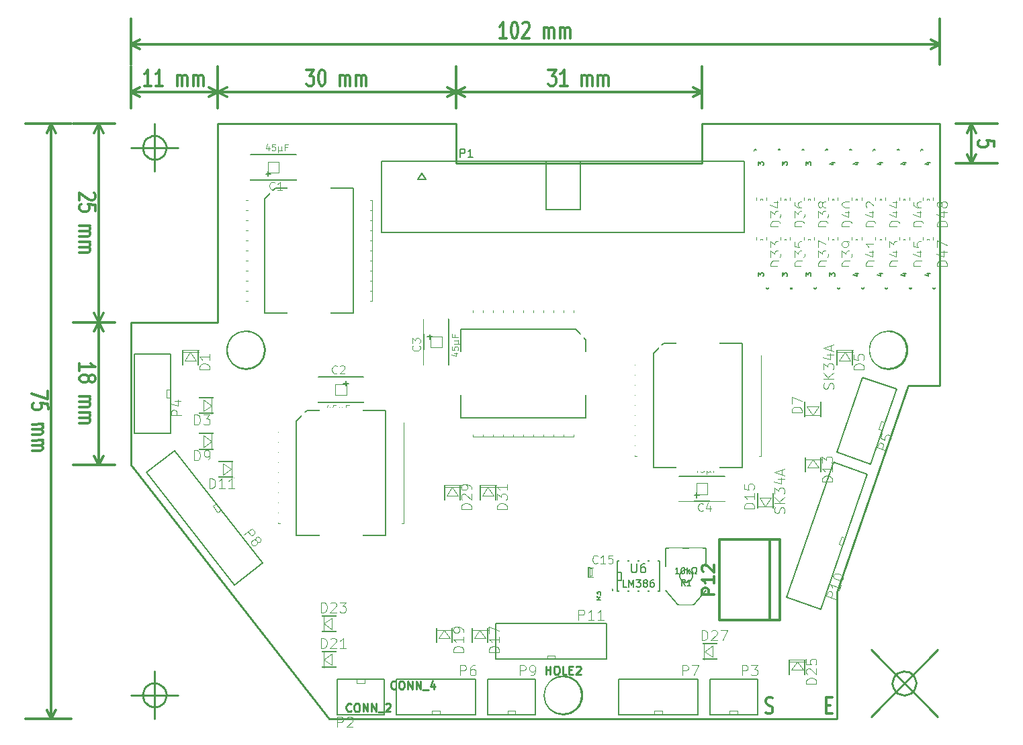
<source format=gto>
G04 (created by PCBNEW-RS274X (2011-07-20 BZR 3052)-testing) date 2011-07-21 16:28:03*
G01*
G70*
G90*
%MOIN*%
G04 Gerber Fmt 3.4, Leading zero omitted, Abs format*
%FSLAX34Y34*%
G04 APERTURE LIST*
%ADD10C,0.006000*%
%ADD11C,0.012000*%
%ADD12C,0.008700*%
%ADD13C,0.015000*%
%ADD14C,0.005000*%
%ADD15C,0.000800*%
%ADD16C,0.008000*%
%ADD17C,0.002600*%
%ADD18C,0.007900*%
%ADD19C,0.007000*%
%ADD20C,0.004000*%
%ADD21C,0.001200*%
%ADD22C,0.010000*%
%ADD23C,0.003500*%
%ADD24C,0.180000*%
%ADD25R,0.040000X0.065000*%
%ADD26R,0.055000X0.075000*%
%ADD27R,0.075000X0.055000*%
%ADD28R,0.216900X0.043400*%
%ADD29R,0.086900X0.047600*%
%ADD30R,0.390100X0.602700*%
%ADD31R,0.043400X0.216900*%
%ADD32R,0.047600X0.086900*%
%ADD33R,0.602700X0.390100*%
%ADD34R,0.072000X0.072000*%
%ADD35C,0.072000*%
%ADD36C,0.080000*%
%ADD37R,0.080000X0.080000*%
%ADD38R,0.086900X0.090800*%
%ADD39R,0.090800X0.086900*%
%ADD40R,0.120300X0.118400*%
%ADD41R,0.118400X0.120300*%
%ADD42R,0.096700X0.079000*%
%ADD43R,0.120000X0.120000*%
%ADD44C,0.120000*%
%ADD45R,0.067200X0.067200*%
%ADD46R,0.070000X0.080000*%
G04 APERTURE END LIST*
G54D10*
G54D11*
X48298Y-42622D02*
X48498Y-42622D01*
X48584Y-43041D02*
X48298Y-43041D01*
X48298Y-42241D01*
X48584Y-42241D01*
X45302Y-43003D02*
X45388Y-43041D01*
X45531Y-43041D01*
X45588Y-43003D01*
X45617Y-42965D01*
X45645Y-42888D01*
X45645Y-42812D01*
X45617Y-42736D01*
X45588Y-42698D01*
X45531Y-42660D01*
X45417Y-42622D01*
X45359Y-42584D01*
X45331Y-42546D01*
X45302Y-42469D01*
X45302Y-42393D01*
X45331Y-42317D01*
X45359Y-42279D01*
X45417Y-42241D01*
X45559Y-42241D01*
X45645Y-42279D01*
G54D12*
X52363Y-26772D02*
X48819Y-37008D01*
X52756Y-41536D02*
X52744Y-41650D01*
X52711Y-41760D01*
X52657Y-41862D01*
X52584Y-41951D01*
X52495Y-42025D01*
X52394Y-42079D01*
X52284Y-42113D01*
X52170Y-42125D01*
X52056Y-42115D01*
X51945Y-42083D01*
X51843Y-42029D01*
X51754Y-41957D01*
X51680Y-41869D01*
X51624Y-41768D01*
X51589Y-41658D01*
X51577Y-41544D01*
X51586Y-41430D01*
X51618Y-41319D01*
X51671Y-41217D01*
X51742Y-41127D01*
X51830Y-41052D01*
X51930Y-40996D01*
X52040Y-40960D01*
X52154Y-40947D01*
X52268Y-40955D01*
X52379Y-40986D01*
X52482Y-41038D01*
X52572Y-41109D01*
X52648Y-41196D01*
X52704Y-41297D01*
X52741Y-41406D01*
X52755Y-41520D01*
X52756Y-41536D01*
X50513Y-39883D02*
X53819Y-43189D01*
X50513Y-43189D02*
X53819Y-39883D01*
X15551Y-42126D02*
X15539Y-42240D01*
X15506Y-42350D01*
X15452Y-42452D01*
X15379Y-42541D01*
X15290Y-42615D01*
X15189Y-42669D01*
X15079Y-42703D01*
X14965Y-42715D01*
X14851Y-42705D01*
X14740Y-42673D01*
X14638Y-42619D01*
X14549Y-42547D01*
X14475Y-42459D01*
X14419Y-42358D01*
X14384Y-42248D01*
X14372Y-42134D01*
X14381Y-42020D01*
X14413Y-41909D01*
X14466Y-41807D01*
X14537Y-41717D01*
X14625Y-41642D01*
X14725Y-41586D01*
X14835Y-41550D01*
X14949Y-41537D01*
X15063Y-41545D01*
X15174Y-41576D01*
X15277Y-41628D01*
X15367Y-41699D01*
X15443Y-41786D01*
X15499Y-41887D01*
X15536Y-41996D01*
X15550Y-42110D01*
X15551Y-42126D01*
X13780Y-42126D02*
X16142Y-42126D01*
X14961Y-40945D02*
X14961Y-43307D01*
X15551Y-14961D02*
X15539Y-15075D01*
X15506Y-15185D01*
X15452Y-15287D01*
X15379Y-15376D01*
X15290Y-15450D01*
X15189Y-15504D01*
X15079Y-15538D01*
X14965Y-15550D01*
X14851Y-15540D01*
X14740Y-15508D01*
X14638Y-15454D01*
X14549Y-15382D01*
X14475Y-15294D01*
X14419Y-15193D01*
X14384Y-15083D01*
X14372Y-14969D01*
X14381Y-14855D01*
X14413Y-14744D01*
X14466Y-14642D01*
X14537Y-14552D01*
X14625Y-14477D01*
X14725Y-14421D01*
X14835Y-14385D01*
X14949Y-14372D01*
X15063Y-14380D01*
X15174Y-14411D01*
X15277Y-14463D01*
X15367Y-14534D01*
X15443Y-14621D01*
X15499Y-14722D01*
X15536Y-14831D01*
X15550Y-14945D01*
X15551Y-14961D01*
X13780Y-14961D02*
X16142Y-14961D01*
X14961Y-13780D02*
X14961Y-16142D01*
G54D11*
X09677Y-27030D02*
X09678Y-27430D01*
X08878Y-27175D01*
X09679Y-27944D02*
X09678Y-27658D01*
X09297Y-27630D01*
X09335Y-27659D01*
X09374Y-27716D01*
X09374Y-27859D01*
X09336Y-27916D01*
X09298Y-27945D01*
X09222Y-27973D01*
X09032Y-27973D01*
X08955Y-27945D01*
X08917Y-27917D01*
X08879Y-27860D01*
X08879Y-27717D01*
X08916Y-27660D01*
X08954Y-27630D01*
X08880Y-28688D02*
X09414Y-28687D01*
X09337Y-28687D02*
X09375Y-28715D01*
X09414Y-28773D01*
X09415Y-28858D01*
X09376Y-28915D01*
X09300Y-28944D01*
X08881Y-28945D01*
X09300Y-28944D02*
X09376Y-28973D01*
X09415Y-29030D01*
X09415Y-29115D01*
X09376Y-29173D01*
X09300Y-29201D01*
X08881Y-29202D01*
X08882Y-29488D02*
X09416Y-29487D01*
X09339Y-29487D02*
X09377Y-29515D01*
X09416Y-29573D01*
X09416Y-29658D01*
X09377Y-29715D01*
X09301Y-29744D01*
X08882Y-29745D01*
X09301Y-29744D02*
X09377Y-29773D01*
X09416Y-29830D01*
X09416Y-29915D01*
X09377Y-29973D01*
X09302Y-30001D01*
X08883Y-30002D01*
X09844Y-13780D02*
X09844Y-43308D01*
X10827Y-13780D02*
X08564Y-13780D01*
X10827Y-43308D02*
X08564Y-43308D01*
X09844Y-43308D02*
X09614Y-42865D01*
X09844Y-43308D02*
X10074Y-42865D01*
X09844Y-13780D02*
X09614Y-14223D01*
X09844Y-13780D02*
X10074Y-14223D01*
X56627Y-14907D02*
X56627Y-14621D01*
X56246Y-14593D01*
X56284Y-14622D01*
X56322Y-14679D01*
X56322Y-14822D01*
X56284Y-14879D01*
X56246Y-14908D01*
X56170Y-14936D01*
X55980Y-14936D01*
X55903Y-14908D01*
X55865Y-14879D01*
X55827Y-14823D01*
X55827Y-14680D01*
X55865Y-14622D01*
X55903Y-14593D01*
X55511Y-13780D02*
X55511Y-15749D01*
X54725Y-13780D02*
X56791Y-13780D01*
X54725Y-15749D02*
X56791Y-15749D01*
X55511Y-15749D02*
X55281Y-15306D01*
X55511Y-15749D02*
X55741Y-15306D01*
X55511Y-13780D02*
X55281Y-14223D01*
X55511Y-13780D02*
X55741Y-14223D01*
X11240Y-26025D02*
X11239Y-25682D01*
X11240Y-25854D02*
X12040Y-25852D01*
X11926Y-25795D01*
X11850Y-25738D01*
X11811Y-25681D01*
X11698Y-26367D02*
X11736Y-26309D01*
X11774Y-26281D01*
X11850Y-26252D01*
X11888Y-26251D01*
X11964Y-26280D01*
X12003Y-26308D01*
X12041Y-26366D01*
X12041Y-26480D01*
X12003Y-26537D01*
X11965Y-26566D01*
X11889Y-26594D01*
X11851Y-26595D01*
X11775Y-26567D01*
X11736Y-26538D01*
X11698Y-26481D01*
X11698Y-26367D01*
X11660Y-26309D01*
X11621Y-26281D01*
X11545Y-26252D01*
X11393Y-26252D01*
X11316Y-26281D01*
X11279Y-26310D01*
X11241Y-26368D01*
X11241Y-26482D01*
X11279Y-26539D01*
X11317Y-26567D01*
X11394Y-26595D01*
X11546Y-26595D01*
X11622Y-26567D01*
X11660Y-26538D01*
X11698Y-26481D01*
X11242Y-27310D02*
X11776Y-27309D01*
X11699Y-27309D02*
X11737Y-27337D01*
X11776Y-27395D01*
X11777Y-27480D01*
X11738Y-27537D01*
X11662Y-27566D01*
X11243Y-27567D01*
X11662Y-27566D02*
X11738Y-27595D01*
X11777Y-27652D01*
X11777Y-27737D01*
X11738Y-27795D01*
X11662Y-27823D01*
X11243Y-27824D01*
X11244Y-28110D02*
X11778Y-28109D01*
X11701Y-28109D02*
X11739Y-28137D01*
X11778Y-28195D01*
X11778Y-28280D01*
X11739Y-28337D01*
X11663Y-28366D01*
X11244Y-28367D01*
X11663Y-28366D02*
X11739Y-28395D01*
X11778Y-28452D01*
X11778Y-28537D01*
X11739Y-28595D01*
X11664Y-28623D01*
X11245Y-28624D01*
X12206Y-23623D02*
X12206Y-30709D01*
X12993Y-23623D02*
X10926Y-23623D01*
X12993Y-30709D02*
X10926Y-30709D01*
X12206Y-30709D02*
X11976Y-30266D01*
X12206Y-30709D02*
X12436Y-30266D01*
X12206Y-23623D02*
X11976Y-24066D01*
X12206Y-23623D02*
X12436Y-24066D01*
X11963Y-17215D02*
X12001Y-17244D01*
X12040Y-17301D01*
X12040Y-17444D01*
X12002Y-17501D01*
X11964Y-17530D01*
X11888Y-17558D01*
X11812Y-17559D01*
X11697Y-17531D01*
X11239Y-17189D01*
X11240Y-17560D01*
X12041Y-18101D02*
X12040Y-17815D01*
X11659Y-17787D01*
X11697Y-17816D01*
X11736Y-17873D01*
X11736Y-18016D01*
X11698Y-18073D01*
X11660Y-18102D01*
X11584Y-18130D01*
X11394Y-18130D01*
X11317Y-18102D01*
X11279Y-18074D01*
X11241Y-18017D01*
X11241Y-17874D01*
X11278Y-17817D01*
X11316Y-17787D01*
X11242Y-18845D02*
X11776Y-18844D01*
X11699Y-18844D02*
X11737Y-18872D01*
X11776Y-18930D01*
X11777Y-19015D01*
X11738Y-19072D01*
X11662Y-19101D01*
X11243Y-19102D01*
X11662Y-19101D02*
X11738Y-19130D01*
X11777Y-19187D01*
X11777Y-19272D01*
X11738Y-19330D01*
X11662Y-19358D01*
X11243Y-19359D01*
X11244Y-19645D02*
X11778Y-19644D01*
X11701Y-19644D02*
X11739Y-19672D01*
X11778Y-19730D01*
X11778Y-19815D01*
X11739Y-19872D01*
X11663Y-19901D01*
X11244Y-19902D01*
X11663Y-19901D02*
X11739Y-19930D01*
X11778Y-19987D01*
X11778Y-20072D01*
X11739Y-20130D01*
X11664Y-20158D01*
X11245Y-20159D01*
X12206Y-13780D02*
X12206Y-23623D01*
X12993Y-13780D02*
X10926Y-13780D01*
X12993Y-23623D02*
X10926Y-23623D01*
X12206Y-23623D02*
X11976Y-23180D01*
X12206Y-23623D02*
X12436Y-23180D01*
X12206Y-13780D02*
X11976Y-14223D01*
X12206Y-13780D02*
X12436Y-14223D01*
X32430Y-09528D02*
X32087Y-09528D01*
X32259Y-09528D02*
X32259Y-08728D01*
X32202Y-08842D01*
X32144Y-08918D01*
X32087Y-08956D01*
X32801Y-08728D02*
X32858Y-08728D01*
X32915Y-08766D01*
X32944Y-08804D01*
X32973Y-08880D01*
X33001Y-09033D01*
X33001Y-09223D01*
X32973Y-09375D01*
X32944Y-09452D01*
X32915Y-09490D01*
X32858Y-09528D01*
X32801Y-09528D01*
X32744Y-09490D01*
X32715Y-09452D01*
X32687Y-09375D01*
X32658Y-09223D01*
X32658Y-09033D01*
X32687Y-08880D01*
X32715Y-08804D01*
X32744Y-08766D01*
X32801Y-08728D01*
X33229Y-08804D02*
X33258Y-08766D01*
X33315Y-08728D01*
X33458Y-08728D01*
X33515Y-08766D01*
X33544Y-08804D01*
X33572Y-08880D01*
X33572Y-08956D01*
X33544Y-09071D01*
X33201Y-09528D01*
X33572Y-09528D01*
X34286Y-09528D02*
X34286Y-08994D01*
X34286Y-09071D02*
X34314Y-09033D01*
X34372Y-08994D01*
X34457Y-08994D01*
X34514Y-09033D01*
X34543Y-09109D01*
X34543Y-09528D01*
X34543Y-09109D02*
X34572Y-09033D01*
X34629Y-08994D01*
X34714Y-08994D01*
X34772Y-09033D01*
X34800Y-09109D01*
X34800Y-09528D01*
X35086Y-09528D02*
X35086Y-08994D01*
X35086Y-09071D02*
X35114Y-09033D01*
X35172Y-08994D01*
X35257Y-08994D01*
X35314Y-09033D01*
X35343Y-09109D01*
X35343Y-09528D01*
X35343Y-09109D02*
X35372Y-09033D01*
X35429Y-08994D01*
X35514Y-08994D01*
X35572Y-09033D01*
X35600Y-09109D01*
X35600Y-09528D01*
X13780Y-09844D02*
X53937Y-09844D01*
X13780Y-10827D02*
X13780Y-08564D01*
X53937Y-10827D02*
X53937Y-08564D01*
X53937Y-09844D02*
X53494Y-10074D01*
X53937Y-09844D02*
X53494Y-09614D01*
X13780Y-09844D02*
X14223Y-10074D01*
X13780Y-09844D02*
X14223Y-09614D01*
X34511Y-11090D02*
X34882Y-11090D01*
X34682Y-11395D01*
X34768Y-11395D01*
X34825Y-11433D01*
X34854Y-11471D01*
X34882Y-11547D01*
X34882Y-11737D01*
X34854Y-11814D01*
X34825Y-11852D01*
X34768Y-11890D01*
X34596Y-11890D01*
X34539Y-11852D01*
X34511Y-11814D01*
X35453Y-11890D02*
X35110Y-11890D01*
X35282Y-11890D02*
X35282Y-11090D01*
X35225Y-11204D01*
X35167Y-11280D01*
X35110Y-11318D01*
X36167Y-11890D02*
X36167Y-11356D01*
X36167Y-11433D02*
X36195Y-11395D01*
X36253Y-11356D01*
X36338Y-11356D01*
X36395Y-11395D01*
X36424Y-11471D01*
X36424Y-11890D01*
X36424Y-11471D02*
X36453Y-11395D01*
X36510Y-11356D01*
X36595Y-11356D01*
X36653Y-11395D01*
X36681Y-11471D01*
X36681Y-11890D01*
X36967Y-11890D02*
X36967Y-11356D01*
X36967Y-11433D02*
X36995Y-11395D01*
X37053Y-11356D01*
X37138Y-11356D01*
X37195Y-11395D01*
X37224Y-11471D01*
X37224Y-11890D01*
X37224Y-11471D02*
X37253Y-11395D01*
X37310Y-11356D01*
X37395Y-11356D01*
X37453Y-11395D01*
X37481Y-11471D01*
X37481Y-11890D01*
X29922Y-12206D02*
X42126Y-12206D01*
X29922Y-12993D02*
X29922Y-10926D01*
X42126Y-12993D02*
X42126Y-10926D01*
X42126Y-12206D02*
X41683Y-12436D01*
X42126Y-12206D02*
X41683Y-11976D01*
X29922Y-12206D02*
X30365Y-12436D01*
X29922Y-12206D02*
X30365Y-11976D01*
X22503Y-11090D02*
X22874Y-11090D01*
X22674Y-11395D01*
X22760Y-11395D01*
X22817Y-11433D01*
X22846Y-11471D01*
X22874Y-11547D01*
X22874Y-11737D01*
X22846Y-11814D01*
X22817Y-11852D01*
X22760Y-11890D01*
X22588Y-11890D01*
X22531Y-11852D01*
X22503Y-11814D01*
X23245Y-11090D02*
X23302Y-11090D01*
X23359Y-11128D01*
X23388Y-11166D01*
X23417Y-11242D01*
X23445Y-11395D01*
X23445Y-11585D01*
X23417Y-11737D01*
X23388Y-11814D01*
X23359Y-11852D01*
X23302Y-11890D01*
X23245Y-11890D01*
X23188Y-11852D01*
X23159Y-11814D01*
X23131Y-11737D01*
X23102Y-11585D01*
X23102Y-11395D01*
X23131Y-11242D01*
X23159Y-11166D01*
X23188Y-11128D01*
X23245Y-11090D01*
X24159Y-11890D02*
X24159Y-11356D01*
X24159Y-11433D02*
X24187Y-11395D01*
X24245Y-11356D01*
X24330Y-11356D01*
X24387Y-11395D01*
X24416Y-11471D01*
X24416Y-11890D01*
X24416Y-11471D02*
X24445Y-11395D01*
X24502Y-11356D01*
X24587Y-11356D01*
X24645Y-11395D01*
X24673Y-11471D01*
X24673Y-11890D01*
X24959Y-11890D02*
X24959Y-11356D01*
X24959Y-11433D02*
X24987Y-11395D01*
X25045Y-11356D01*
X25130Y-11356D01*
X25187Y-11395D01*
X25216Y-11471D01*
X25216Y-11890D01*
X25216Y-11471D02*
X25245Y-11395D01*
X25302Y-11356D01*
X25387Y-11356D01*
X25445Y-11395D01*
X25473Y-11471D01*
X25473Y-11890D01*
X18111Y-12206D02*
X29922Y-12206D01*
X18111Y-12993D02*
X18111Y-10926D01*
X29922Y-12993D02*
X29922Y-10926D01*
X29922Y-12206D02*
X29479Y-12436D01*
X29922Y-12206D02*
X29479Y-11976D01*
X18111Y-12206D02*
X18554Y-12436D01*
X18111Y-12206D02*
X18554Y-11976D01*
G54D12*
X42126Y-15749D02*
X29922Y-15749D01*
X42126Y-13780D02*
X42126Y-15749D01*
X53937Y-13780D02*
X42126Y-13780D01*
X29922Y-13780D02*
X29922Y-15749D01*
X18111Y-13780D02*
X29922Y-13780D01*
X18111Y-21654D02*
X18111Y-13780D01*
X53937Y-26772D02*
X53937Y-13780D01*
X52363Y-26772D02*
X53937Y-26772D01*
X48819Y-37008D02*
X48819Y-43308D01*
X37796Y-43308D02*
X48819Y-43308D01*
X23623Y-43308D02*
X33859Y-43308D01*
G54D11*
X14803Y-11890D02*
X14460Y-11890D01*
X14632Y-11890D02*
X14632Y-11090D01*
X14575Y-11204D01*
X14517Y-11280D01*
X14460Y-11318D01*
X15374Y-11890D02*
X15031Y-11890D01*
X15203Y-11890D02*
X15203Y-11090D01*
X15146Y-11204D01*
X15088Y-11280D01*
X15031Y-11318D01*
X16088Y-11890D02*
X16088Y-11356D01*
X16088Y-11433D02*
X16116Y-11395D01*
X16174Y-11356D01*
X16259Y-11356D01*
X16316Y-11395D01*
X16345Y-11471D01*
X16345Y-11890D01*
X16345Y-11471D02*
X16374Y-11395D01*
X16431Y-11356D01*
X16516Y-11356D01*
X16574Y-11395D01*
X16602Y-11471D01*
X16602Y-11890D01*
X16888Y-11890D02*
X16888Y-11356D01*
X16888Y-11433D02*
X16916Y-11395D01*
X16974Y-11356D01*
X17059Y-11356D01*
X17116Y-11395D01*
X17145Y-11471D01*
X17145Y-11890D01*
X17145Y-11471D02*
X17174Y-11395D01*
X17231Y-11356D01*
X17316Y-11356D01*
X17374Y-11395D01*
X17402Y-11471D01*
X17402Y-11890D01*
X13780Y-12206D02*
X18111Y-12206D01*
X13780Y-12993D02*
X13780Y-10926D01*
X18111Y-12993D02*
X18111Y-10926D01*
X18111Y-12206D02*
X17668Y-12436D01*
X18111Y-12206D02*
X17668Y-11976D01*
X13780Y-12206D02*
X14223Y-12436D01*
X13780Y-12206D02*
X14223Y-11976D01*
G54D12*
X33859Y-43308D02*
X37796Y-43308D01*
X23623Y-43308D02*
X13780Y-30709D01*
X13780Y-23623D02*
X13780Y-30709D01*
X18111Y-23623D02*
X13780Y-23623D01*
X18111Y-21654D02*
X18111Y-23623D01*
G54D13*
X52278Y-25000D02*
X52260Y-25174D01*
X52210Y-25342D01*
X52127Y-25498D01*
X52016Y-25634D01*
X51881Y-25746D01*
X51726Y-25829D01*
X51558Y-25881D01*
X51384Y-25899D01*
X51210Y-25884D01*
X51041Y-25834D01*
X50886Y-25753D01*
X50749Y-25643D01*
X50636Y-25508D01*
X50551Y-25354D01*
X50498Y-25187D01*
X50479Y-25012D01*
X50493Y-24838D01*
X50542Y-24669D01*
X50622Y-24513D01*
X50731Y-24375D01*
X50865Y-24261D01*
X51018Y-24176D01*
X51185Y-24121D01*
X51360Y-24101D01*
X51534Y-24114D01*
X51703Y-24161D01*
X51860Y-24241D01*
X51998Y-24349D01*
X52113Y-24482D01*
X52200Y-24634D01*
X52255Y-24801D01*
X52277Y-24975D01*
X52278Y-25000D01*
X20389Y-25000D02*
X20371Y-25174D01*
X20321Y-25342D01*
X20238Y-25498D01*
X20127Y-25634D01*
X19992Y-25746D01*
X19837Y-25829D01*
X19669Y-25881D01*
X19495Y-25899D01*
X19321Y-25884D01*
X19152Y-25834D01*
X18997Y-25753D01*
X18860Y-25643D01*
X18747Y-25508D01*
X18662Y-25354D01*
X18609Y-25187D01*
X18590Y-25012D01*
X18604Y-24838D01*
X18653Y-24669D01*
X18733Y-24513D01*
X18842Y-24375D01*
X18976Y-24261D01*
X19129Y-24176D01*
X19296Y-24121D01*
X19471Y-24101D01*
X19645Y-24114D01*
X19814Y-24161D01*
X19971Y-24241D01*
X20109Y-24349D01*
X20224Y-24482D01*
X20311Y-24634D01*
X20366Y-24801D01*
X20388Y-24975D01*
X20389Y-25000D01*
X36137Y-42126D02*
X36119Y-42300D01*
X36069Y-42468D01*
X35986Y-42624D01*
X35875Y-42760D01*
X35740Y-42872D01*
X35585Y-42955D01*
X35417Y-43007D01*
X35243Y-43025D01*
X35069Y-43010D01*
X34900Y-42960D01*
X34745Y-42879D01*
X34608Y-42769D01*
X34495Y-42634D01*
X34410Y-42480D01*
X34357Y-42313D01*
X34338Y-42138D01*
X34352Y-41964D01*
X34401Y-41795D01*
X34481Y-41639D01*
X34590Y-41501D01*
X34724Y-41387D01*
X34877Y-41302D01*
X35044Y-41247D01*
X35219Y-41227D01*
X35393Y-41240D01*
X35562Y-41287D01*
X35719Y-41367D01*
X35857Y-41475D01*
X35972Y-41608D01*
X36059Y-41760D01*
X36114Y-41927D01*
X36136Y-42101D01*
X36137Y-42126D01*
G54D14*
X37927Y-36921D02*
X37927Y-36971D01*
X37927Y-36971D02*
X40027Y-36971D01*
X40027Y-35471D02*
X37927Y-35471D01*
X37927Y-35471D02*
X37927Y-36921D01*
X37927Y-36021D02*
X38127Y-36021D01*
X38127Y-36021D02*
X38127Y-36421D01*
X38127Y-36421D02*
X37927Y-36421D01*
X40027Y-35471D02*
X40027Y-36971D01*
X37708Y-36905D02*
X37707Y-36914D01*
X37704Y-36924D01*
X37699Y-36932D01*
X37693Y-36940D01*
X37685Y-36946D01*
X37677Y-36951D01*
X37668Y-36953D01*
X37658Y-36954D01*
X37649Y-36954D01*
X37640Y-36951D01*
X37631Y-36946D01*
X37624Y-36940D01*
X37617Y-36933D01*
X37613Y-36924D01*
X37610Y-36915D01*
X37609Y-36905D01*
X37609Y-36896D01*
X37612Y-36887D01*
X37616Y-36878D01*
X37623Y-36871D01*
X37630Y-36864D01*
X37638Y-36860D01*
X37648Y-36857D01*
X37657Y-36856D01*
X37666Y-36856D01*
X37676Y-36859D01*
X37684Y-36863D01*
X37692Y-36869D01*
X37698Y-36877D01*
X37703Y-36885D01*
X37706Y-36894D01*
X37707Y-36904D01*
X37708Y-36905D01*
X37208Y-36905D02*
X37608Y-36905D01*
X37608Y-36905D02*
X37608Y-37505D01*
X37608Y-37505D02*
X37208Y-37505D01*
X36808Y-37505D02*
X36408Y-37505D01*
X36408Y-37505D02*
X36408Y-36905D01*
X36408Y-36905D02*
X36808Y-36905D01*
X53098Y-15099D02*
X53097Y-15108D01*
X53094Y-15118D01*
X53089Y-15126D01*
X53083Y-15134D01*
X53075Y-15140D01*
X53067Y-15145D01*
X53058Y-15147D01*
X53048Y-15148D01*
X53039Y-15148D01*
X53030Y-15145D01*
X53021Y-15140D01*
X53014Y-15134D01*
X53007Y-15127D01*
X53003Y-15118D01*
X53000Y-15109D01*
X52999Y-15099D01*
X52999Y-15090D01*
X53002Y-15081D01*
X53006Y-15072D01*
X53013Y-15065D01*
X53020Y-15058D01*
X53028Y-15054D01*
X53038Y-15051D01*
X53047Y-15050D01*
X53056Y-15050D01*
X53066Y-15053D01*
X53074Y-15057D01*
X53082Y-15063D01*
X53088Y-15071D01*
X53093Y-15079D01*
X53096Y-15088D01*
X53097Y-15098D01*
X53098Y-15099D01*
X53048Y-15549D02*
X53048Y-15149D01*
X53048Y-15149D02*
X53648Y-15149D01*
X53648Y-15149D02*
X53648Y-15549D01*
X53648Y-15949D02*
X53648Y-16349D01*
X53648Y-16349D02*
X53048Y-16349D01*
X53048Y-16349D02*
X53048Y-15949D01*
X53698Y-21910D02*
X53697Y-21919D01*
X53694Y-21929D01*
X53689Y-21937D01*
X53683Y-21945D01*
X53675Y-21951D01*
X53667Y-21956D01*
X53658Y-21958D01*
X53648Y-21959D01*
X53639Y-21959D01*
X53630Y-21956D01*
X53621Y-21951D01*
X53614Y-21945D01*
X53607Y-21938D01*
X53603Y-21929D01*
X53600Y-21920D01*
X53599Y-21910D01*
X53599Y-21901D01*
X53602Y-21892D01*
X53606Y-21883D01*
X53613Y-21876D01*
X53620Y-21869D01*
X53628Y-21865D01*
X53638Y-21862D01*
X53647Y-21861D01*
X53656Y-21861D01*
X53666Y-21864D01*
X53674Y-21868D01*
X53682Y-21874D01*
X53688Y-21882D01*
X53693Y-21890D01*
X53696Y-21899D01*
X53697Y-21909D01*
X53698Y-21910D01*
X53648Y-21460D02*
X53648Y-21860D01*
X53648Y-21860D02*
X53048Y-21860D01*
X53048Y-21860D02*
X53048Y-21460D01*
X53048Y-21060D02*
X53048Y-20660D01*
X53048Y-20660D02*
X53648Y-20660D01*
X53648Y-20660D02*
X53648Y-21060D01*
X51916Y-15099D02*
X51915Y-15108D01*
X51912Y-15118D01*
X51907Y-15126D01*
X51901Y-15134D01*
X51893Y-15140D01*
X51885Y-15145D01*
X51876Y-15147D01*
X51866Y-15148D01*
X51857Y-15148D01*
X51848Y-15145D01*
X51839Y-15140D01*
X51832Y-15134D01*
X51825Y-15127D01*
X51821Y-15118D01*
X51818Y-15109D01*
X51817Y-15099D01*
X51817Y-15090D01*
X51820Y-15081D01*
X51824Y-15072D01*
X51831Y-15065D01*
X51838Y-15058D01*
X51846Y-15054D01*
X51856Y-15051D01*
X51865Y-15050D01*
X51874Y-15050D01*
X51884Y-15053D01*
X51892Y-15057D01*
X51900Y-15063D01*
X51906Y-15071D01*
X51911Y-15079D01*
X51914Y-15088D01*
X51915Y-15098D01*
X51916Y-15099D01*
X51866Y-15549D02*
X51866Y-15149D01*
X51866Y-15149D02*
X52466Y-15149D01*
X52466Y-15149D02*
X52466Y-15549D01*
X52466Y-15949D02*
X52466Y-16349D01*
X52466Y-16349D02*
X51866Y-16349D01*
X51866Y-16349D02*
X51866Y-15949D01*
X52516Y-21910D02*
X52515Y-21919D01*
X52512Y-21929D01*
X52507Y-21937D01*
X52501Y-21945D01*
X52493Y-21951D01*
X52485Y-21956D01*
X52476Y-21958D01*
X52466Y-21959D01*
X52457Y-21959D01*
X52448Y-21956D01*
X52439Y-21951D01*
X52432Y-21945D01*
X52425Y-21938D01*
X52421Y-21929D01*
X52418Y-21920D01*
X52417Y-21910D01*
X52417Y-21901D01*
X52420Y-21892D01*
X52424Y-21883D01*
X52431Y-21876D01*
X52438Y-21869D01*
X52446Y-21865D01*
X52456Y-21862D01*
X52465Y-21861D01*
X52474Y-21861D01*
X52484Y-21864D01*
X52492Y-21868D01*
X52500Y-21874D01*
X52506Y-21882D01*
X52511Y-21890D01*
X52514Y-21899D01*
X52515Y-21909D01*
X52516Y-21910D01*
X52466Y-21460D02*
X52466Y-21860D01*
X52466Y-21860D02*
X51866Y-21860D01*
X51866Y-21860D02*
X51866Y-21460D01*
X51866Y-21060D02*
X51866Y-20660D01*
X51866Y-20660D02*
X52466Y-20660D01*
X52466Y-20660D02*
X52466Y-21060D01*
X50735Y-15099D02*
X50734Y-15108D01*
X50731Y-15118D01*
X50726Y-15126D01*
X50720Y-15134D01*
X50712Y-15140D01*
X50704Y-15145D01*
X50695Y-15147D01*
X50685Y-15148D01*
X50676Y-15148D01*
X50667Y-15145D01*
X50658Y-15140D01*
X50651Y-15134D01*
X50644Y-15127D01*
X50640Y-15118D01*
X50637Y-15109D01*
X50636Y-15099D01*
X50636Y-15090D01*
X50639Y-15081D01*
X50643Y-15072D01*
X50650Y-15065D01*
X50657Y-15058D01*
X50665Y-15054D01*
X50675Y-15051D01*
X50684Y-15050D01*
X50693Y-15050D01*
X50703Y-15053D01*
X50711Y-15057D01*
X50719Y-15063D01*
X50725Y-15071D01*
X50730Y-15079D01*
X50733Y-15088D01*
X50734Y-15098D01*
X50735Y-15099D01*
X50685Y-15549D02*
X50685Y-15149D01*
X50685Y-15149D02*
X51285Y-15149D01*
X51285Y-15149D02*
X51285Y-15549D01*
X51285Y-15949D02*
X51285Y-16349D01*
X51285Y-16349D02*
X50685Y-16349D01*
X50685Y-16349D02*
X50685Y-15949D01*
X51335Y-21910D02*
X51334Y-21919D01*
X51331Y-21929D01*
X51326Y-21937D01*
X51320Y-21945D01*
X51312Y-21951D01*
X51304Y-21956D01*
X51295Y-21958D01*
X51285Y-21959D01*
X51276Y-21959D01*
X51267Y-21956D01*
X51258Y-21951D01*
X51251Y-21945D01*
X51244Y-21938D01*
X51240Y-21929D01*
X51237Y-21920D01*
X51236Y-21910D01*
X51236Y-21901D01*
X51239Y-21892D01*
X51243Y-21883D01*
X51250Y-21876D01*
X51257Y-21869D01*
X51265Y-21865D01*
X51275Y-21862D01*
X51284Y-21861D01*
X51293Y-21861D01*
X51303Y-21864D01*
X51311Y-21868D01*
X51319Y-21874D01*
X51325Y-21882D01*
X51330Y-21890D01*
X51333Y-21899D01*
X51334Y-21909D01*
X51335Y-21910D01*
X51285Y-21460D02*
X51285Y-21860D01*
X51285Y-21860D02*
X50685Y-21860D01*
X50685Y-21860D02*
X50685Y-21460D01*
X50685Y-21060D02*
X50685Y-20660D01*
X50685Y-20660D02*
X51285Y-20660D01*
X51285Y-20660D02*
X51285Y-21060D01*
X49554Y-15099D02*
X49553Y-15108D01*
X49550Y-15118D01*
X49545Y-15126D01*
X49539Y-15134D01*
X49531Y-15140D01*
X49523Y-15145D01*
X49514Y-15147D01*
X49504Y-15148D01*
X49495Y-15148D01*
X49486Y-15145D01*
X49477Y-15140D01*
X49470Y-15134D01*
X49463Y-15127D01*
X49459Y-15118D01*
X49456Y-15109D01*
X49455Y-15099D01*
X49455Y-15090D01*
X49458Y-15081D01*
X49462Y-15072D01*
X49469Y-15065D01*
X49476Y-15058D01*
X49484Y-15054D01*
X49494Y-15051D01*
X49503Y-15050D01*
X49512Y-15050D01*
X49522Y-15053D01*
X49530Y-15057D01*
X49538Y-15063D01*
X49544Y-15071D01*
X49549Y-15079D01*
X49552Y-15088D01*
X49553Y-15098D01*
X49554Y-15099D01*
X49504Y-15549D02*
X49504Y-15149D01*
X49504Y-15149D02*
X50104Y-15149D01*
X50104Y-15149D02*
X50104Y-15549D01*
X50104Y-15949D02*
X50104Y-16349D01*
X50104Y-16349D02*
X49504Y-16349D01*
X49504Y-16349D02*
X49504Y-15949D01*
X50154Y-21910D02*
X50153Y-21919D01*
X50150Y-21929D01*
X50145Y-21937D01*
X50139Y-21945D01*
X50131Y-21951D01*
X50123Y-21956D01*
X50114Y-21958D01*
X50104Y-21959D01*
X50095Y-21959D01*
X50086Y-21956D01*
X50077Y-21951D01*
X50070Y-21945D01*
X50063Y-21938D01*
X50059Y-21929D01*
X50056Y-21920D01*
X50055Y-21910D01*
X50055Y-21901D01*
X50058Y-21892D01*
X50062Y-21883D01*
X50069Y-21876D01*
X50076Y-21869D01*
X50084Y-21865D01*
X50094Y-21862D01*
X50103Y-21861D01*
X50112Y-21861D01*
X50122Y-21864D01*
X50130Y-21868D01*
X50138Y-21874D01*
X50144Y-21882D01*
X50149Y-21890D01*
X50152Y-21899D01*
X50153Y-21909D01*
X50154Y-21910D01*
X50104Y-21460D02*
X50104Y-21860D01*
X50104Y-21860D02*
X49504Y-21860D01*
X49504Y-21860D02*
X49504Y-21460D01*
X49504Y-21060D02*
X49504Y-20660D01*
X49504Y-20660D02*
X50104Y-20660D01*
X50104Y-20660D02*
X50104Y-21060D01*
X48373Y-15099D02*
X48372Y-15108D01*
X48369Y-15118D01*
X48364Y-15126D01*
X48358Y-15134D01*
X48350Y-15140D01*
X48342Y-15145D01*
X48333Y-15147D01*
X48323Y-15148D01*
X48314Y-15148D01*
X48305Y-15145D01*
X48296Y-15140D01*
X48289Y-15134D01*
X48282Y-15127D01*
X48278Y-15118D01*
X48275Y-15109D01*
X48274Y-15099D01*
X48274Y-15090D01*
X48277Y-15081D01*
X48281Y-15072D01*
X48288Y-15065D01*
X48295Y-15058D01*
X48303Y-15054D01*
X48313Y-15051D01*
X48322Y-15050D01*
X48331Y-15050D01*
X48341Y-15053D01*
X48349Y-15057D01*
X48357Y-15063D01*
X48363Y-15071D01*
X48368Y-15079D01*
X48371Y-15088D01*
X48372Y-15098D01*
X48373Y-15099D01*
X48323Y-15549D02*
X48323Y-15149D01*
X48323Y-15149D02*
X48923Y-15149D01*
X48923Y-15149D02*
X48923Y-15549D01*
X48923Y-15949D02*
X48923Y-16349D01*
X48923Y-16349D02*
X48323Y-16349D01*
X48323Y-16349D02*
X48323Y-15949D01*
X48973Y-21910D02*
X48972Y-21919D01*
X48969Y-21929D01*
X48964Y-21937D01*
X48958Y-21945D01*
X48950Y-21951D01*
X48942Y-21956D01*
X48933Y-21958D01*
X48923Y-21959D01*
X48914Y-21959D01*
X48905Y-21956D01*
X48896Y-21951D01*
X48889Y-21945D01*
X48882Y-21938D01*
X48878Y-21929D01*
X48875Y-21920D01*
X48874Y-21910D01*
X48874Y-21901D01*
X48877Y-21892D01*
X48881Y-21883D01*
X48888Y-21876D01*
X48895Y-21869D01*
X48903Y-21865D01*
X48913Y-21862D01*
X48922Y-21861D01*
X48931Y-21861D01*
X48941Y-21864D01*
X48949Y-21868D01*
X48957Y-21874D01*
X48963Y-21882D01*
X48968Y-21890D01*
X48971Y-21899D01*
X48972Y-21909D01*
X48973Y-21910D01*
X48923Y-21460D02*
X48923Y-21860D01*
X48923Y-21860D02*
X48323Y-21860D01*
X48323Y-21860D02*
X48323Y-21460D01*
X48323Y-21060D02*
X48323Y-20660D01*
X48323Y-20660D02*
X48923Y-20660D01*
X48923Y-20660D02*
X48923Y-21060D01*
X47193Y-15099D02*
X47192Y-15108D01*
X47189Y-15118D01*
X47184Y-15126D01*
X47178Y-15134D01*
X47170Y-15140D01*
X47162Y-15145D01*
X47153Y-15147D01*
X47143Y-15148D01*
X47134Y-15148D01*
X47125Y-15145D01*
X47116Y-15140D01*
X47109Y-15134D01*
X47102Y-15127D01*
X47098Y-15118D01*
X47095Y-15109D01*
X47094Y-15099D01*
X47094Y-15090D01*
X47097Y-15081D01*
X47101Y-15072D01*
X47108Y-15065D01*
X47115Y-15058D01*
X47123Y-15054D01*
X47133Y-15051D01*
X47142Y-15050D01*
X47151Y-15050D01*
X47161Y-15053D01*
X47169Y-15057D01*
X47177Y-15063D01*
X47183Y-15071D01*
X47188Y-15079D01*
X47191Y-15088D01*
X47192Y-15098D01*
X47193Y-15099D01*
X47143Y-15549D02*
X47143Y-15149D01*
X47143Y-15149D02*
X47743Y-15149D01*
X47743Y-15149D02*
X47743Y-15549D01*
X47743Y-15949D02*
X47743Y-16349D01*
X47743Y-16349D02*
X47143Y-16349D01*
X47143Y-16349D02*
X47143Y-15949D01*
X47793Y-21910D02*
X47792Y-21919D01*
X47789Y-21929D01*
X47784Y-21937D01*
X47778Y-21945D01*
X47770Y-21951D01*
X47762Y-21956D01*
X47753Y-21958D01*
X47743Y-21959D01*
X47734Y-21959D01*
X47725Y-21956D01*
X47716Y-21951D01*
X47709Y-21945D01*
X47702Y-21938D01*
X47698Y-21929D01*
X47695Y-21920D01*
X47694Y-21910D01*
X47694Y-21901D01*
X47697Y-21892D01*
X47701Y-21883D01*
X47708Y-21876D01*
X47715Y-21869D01*
X47723Y-21865D01*
X47733Y-21862D01*
X47742Y-21861D01*
X47751Y-21861D01*
X47761Y-21864D01*
X47769Y-21868D01*
X47777Y-21874D01*
X47783Y-21882D01*
X47788Y-21890D01*
X47791Y-21899D01*
X47792Y-21909D01*
X47793Y-21910D01*
X47743Y-21460D02*
X47743Y-21860D01*
X47743Y-21860D02*
X47143Y-21860D01*
X47143Y-21860D02*
X47143Y-21460D01*
X47143Y-21060D02*
X47143Y-20660D01*
X47143Y-20660D02*
X47743Y-20660D01*
X47743Y-20660D02*
X47743Y-21060D01*
X46011Y-15099D02*
X46010Y-15108D01*
X46007Y-15118D01*
X46002Y-15126D01*
X45996Y-15134D01*
X45988Y-15140D01*
X45980Y-15145D01*
X45971Y-15147D01*
X45961Y-15148D01*
X45952Y-15148D01*
X45943Y-15145D01*
X45934Y-15140D01*
X45927Y-15134D01*
X45920Y-15127D01*
X45916Y-15118D01*
X45913Y-15109D01*
X45912Y-15099D01*
X45912Y-15090D01*
X45915Y-15081D01*
X45919Y-15072D01*
X45926Y-15065D01*
X45933Y-15058D01*
X45941Y-15054D01*
X45951Y-15051D01*
X45960Y-15050D01*
X45969Y-15050D01*
X45979Y-15053D01*
X45987Y-15057D01*
X45995Y-15063D01*
X46001Y-15071D01*
X46006Y-15079D01*
X46009Y-15088D01*
X46010Y-15098D01*
X46011Y-15099D01*
X45961Y-15549D02*
X45961Y-15149D01*
X45961Y-15149D02*
X46561Y-15149D01*
X46561Y-15149D02*
X46561Y-15549D01*
X46561Y-15949D02*
X46561Y-16349D01*
X46561Y-16349D02*
X45961Y-16349D01*
X45961Y-16349D02*
X45961Y-15949D01*
X46611Y-21910D02*
X46610Y-21919D01*
X46607Y-21929D01*
X46602Y-21937D01*
X46596Y-21945D01*
X46588Y-21951D01*
X46580Y-21956D01*
X46571Y-21958D01*
X46561Y-21959D01*
X46552Y-21959D01*
X46543Y-21956D01*
X46534Y-21951D01*
X46527Y-21945D01*
X46520Y-21938D01*
X46516Y-21929D01*
X46513Y-21920D01*
X46512Y-21910D01*
X46512Y-21901D01*
X46515Y-21892D01*
X46519Y-21883D01*
X46526Y-21876D01*
X46533Y-21869D01*
X46541Y-21865D01*
X46551Y-21862D01*
X46560Y-21861D01*
X46569Y-21861D01*
X46579Y-21864D01*
X46587Y-21868D01*
X46595Y-21874D01*
X46601Y-21882D01*
X46606Y-21890D01*
X46609Y-21899D01*
X46610Y-21909D01*
X46611Y-21910D01*
X46561Y-21460D02*
X46561Y-21860D01*
X46561Y-21860D02*
X45961Y-21860D01*
X45961Y-21860D02*
X45961Y-21460D01*
X45961Y-21060D02*
X45961Y-20660D01*
X45961Y-20660D02*
X46561Y-20660D01*
X46561Y-20660D02*
X46561Y-21060D01*
X44830Y-15099D02*
X44829Y-15108D01*
X44826Y-15118D01*
X44821Y-15126D01*
X44815Y-15134D01*
X44807Y-15140D01*
X44799Y-15145D01*
X44790Y-15147D01*
X44780Y-15148D01*
X44771Y-15148D01*
X44762Y-15145D01*
X44753Y-15140D01*
X44746Y-15134D01*
X44739Y-15127D01*
X44735Y-15118D01*
X44732Y-15109D01*
X44731Y-15099D01*
X44731Y-15090D01*
X44734Y-15081D01*
X44738Y-15072D01*
X44745Y-15065D01*
X44752Y-15058D01*
X44760Y-15054D01*
X44770Y-15051D01*
X44779Y-15050D01*
X44788Y-15050D01*
X44798Y-15053D01*
X44806Y-15057D01*
X44814Y-15063D01*
X44820Y-15071D01*
X44825Y-15079D01*
X44828Y-15088D01*
X44829Y-15098D01*
X44830Y-15099D01*
X44780Y-15549D02*
X44780Y-15149D01*
X44780Y-15149D02*
X45380Y-15149D01*
X45380Y-15149D02*
X45380Y-15549D01*
X45380Y-15949D02*
X45380Y-16349D01*
X45380Y-16349D02*
X44780Y-16349D01*
X44780Y-16349D02*
X44780Y-15949D01*
X45430Y-21910D02*
X45429Y-21919D01*
X45426Y-21929D01*
X45421Y-21937D01*
X45415Y-21945D01*
X45407Y-21951D01*
X45399Y-21956D01*
X45390Y-21958D01*
X45380Y-21959D01*
X45371Y-21959D01*
X45362Y-21956D01*
X45353Y-21951D01*
X45346Y-21945D01*
X45339Y-21938D01*
X45335Y-21929D01*
X45332Y-21920D01*
X45331Y-21910D01*
X45331Y-21901D01*
X45334Y-21892D01*
X45338Y-21883D01*
X45345Y-21876D01*
X45352Y-21869D01*
X45360Y-21865D01*
X45370Y-21862D01*
X45379Y-21861D01*
X45388Y-21861D01*
X45398Y-21864D01*
X45406Y-21868D01*
X45414Y-21874D01*
X45420Y-21882D01*
X45425Y-21890D01*
X45428Y-21899D01*
X45429Y-21909D01*
X45430Y-21910D01*
X45380Y-21460D02*
X45380Y-21860D01*
X45380Y-21860D02*
X44780Y-21860D01*
X44780Y-21860D02*
X44780Y-21460D01*
X44780Y-21060D02*
X44780Y-20660D01*
X44780Y-20660D02*
X45380Y-20660D01*
X45380Y-20660D02*
X45380Y-21060D01*
G54D15*
X25768Y-18079D02*
X25668Y-18079D01*
X25768Y-18579D02*
X25668Y-18579D01*
X25768Y-19079D02*
X25668Y-19079D01*
X25768Y-19579D02*
X25668Y-19579D01*
X25768Y-20079D02*
X25668Y-20079D01*
X25768Y-20579D02*
X25668Y-20579D01*
X25768Y-21079D02*
X25668Y-21079D01*
X25768Y-21579D02*
X25668Y-21579D01*
X25768Y-22079D02*
X25668Y-22079D01*
X25668Y-17579D02*
X25768Y-17579D01*
X25768Y-17579D02*
X25768Y-22579D01*
X25768Y-22579D02*
X25668Y-22579D01*
X19508Y-17579D02*
X19508Y-22579D01*
X19508Y-17579D02*
X19608Y-17579D01*
X19508Y-18079D02*
X19608Y-18079D01*
X19508Y-18579D02*
X19608Y-18579D01*
X19508Y-19079D02*
X19608Y-19079D01*
X19508Y-19579D02*
X19608Y-19579D01*
X19508Y-20079D02*
X19608Y-20079D01*
X19508Y-20579D02*
X19608Y-20579D01*
X19508Y-21079D02*
X19608Y-21079D01*
X19508Y-21579D02*
X19608Y-21579D01*
X19508Y-22079D02*
X19608Y-22079D01*
X19508Y-22579D02*
X19608Y-22579D01*
G54D16*
X20434Y-23173D02*
X20434Y-17497D01*
X20434Y-17497D02*
X20946Y-16985D01*
X20946Y-16985D02*
X22127Y-16985D01*
X22127Y-16985D02*
X22127Y-17245D01*
X22127Y-17245D02*
X23189Y-17245D01*
X23189Y-17245D02*
X23189Y-16985D01*
X23189Y-16985D02*
X24842Y-16985D01*
X24842Y-16985D02*
X24842Y-23173D01*
X24842Y-23173D02*
X23149Y-23173D01*
X22087Y-23173D02*
X20434Y-23173D01*
X23149Y-23173D02*
X23149Y-22913D01*
X23149Y-22913D02*
X22087Y-22913D01*
X22087Y-22913D02*
X22087Y-23173D01*
G54D15*
X27343Y-29103D02*
X27243Y-29103D01*
X27343Y-29603D02*
X27243Y-29603D01*
X27343Y-30103D02*
X27243Y-30103D01*
X27343Y-30603D02*
X27243Y-30603D01*
X27343Y-31103D02*
X27243Y-31103D01*
X27343Y-31603D02*
X27243Y-31603D01*
X27343Y-32103D02*
X27243Y-32103D01*
X27343Y-32603D02*
X27243Y-32603D01*
X27343Y-33103D02*
X27243Y-33103D01*
X27243Y-28603D02*
X27343Y-28603D01*
X27343Y-28603D02*
X27343Y-33603D01*
X27343Y-33603D02*
X27243Y-33603D01*
X21083Y-28603D02*
X21083Y-33603D01*
X21083Y-28603D02*
X21183Y-28603D01*
X21083Y-29103D02*
X21183Y-29103D01*
X21083Y-29603D02*
X21183Y-29603D01*
X21083Y-30103D02*
X21183Y-30103D01*
X21083Y-30603D02*
X21183Y-30603D01*
X21083Y-31103D02*
X21183Y-31103D01*
X21083Y-31603D02*
X21183Y-31603D01*
X21083Y-32103D02*
X21183Y-32103D01*
X21083Y-32603D02*
X21183Y-32603D01*
X21083Y-33103D02*
X21183Y-33103D01*
X21083Y-33603D02*
X21183Y-33603D01*
G54D16*
X22009Y-34197D02*
X22009Y-28521D01*
X22009Y-28521D02*
X22521Y-28009D01*
X22521Y-28009D02*
X23702Y-28009D01*
X23702Y-28009D02*
X23702Y-28269D01*
X23702Y-28269D02*
X24764Y-28269D01*
X24764Y-28269D02*
X24764Y-28009D01*
X24764Y-28009D02*
X26417Y-28009D01*
X26417Y-28009D02*
X26417Y-34197D01*
X26417Y-34197D02*
X24724Y-34197D01*
X23662Y-34197D02*
X22009Y-34197D01*
X24724Y-34197D02*
X24724Y-33937D01*
X24724Y-33937D02*
X23662Y-33937D01*
X23662Y-33937D02*
X23662Y-34197D01*
G54D15*
X35268Y-29312D02*
X35268Y-29212D01*
X34768Y-29312D02*
X34768Y-29212D01*
X34268Y-29312D02*
X34268Y-29212D01*
X33768Y-29312D02*
X33768Y-29212D01*
X33268Y-29312D02*
X33268Y-29212D01*
X32768Y-29312D02*
X32768Y-29212D01*
X32268Y-29312D02*
X32268Y-29212D01*
X31768Y-29312D02*
X31768Y-29212D01*
X31268Y-29312D02*
X31268Y-29212D01*
X35768Y-29212D02*
X35768Y-29312D01*
X35768Y-29312D02*
X30768Y-29312D01*
X30768Y-29312D02*
X30768Y-29212D01*
X35768Y-23052D02*
X30768Y-23052D01*
X35768Y-23052D02*
X35768Y-23152D01*
X35268Y-23052D02*
X35268Y-23152D01*
X34768Y-23052D02*
X34768Y-23152D01*
X34268Y-23052D02*
X34268Y-23152D01*
X33768Y-23052D02*
X33768Y-23152D01*
X33268Y-23052D02*
X33268Y-23152D01*
X32768Y-23052D02*
X32768Y-23152D01*
X32268Y-23052D02*
X32268Y-23152D01*
X31768Y-23052D02*
X31768Y-23152D01*
X31268Y-23052D02*
X31268Y-23152D01*
X30768Y-23052D02*
X30768Y-23152D01*
G54D16*
X30174Y-23978D02*
X35850Y-23978D01*
X35850Y-23978D02*
X36362Y-24490D01*
X36362Y-24490D02*
X36362Y-25671D01*
X36362Y-25671D02*
X36102Y-25671D01*
X36102Y-25671D02*
X36102Y-26733D01*
X36102Y-26733D02*
X36362Y-26733D01*
X36362Y-26733D02*
X36362Y-28386D01*
X36362Y-28386D02*
X30174Y-28386D01*
X30174Y-28386D02*
X30174Y-26693D01*
X30174Y-25631D02*
X30174Y-23978D01*
X30174Y-26693D02*
X30434Y-26693D01*
X30434Y-26693D02*
X30434Y-25631D01*
X30434Y-25631D02*
X30174Y-25631D01*
G54D15*
X45060Y-25756D02*
X44960Y-25756D01*
X45060Y-26256D02*
X44960Y-26256D01*
X45060Y-26756D02*
X44960Y-26756D01*
X45060Y-27256D02*
X44960Y-27256D01*
X45060Y-27756D02*
X44960Y-27756D01*
X45060Y-28256D02*
X44960Y-28256D01*
X45060Y-28756D02*
X44960Y-28756D01*
X45060Y-29256D02*
X44960Y-29256D01*
X45060Y-29756D02*
X44960Y-29756D01*
X44960Y-25256D02*
X45060Y-25256D01*
X45060Y-25256D02*
X45060Y-30256D01*
X45060Y-30256D02*
X44960Y-30256D01*
X38800Y-25256D02*
X38800Y-30256D01*
X38800Y-25256D02*
X38900Y-25256D01*
X38800Y-25756D02*
X38900Y-25756D01*
X38800Y-26256D02*
X38900Y-26256D01*
X38800Y-26756D02*
X38900Y-26756D01*
X38800Y-27256D02*
X38900Y-27256D01*
X38800Y-27756D02*
X38900Y-27756D01*
X38800Y-28256D02*
X38900Y-28256D01*
X38800Y-28756D02*
X38900Y-28756D01*
X38800Y-29256D02*
X38900Y-29256D01*
X38800Y-29756D02*
X38900Y-29756D01*
X38800Y-30256D02*
X38900Y-30256D01*
G54D16*
X39726Y-30850D02*
X39726Y-25174D01*
X39726Y-25174D02*
X40238Y-24662D01*
X40238Y-24662D02*
X41419Y-24662D01*
X41419Y-24662D02*
X41419Y-24922D01*
X41419Y-24922D02*
X42481Y-24922D01*
X42481Y-24922D02*
X42481Y-24662D01*
X42481Y-24662D02*
X44134Y-24662D01*
X44134Y-24662D02*
X44134Y-30850D01*
X44134Y-30850D02*
X42441Y-30850D01*
X41379Y-30850D02*
X39726Y-30850D01*
X42441Y-30850D02*
X42441Y-30590D01*
X42441Y-30590D02*
X41379Y-30590D01*
X41379Y-30590D02*
X41379Y-30850D01*
G54D17*
X34450Y-40354D02*
X34842Y-40354D01*
X34842Y-40354D02*
X34842Y-40157D01*
X34450Y-40157D02*
X34842Y-40157D01*
X34450Y-40354D02*
X34450Y-40157D01*
G54D14*
X31891Y-40354D02*
X37401Y-40354D01*
X37401Y-40354D02*
X37401Y-38583D01*
X31891Y-40354D02*
X31891Y-38583D01*
X31891Y-38583D02*
X37401Y-38583D01*
G54D17*
X28741Y-43110D02*
X29133Y-43110D01*
X29133Y-43110D02*
X29133Y-42913D01*
X28741Y-42913D02*
X29133Y-42913D01*
X28741Y-43110D02*
X28741Y-42913D01*
G54D14*
X26969Y-43110D02*
X30905Y-43110D01*
X30905Y-43110D02*
X30905Y-41339D01*
X26969Y-43110D02*
X26969Y-41339D01*
X26969Y-41339D02*
X30905Y-41339D01*
G54D17*
X51074Y-28986D02*
X51202Y-28615D01*
X51202Y-28615D02*
X51016Y-28551D01*
X50888Y-28921D02*
X51016Y-28551D01*
X51074Y-28986D02*
X50888Y-28921D01*
G54D14*
X50497Y-30661D02*
X51779Y-26939D01*
X51779Y-26939D02*
X50104Y-26363D01*
X50497Y-30661D02*
X48823Y-30084D01*
X48823Y-30084D02*
X50104Y-26363D01*
G54D17*
X15748Y-27361D02*
X15748Y-26969D01*
X15748Y-26969D02*
X15551Y-26969D01*
X15551Y-27361D02*
X15551Y-26969D01*
X15748Y-27361D02*
X15551Y-27361D01*
G54D14*
X15748Y-29133D02*
X15748Y-25197D01*
X15748Y-25197D02*
X13977Y-25197D01*
X15748Y-29133D02*
X13977Y-29133D01*
X13977Y-29133D02*
X13977Y-25197D01*
G54D17*
X39765Y-43110D02*
X40157Y-43110D01*
X40157Y-43110D02*
X40157Y-42913D01*
X39765Y-42913D02*
X40157Y-42913D01*
X39765Y-43110D02*
X39765Y-42913D01*
G54D14*
X37993Y-43110D02*
X41929Y-43110D01*
X41929Y-43110D02*
X41929Y-41339D01*
X37993Y-43110D02*
X37993Y-41339D01*
X37993Y-41339D02*
X41929Y-41339D01*
G54D17*
X32480Y-43110D02*
X32874Y-43110D01*
X32874Y-43110D02*
X32874Y-42913D01*
X32480Y-42913D02*
X32874Y-42913D01*
X32480Y-43110D02*
X32480Y-42913D01*
G54D14*
X31497Y-43110D02*
X33858Y-43110D01*
X33858Y-43110D02*
X33858Y-41339D01*
X31497Y-43110D02*
X31497Y-41339D01*
X31497Y-41339D02*
X33858Y-41339D01*
G54D17*
X25395Y-41339D02*
X25001Y-41339D01*
X25001Y-41339D02*
X25001Y-41536D01*
X25395Y-41536D02*
X25001Y-41536D01*
X25395Y-41339D02*
X25395Y-41536D01*
G54D14*
X26378Y-41339D02*
X24017Y-41339D01*
X24017Y-41339D02*
X24017Y-43110D01*
X26378Y-41339D02*
X26378Y-43110D01*
X26378Y-43110D02*
X24017Y-43110D01*
G54D17*
X43504Y-43110D02*
X43898Y-43110D01*
X43898Y-43110D02*
X43898Y-42913D01*
X43504Y-42913D02*
X43898Y-42913D01*
X43504Y-43110D02*
X43504Y-42913D01*
G54D14*
X42521Y-43110D02*
X44882Y-43110D01*
X44882Y-43110D02*
X44882Y-41339D01*
X42521Y-43110D02*
X42521Y-41339D01*
X42521Y-41339D02*
X44882Y-41339D01*
G54D16*
X36087Y-18023D02*
X36087Y-15623D01*
X34387Y-18023D02*
X34387Y-15623D01*
X44237Y-19173D02*
X26237Y-19173D01*
X26237Y-19173D02*
X26237Y-15623D01*
X26237Y-15623D02*
X44237Y-15623D01*
X44237Y-15623D02*
X44237Y-19173D01*
X28237Y-16248D02*
X28037Y-16548D01*
X28037Y-16548D02*
X28437Y-16548D01*
X28437Y-16548D02*
X28237Y-16248D01*
X34387Y-18023D02*
X36087Y-18023D01*
G54D17*
X48041Y-28228D02*
X47215Y-28228D01*
X48041Y-28346D02*
X47215Y-28346D01*
G54D18*
X47245Y-28858D02*
X47245Y-27048D01*
G54D16*
X48012Y-27048D02*
X48012Y-28858D01*
G54D17*
X47638Y-28227D02*
X47343Y-27815D01*
X47343Y-27815D02*
X47913Y-27815D01*
X47913Y-27815D02*
X47638Y-28227D01*
X48810Y-25119D02*
X49636Y-25119D01*
X48810Y-25001D02*
X49636Y-25001D01*
G54D18*
X49606Y-24489D02*
X49606Y-26299D01*
G54D16*
X48839Y-26299D02*
X48839Y-24489D01*
G54D17*
X49213Y-25120D02*
X49508Y-25532D01*
X49508Y-25532D02*
X48938Y-25532D01*
X48938Y-25532D02*
X49213Y-25120D01*
X17795Y-27353D02*
X17795Y-28179D01*
X17913Y-27353D02*
X17913Y-28179D01*
G54D18*
X18425Y-28149D02*
X16615Y-28149D01*
G54D16*
X16615Y-27382D02*
X18425Y-27382D01*
G54D17*
X17794Y-27756D02*
X17382Y-28051D01*
X17382Y-28051D02*
X17382Y-27481D01*
X17382Y-27481D02*
X17794Y-27756D01*
X16330Y-25119D02*
X17156Y-25119D01*
X16330Y-25001D02*
X17156Y-25001D01*
G54D18*
X17126Y-24489D02*
X17126Y-26299D01*
G54D16*
X16359Y-26299D02*
X16359Y-24489D01*
G54D17*
X16733Y-25120D02*
X17028Y-25532D01*
X17028Y-25532D02*
X16458Y-25532D01*
X16458Y-25532D02*
X16733Y-25120D01*
X46448Y-40474D02*
X47274Y-40474D01*
X46448Y-40356D02*
X47274Y-40356D01*
G54D18*
X47244Y-39844D02*
X47244Y-41654D01*
G54D16*
X46477Y-41654D02*
X46477Y-39844D01*
G54D17*
X46851Y-40475D02*
X47146Y-40887D01*
X47146Y-40887D02*
X46576Y-40887D01*
X46576Y-40887D02*
X46851Y-40475D01*
X42245Y-40364D02*
X42245Y-39538D01*
X42127Y-40364D02*
X42127Y-39538D01*
G54D18*
X41615Y-39568D02*
X43425Y-39568D01*
G54D16*
X43425Y-40335D02*
X41615Y-40335D01*
G54D17*
X42246Y-39961D02*
X42658Y-39666D01*
X42658Y-39666D02*
X42658Y-40236D01*
X42658Y-40236D02*
X42246Y-39961D01*
X29322Y-31812D02*
X30148Y-31812D01*
X29322Y-31694D02*
X30148Y-31694D01*
G54D18*
X30118Y-31182D02*
X30118Y-32992D01*
G54D16*
X29351Y-32992D02*
X29351Y-31182D01*
G54D17*
X29725Y-31813D02*
X30020Y-32225D01*
X30020Y-32225D02*
X29450Y-32225D01*
X29450Y-32225D02*
X29725Y-31813D01*
X31094Y-31812D02*
X31920Y-31812D01*
X31094Y-31694D02*
X31920Y-31694D01*
G54D18*
X31890Y-31182D02*
X31890Y-32992D01*
G54D16*
X31123Y-32992D02*
X31123Y-31182D01*
G54D17*
X31497Y-31813D02*
X31792Y-32225D01*
X31792Y-32225D02*
X31222Y-32225D01*
X31222Y-32225D02*
X31497Y-31813D01*
X23348Y-38986D02*
X23348Y-38160D01*
X23230Y-38986D02*
X23230Y-38160D01*
G54D18*
X22718Y-38190D02*
X24528Y-38190D01*
G54D16*
X24528Y-38957D02*
X22718Y-38957D01*
G54D17*
X23349Y-38583D02*
X23761Y-38288D01*
X23761Y-38288D02*
X23761Y-38858D01*
X23761Y-38858D02*
X23349Y-38583D01*
X23348Y-40758D02*
X23348Y-39932D01*
X23230Y-40758D02*
X23230Y-39932D01*
G54D18*
X22718Y-39962D02*
X24528Y-39962D01*
G54D16*
X24528Y-40729D02*
X22718Y-40729D01*
G54D17*
X23349Y-40355D02*
X23761Y-40060D01*
X23761Y-40060D02*
X23761Y-40630D01*
X23761Y-40630D02*
X23349Y-40355D01*
X28928Y-38899D02*
X29754Y-38899D01*
X28928Y-38781D02*
X29754Y-38781D01*
G54D18*
X29724Y-38269D02*
X29724Y-40079D01*
G54D16*
X28957Y-40079D02*
X28957Y-38269D01*
G54D17*
X29331Y-38900D02*
X29626Y-39312D01*
X29626Y-39312D02*
X29056Y-39312D01*
X29056Y-39312D02*
X29331Y-38900D01*
X17795Y-29125D02*
X17795Y-29951D01*
X17913Y-29125D02*
X17913Y-29951D01*
G54D18*
X18425Y-29921D02*
X16615Y-29921D01*
G54D16*
X16615Y-29154D02*
X18425Y-29154D01*
G54D17*
X17794Y-29528D02*
X17382Y-29823D01*
X17382Y-29823D02*
X17382Y-29253D01*
X17382Y-29253D02*
X17794Y-29528D01*
X18779Y-30503D02*
X18779Y-31329D01*
X18897Y-30503D02*
X18897Y-31329D01*
G54D18*
X19409Y-31299D02*
X17599Y-31299D01*
G54D16*
X17599Y-30532D02*
X19409Y-30532D01*
G54D17*
X18778Y-30906D02*
X18366Y-31201D01*
X18366Y-31201D02*
X18366Y-30631D01*
X18366Y-30631D02*
X18778Y-30906D01*
X47235Y-30434D02*
X48061Y-30434D01*
X47235Y-30316D02*
X48061Y-30316D01*
G54D18*
X48031Y-29804D02*
X48031Y-31614D01*
G54D16*
X47264Y-31614D02*
X47264Y-29804D01*
G54D17*
X47638Y-30435D02*
X47933Y-30847D01*
X47933Y-30847D02*
X47363Y-30847D01*
X47363Y-30847D02*
X47638Y-30435D01*
X45679Y-32756D02*
X44853Y-32756D01*
X45679Y-32874D02*
X44853Y-32874D01*
G54D18*
X44883Y-33386D02*
X44883Y-31576D01*
G54D16*
X45650Y-31576D02*
X45650Y-33386D01*
G54D17*
X45276Y-32755D02*
X44981Y-32343D01*
X44981Y-32343D02*
X45551Y-32343D01*
X45551Y-32343D02*
X45276Y-32755D01*
X30700Y-38899D02*
X31526Y-38899D01*
X30700Y-38781D02*
X31526Y-38781D01*
G54D18*
X31496Y-38269D02*
X31496Y-40079D01*
G54D16*
X30729Y-40079D02*
X30729Y-38269D01*
G54D17*
X31103Y-38900D02*
X31398Y-39312D01*
X31398Y-39312D02*
X30828Y-39312D01*
X30828Y-39312D02*
X31103Y-38900D01*
X23032Y-27401D02*
X23091Y-27401D01*
X23091Y-27401D02*
X23091Y-26594D01*
X23032Y-26594D02*
X23091Y-26594D01*
X23032Y-27401D02*
X23032Y-26594D01*
X25335Y-27402D02*
X25394Y-27402D01*
X25394Y-27402D02*
X25394Y-26536D01*
X25335Y-26536D02*
X25394Y-26536D01*
X25335Y-27402D02*
X25335Y-26536D01*
X24963Y-27469D02*
X25338Y-27469D01*
X25338Y-27469D02*
X25338Y-26469D01*
X24963Y-26469D02*
X25338Y-26469D01*
X24963Y-27469D02*
X24963Y-26469D01*
X24963Y-26469D02*
X25338Y-26469D01*
X25338Y-26469D02*
X25338Y-26344D01*
X24963Y-26344D02*
X25338Y-26344D01*
X24963Y-26469D02*
X24963Y-26344D01*
X24963Y-27593D02*
X25338Y-27593D01*
X25338Y-27593D02*
X25338Y-27469D01*
X24963Y-27469D02*
X25338Y-27469D01*
X24963Y-27593D02*
X24963Y-27469D01*
X23938Y-27244D02*
X24488Y-27244D01*
X24488Y-27244D02*
X24488Y-26694D01*
X23938Y-26694D02*
X24488Y-26694D01*
X23938Y-27244D02*
X23938Y-26694D01*
G54D16*
X23088Y-26344D02*
X25338Y-26344D01*
X25338Y-26344D02*
X25338Y-26469D01*
X25338Y-26469D02*
X25338Y-27469D01*
X25338Y-27469D02*
X25338Y-27594D01*
X25338Y-27594D02*
X23088Y-27594D01*
X23088Y-27594D02*
X23088Y-27469D01*
X23088Y-27469D02*
X23088Y-26469D01*
X23088Y-26469D02*
X23088Y-26344D01*
G54D19*
X24344Y-26657D02*
X24594Y-26657D01*
G54D16*
X24469Y-26532D02*
X24469Y-26782D01*
G54D17*
X43308Y-31458D02*
X43249Y-31458D01*
X43249Y-31458D02*
X43249Y-32265D01*
X43308Y-32265D02*
X43249Y-32265D01*
X43308Y-31458D02*
X43308Y-32265D01*
X41005Y-31457D02*
X40946Y-31457D01*
X40946Y-31457D02*
X40946Y-32323D01*
X41005Y-32323D02*
X40946Y-32323D01*
X41005Y-31457D02*
X41005Y-32323D01*
X41377Y-31390D02*
X41002Y-31390D01*
X41002Y-31390D02*
X41002Y-32390D01*
X41377Y-32390D02*
X41002Y-32390D01*
X41377Y-31390D02*
X41377Y-32390D01*
X41377Y-32390D02*
X41002Y-32390D01*
X41002Y-32390D02*
X41002Y-32515D01*
X41377Y-32515D02*
X41002Y-32515D01*
X41377Y-32390D02*
X41377Y-32515D01*
X41377Y-31266D02*
X41002Y-31266D01*
X41002Y-31266D02*
X41002Y-31390D01*
X41377Y-31390D02*
X41002Y-31390D01*
X41377Y-31266D02*
X41377Y-31390D01*
X42402Y-31615D02*
X41852Y-31615D01*
X41852Y-31615D02*
X41852Y-32165D01*
X42402Y-32165D02*
X41852Y-32165D01*
X42402Y-31615D02*
X42402Y-32165D01*
G54D16*
X43252Y-32515D02*
X41002Y-32515D01*
X41002Y-32515D02*
X41002Y-32390D01*
X41002Y-32390D02*
X41002Y-31390D01*
X41002Y-31390D02*
X41002Y-31265D01*
X41002Y-31265D02*
X43252Y-31265D01*
X43252Y-31265D02*
X43252Y-31390D01*
X43252Y-31390D02*
X43252Y-32390D01*
X43252Y-32390D02*
X43252Y-32515D01*
G54D19*
X41996Y-32202D02*
X41746Y-32202D01*
G54D16*
X41871Y-32327D02*
X41871Y-32077D01*
G54D17*
X29369Y-25788D02*
X29369Y-25729D01*
X29369Y-25729D02*
X28562Y-25729D01*
X28562Y-25788D02*
X28562Y-25729D01*
X29369Y-25788D02*
X28562Y-25788D01*
X29370Y-23485D02*
X29370Y-23426D01*
X29370Y-23426D02*
X28504Y-23426D01*
X28504Y-23485D02*
X28504Y-23426D01*
X29370Y-23485D02*
X28504Y-23485D01*
X29437Y-23857D02*
X29437Y-23482D01*
X29437Y-23482D02*
X28437Y-23482D01*
X28437Y-23857D02*
X28437Y-23482D01*
X29437Y-23857D02*
X28437Y-23857D01*
X28437Y-23857D02*
X28437Y-23482D01*
X28437Y-23482D02*
X28312Y-23482D01*
X28312Y-23857D02*
X28312Y-23482D01*
X28437Y-23857D02*
X28312Y-23857D01*
X29561Y-23857D02*
X29561Y-23482D01*
X29561Y-23482D02*
X29437Y-23482D01*
X29437Y-23857D02*
X29437Y-23482D01*
X29561Y-23857D02*
X29437Y-23857D01*
X29212Y-24882D02*
X29212Y-24332D01*
X29212Y-24332D02*
X28662Y-24332D01*
X28662Y-24882D02*
X28662Y-24332D01*
X29212Y-24882D02*
X28662Y-24882D01*
G54D16*
X28312Y-25732D02*
X28312Y-23482D01*
X28312Y-23482D02*
X28437Y-23482D01*
X28437Y-23482D02*
X29437Y-23482D01*
X29437Y-23482D02*
X29562Y-23482D01*
X29562Y-23482D02*
X29562Y-25732D01*
X29562Y-25732D02*
X29437Y-25732D01*
X29437Y-25732D02*
X28437Y-25732D01*
X28437Y-25732D02*
X28312Y-25732D01*
G54D19*
X28625Y-24476D02*
X28625Y-24226D01*
G54D16*
X28500Y-24351D02*
X28750Y-24351D01*
G54D17*
X22048Y-15513D02*
X21989Y-15513D01*
X21989Y-15513D02*
X21989Y-16320D01*
X22048Y-16320D02*
X21989Y-16320D01*
X22048Y-15513D02*
X22048Y-16320D01*
X19745Y-15512D02*
X19686Y-15512D01*
X19686Y-15512D02*
X19686Y-16378D01*
X19745Y-16378D02*
X19686Y-16378D01*
X19745Y-15512D02*
X19745Y-16378D01*
X20117Y-15445D02*
X19742Y-15445D01*
X19742Y-15445D02*
X19742Y-16445D01*
X20117Y-16445D02*
X19742Y-16445D01*
X20117Y-15445D02*
X20117Y-16445D01*
X20117Y-16445D02*
X19742Y-16445D01*
X19742Y-16445D02*
X19742Y-16570D01*
X20117Y-16570D02*
X19742Y-16570D01*
X20117Y-16445D02*
X20117Y-16570D01*
X20117Y-15321D02*
X19742Y-15321D01*
X19742Y-15321D02*
X19742Y-15445D01*
X20117Y-15445D02*
X19742Y-15445D01*
X20117Y-15321D02*
X20117Y-15445D01*
X21142Y-15670D02*
X20592Y-15670D01*
X20592Y-15670D02*
X20592Y-16220D01*
X21142Y-16220D02*
X20592Y-16220D01*
X21142Y-15670D02*
X21142Y-16220D01*
G54D16*
X21992Y-16570D02*
X19742Y-16570D01*
X19742Y-16570D02*
X19742Y-16445D01*
X19742Y-16445D02*
X19742Y-15445D01*
X19742Y-15445D02*
X19742Y-15320D01*
X19742Y-15320D02*
X21992Y-15320D01*
X21992Y-15320D02*
X21992Y-15445D01*
X21992Y-15445D02*
X21992Y-16445D01*
X21992Y-16445D02*
X21992Y-16570D01*
G54D19*
X20736Y-16257D02*
X20486Y-16257D01*
G54D16*
X20611Y-16382D02*
X20611Y-16132D01*
G54D17*
X37244Y-35788D02*
X37195Y-35788D01*
X37195Y-35788D02*
X37195Y-36260D01*
X37244Y-36260D02*
X37195Y-36260D01*
X37244Y-35788D02*
X37244Y-36260D01*
X36035Y-35788D02*
X35986Y-35788D01*
X35986Y-35788D02*
X35986Y-36260D01*
X36035Y-36260D02*
X35986Y-36260D01*
X36035Y-35788D02*
X36035Y-36260D01*
X36490Y-35778D02*
X36307Y-35778D01*
X36307Y-35778D02*
X36307Y-36270D01*
X36490Y-36270D02*
X36307Y-36270D01*
X36490Y-35778D02*
X36490Y-36270D01*
X36677Y-35837D02*
X36553Y-35837D01*
X36553Y-35837D02*
X36553Y-36211D01*
X36677Y-36211D02*
X36553Y-36211D01*
X36677Y-35837D02*
X36677Y-36211D01*
X36553Y-35774D02*
X36459Y-35774D01*
X36459Y-35774D02*
X36459Y-36274D01*
X36553Y-36274D02*
X36459Y-36274D01*
X36553Y-35774D02*
X36553Y-36274D01*
G54D20*
X37185Y-36260D02*
X36045Y-36260D01*
X36045Y-36260D02*
X36045Y-35788D01*
X36045Y-35788D02*
X37185Y-35788D01*
X37185Y-35788D02*
X37185Y-36260D01*
X36810Y-36260D02*
X36420Y-36260D01*
X36420Y-35788D02*
X36810Y-35788D01*
G54D11*
X45489Y-34418D02*
X45489Y-38418D01*
X45989Y-34418D02*
X42989Y-34418D01*
X42989Y-34418D02*
X42989Y-38418D01*
X42989Y-38418D02*
X45989Y-38418D01*
X45989Y-38418D02*
X45989Y-34418D01*
G54D21*
X44835Y-19097D02*
X44835Y-19883D01*
X44942Y-19097D02*
X44834Y-19097D01*
X45325Y-19097D02*
X45216Y-19097D01*
X45325Y-19686D02*
X44834Y-19686D01*
X45216Y-19882D02*
X45325Y-19882D01*
X44942Y-19882D02*
X44834Y-19882D01*
X45206Y-19686D02*
X45147Y-19686D01*
X44961Y-19294D02*
X44833Y-19294D01*
X45325Y-19294D02*
X45197Y-19294D01*
X45325Y-19097D02*
X45325Y-19294D01*
X45011Y-19294D02*
X44952Y-19294D01*
X45206Y-19294D02*
X45147Y-19294D01*
X45157Y-19294D02*
X45001Y-19294D01*
X45118Y-19490D02*
X45040Y-19490D01*
X45040Y-19490D02*
X45040Y-19568D01*
X45118Y-19568D02*
X45040Y-19568D01*
X45118Y-19490D02*
X45118Y-19568D01*
X45325Y-19854D02*
X45325Y-19883D01*
X45325Y-19294D02*
X45325Y-19854D01*
X45284Y-19824D02*
X45283Y-19829D01*
X45281Y-19834D01*
X45279Y-19839D01*
X45275Y-19843D01*
X45271Y-19847D01*
X45266Y-19849D01*
X45261Y-19851D01*
X45256Y-19851D01*
X45251Y-19851D01*
X45246Y-19849D01*
X45241Y-19847D01*
X45237Y-19844D01*
X45233Y-19839D01*
X45231Y-19835D01*
X45229Y-19829D01*
X45229Y-19824D01*
X45229Y-19819D01*
X45230Y-19814D01*
X45233Y-19809D01*
X45236Y-19805D01*
X45241Y-19802D01*
X45245Y-19799D01*
X45250Y-19797D01*
X45256Y-19797D01*
X45260Y-19797D01*
X45266Y-19798D01*
X45271Y-19801D01*
X45275Y-19804D01*
X45278Y-19808D01*
X45281Y-19813D01*
X45283Y-19818D01*
X45283Y-19824D01*
X45284Y-19824D01*
X45216Y-19883D02*
X45215Y-19872D01*
X45213Y-19860D01*
X45211Y-19848D01*
X45207Y-19837D01*
X45203Y-19826D01*
X45197Y-19815D01*
X45191Y-19805D01*
X45183Y-19795D01*
X45175Y-19787D01*
X45167Y-19779D01*
X45157Y-19771D01*
X45147Y-19765D01*
X45136Y-19759D01*
X45125Y-19755D01*
X45114Y-19751D01*
X45102Y-19749D01*
X45090Y-19747D01*
X45079Y-19746D01*
X45068Y-19747D01*
X45056Y-19749D01*
X45044Y-19751D01*
X45033Y-19755D01*
X45022Y-19759D01*
X45011Y-19765D01*
X45001Y-19771D01*
X44991Y-19779D01*
X44983Y-19787D01*
X44975Y-19795D01*
X44967Y-19805D01*
X44961Y-19815D01*
X44955Y-19826D01*
X44951Y-19837D01*
X44947Y-19848D01*
X44945Y-19860D01*
X44943Y-19872D01*
X44942Y-19883D01*
X44942Y-19097D02*
X44943Y-19108D01*
X44945Y-19120D01*
X44947Y-19132D01*
X44951Y-19143D01*
X44955Y-19154D01*
X44961Y-19165D01*
X44967Y-19175D01*
X44975Y-19185D01*
X44983Y-19193D01*
X44991Y-19201D01*
X45001Y-19209D01*
X45011Y-19215D01*
X45022Y-19221D01*
X45033Y-19225D01*
X45044Y-19229D01*
X45056Y-19231D01*
X45068Y-19233D01*
X45079Y-19234D01*
X45090Y-19233D01*
X45102Y-19231D01*
X45114Y-19229D01*
X45125Y-19225D01*
X45136Y-19221D01*
X45147Y-19215D01*
X45157Y-19209D01*
X45167Y-19201D01*
X45175Y-19193D01*
X45183Y-19185D01*
X45191Y-19175D01*
X45197Y-19165D01*
X45203Y-19154D01*
X45207Y-19143D01*
X45211Y-19132D01*
X45213Y-19120D01*
X45215Y-19108D01*
X45216Y-19097D01*
X44836Y-17127D02*
X44836Y-17913D01*
X44943Y-17127D02*
X44835Y-17127D01*
X45326Y-17127D02*
X45217Y-17127D01*
X45326Y-17716D02*
X44835Y-17716D01*
X45217Y-17912D02*
X45326Y-17912D01*
X44943Y-17912D02*
X44835Y-17912D01*
X45207Y-17716D02*
X45148Y-17716D01*
X44962Y-17324D02*
X44834Y-17324D01*
X45326Y-17324D02*
X45198Y-17324D01*
X45326Y-17127D02*
X45326Y-17324D01*
X45012Y-17324D02*
X44953Y-17324D01*
X45207Y-17324D02*
X45148Y-17324D01*
X45158Y-17324D02*
X45002Y-17324D01*
X45119Y-17520D02*
X45041Y-17520D01*
X45041Y-17520D02*
X45041Y-17598D01*
X45119Y-17598D02*
X45041Y-17598D01*
X45119Y-17520D02*
X45119Y-17598D01*
X45326Y-17884D02*
X45326Y-17913D01*
X45326Y-17324D02*
X45326Y-17884D01*
X45285Y-17854D02*
X45284Y-17859D01*
X45282Y-17864D01*
X45280Y-17869D01*
X45276Y-17873D01*
X45272Y-17877D01*
X45267Y-17879D01*
X45262Y-17881D01*
X45257Y-17881D01*
X45252Y-17881D01*
X45247Y-17879D01*
X45242Y-17877D01*
X45238Y-17874D01*
X45234Y-17869D01*
X45232Y-17865D01*
X45230Y-17859D01*
X45230Y-17854D01*
X45230Y-17849D01*
X45231Y-17844D01*
X45234Y-17839D01*
X45237Y-17835D01*
X45242Y-17832D01*
X45246Y-17829D01*
X45251Y-17827D01*
X45257Y-17827D01*
X45261Y-17827D01*
X45267Y-17828D01*
X45272Y-17831D01*
X45276Y-17834D01*
X45279Y-17838D01*
X45282Y-17843D01*
X45284Y-17848D01*
X45284Y-17854D01*
X45285Y-17854D01*
X45217Y-17913D02*
X45216Y-17902D01*
X45214Y-17890D01*
X45212Y-17878D01*
X45208Y-17867D01*
X45204Y-17856D01*
X45198Y-17845D01*
X45192Y-17835D01*
X45184Y-17825D01*
X45176Y-17817D01*
X45168Y-17809D01*
X45158Y-17801D01*
X45148Y-17795D01*
X45137Y-17789D01*
X45126Y-17785D01*
X45115Y-17781D01*
X45103Y-17779D01*
X45091Y-17777D01*
X45080Y-17776D01*
X45069Y-17777D01*
X45057Y-17779D01*
X45045Y-17781D01*
X45034Y-17785D01*
X45023Y-17789D01*
X45012Y-17795D01*
X45002Y-17801D01*
X44992Y-17809D01*
X44984Y-17817D01*
X44976Y-17825D01*
X44968Y-17835D01*
X44962Y-17845D01*
X44956Y-17856D01*
X44952Y-17867D01*
X44948Y-17878D01*
X44946Y-17890D01*
X44944Y-17902D01*
X44943Y-17913D01*
X44943Y-17127D02*
X44944Y-17138D01*
X44946Y-17150D01*
X44948Y-17162D01*
X44952Y-17173D01*
X44956Y-17184D01*
X44962Y-17195D01*
X44968Y-17205D01*
X44976Y-17215D01*
X44984Y-17223D01*
X44992Y-17231D01*
X45002Y-17239D01*
X45012Y-17245D01*
X45023Y-17251D01*
X45034Y-17255D01*
X45045Y-17259D01*
X45057Y-17261D01*
X45069Y-17263D01*
X45080Y-17264D01*
X45091Y-17263D01*
X45103Y-17261D01*
X45115Y-17259D01*
X45126Y-17255D01*
X45137Y-17251D01*
X45148Y-17245D01*
X45158Y-17239D01*
X45168Y-17231D01*
X45176Y-17223D01*
X45184Y-17215D01*
X45192Y-17205D01*
X45198Y-17195D01*
X45204Y-17184D01*
X45208Y-17173D01*
X45212Y-17162D01*
X45214Y-17150D01*
X45216Y-17138D01*
X45217Y-17127D01*
X46017Y-19096D02*
X46017Y-19882D01*
X46124Y-19096D02*
X46016Y-19096D01*
X46507Y-19096D02*
X46398Y-19096D01*
X46507Y-19685D02*
X46016Y-19685D01*
X46398Y-19881D02*
X46507Y-19881D01*
X46124Y-19881D02*
X46016Y-19881D01*
X46388Y-19685D02*
X46329Y-19685D01*
X46143Y-19293D02*
X46015Y-19293D01*
X46507Y-19293D02*
X46379Y-19293D01*
X46507Y-19096D02*
X46507Y-19293D01*
X46193Y-19293D02*
X46134Y-19293D01*
X46388Y-19293D02*
X46329Y-19293D01*
X46339Y-19293D02*
X46183Y-19293D01*
X46300Y-19489D02*
X46222Y-19489D01*
X46222Y-19489D02*
X46222Y-19567D01*
X46300Y-19567D02*
X46222Y-19567D01*
X46300Y-19489D02*
X46300Y-19567D01*
X46507Y-19853D02*
X46507Y-19882D01*
X46507Y-19293D02*
X46507Y-19853D01*
X46466Y-19823D02*
X46465Y-19828D01*
X46463Y-19833D01*
X46461Y-19838D01*
X46457Y-19842D01*
X46453Y-19846D01*
X46448Y-19848D01*
X46443Y-19850D01*
X46438Y-19850D01*
X46433Y-19850D01*
X46428Y-19848D01*
X46423Y-19846D01*
X46419Y-19843D01*
X46415Y-19838D01*
X46413Y-19834D01*
X46411Y-19828D01*
X46411Y-19823D01*
X46411Y-19818D01*
X46412Y-19813D01*
X46415Y-19808D01*
X46418Y-19804D01*
X46423Y-19801D01*
X46427Y-19798D01*
X46432Y-19796D01*
X46438Y-19796D01*
X46442Y-19796D01*
X46448Y-19797D01*
X46453Y-19800D01*
X46457Y-19803D01*
X46460Y-19807D01*
X46463Y-19812D01*
X46465Y-19817D01*
X46465Y-19823D01*
X46466Y-19823D01*
X46398Y-19882D02*
X46397Y-19871D01*
X46395Y-19859D01*
X46393Y-19847D01*
X46389Y-19836D01*
X46385Y-19825D01*
X46379Y-19814D01*
X46373Y-19804D01*
X46365Y-19794D01*
X46357Y-19786D01*
X46349Y-19778D01*
X46339Y-19770D01*
X46329Y-19764D01*
X46318Y-19758D01*
X46307Y-19754D01*
X46296Y-19750D01*
X46284Y-19748D01*
X46272Y-19746D01*
X46261Y-19745D01*
X46250Y-19746D01*
X46238Y-19748D01*
X46226Y-19750D01*
X46215Y-19754D01*
X46204Y-19758D01*
X46193Y-19764D01*
X46183Y-19770D01*
X46173Y-19778D01*
X46165Y-19786D01*
X46157Y-19794D01*
X46149Y-19804D01*
X46143Y-19814D01*
X46137Y-19825D01*
X46133Y-19836D01*
X46129Y-19847D01*
X46127Y-19859D01*
X46125Y-19871D01*
X46124Y-19882D01*
X46124Y-19096D02*
X46125Y-19107D01*
X46127Y-19119D01*
X46129Y-19131D01*
X46133Y-19142D01*
X46137Y-19153D01*
X46143Y-19164D01*
X46149Y-19174D01*
X46157Y-19184D01*
X46165Y-19192D01*
X46173Y-19200D01*
X46183Y-19208D01*
X46193Y-19214D01*
X46204Y-19220D01*
X46215Y-19224D01*
X46226Y-19228D01*
X46238Y-19230D01*
X46250Y-19232D01*
X46261Y-19233D01*
X46272Y-19232D01*
X46284Y-19230D01*
X46296Y-19228D01*
X46307Y-19224D01*
X46318Y-19220D01*
X46329Y-19214D01*
X46339Y-19208D01*
X46349Y-19200D01*
X46357Y-19192D01*
X46365Y-19184D01*
X46373Y-19174D01*
X46379Y-19164D01*
X46385Y-19153D01*
X46389Y-19142D01*
X46393Y-19131D01*
X46395Y-19119D01*
X46397Y-19107D01*
X46398Y-19096D01*
X46017Y-17127D02*
X46017Y-17913D01*
X46124Y-17127D02*
X46016Y-17127D01*
X46507Y-17127D02*
X46398Y-17127D01*
X46507Y-17716D02*
X46016Y-17716D01*
X46398Y-17912D02*
X46507Y-17912D01*
X46124Y-17912D02*
X46016Y-17912D01*
X46388Y-17716D02*
X46329Y-17716D01*
X46143Y-17324D02*
X46015Y-17324D01*
X46507Y-17324D02*
X46379Y-17324D01*
X46507Y-17127D02*
X46507Y-17324D01*
X46193Y-17324D02*
X46134Y-17324D01*
X46388Y-17324D02*
X46329Y-17324D01*
X46339Y-17324D02*
X46183Y-17324D01*
X46300Y-17520D02*
X46222Y-17520D01*
X46222Y-17520D02*
X46222Y-17598D01*
X46300Y-17598D02*
X46222Y-17598D01*
X46300Y-17520D02*
X46300Y-17598D01*
X46507Y-17884D02*
X46507Y-17913D01*
X46507Y-17324D02*
X46507Y-17884D01*
X46466Y-17854D02*
X46465Y-17859D01*
X46463Y-17864D01*
X46461Y-17869D01*
X46457Y-17873D01*
X46453Y-17877D01*
X46448Y-17879D01*
X46443Y-17881D01*
X46438Y-17881D01*
X46433Y-17881D01*
X46428Y-17879D01*
X46423Y-17877D01*
X46419Y-17874D01*
X46415Y-17869D01*
X46413Y-17865D01*
X46411Y-17859D01*
X46411Y-17854D01*
X46411Y-17849D01*
X46412Y-17844D01*
X46415Y-17839D01*
X46418Y-17835D01*
X46423Y-17832D01*
X46427Y-17829D01*
X46432Y-17827D01*
X46438Y-17827D01*
X46442Y-17827D01*
X46448Y-17828D01*
X46453Y-17831D01*
X46457Y-17834D01*
X46460Y-17838D01*
X46463Y-17843D01*
X46465Y-17848D01*
X46465Y-17854D01*
X46466Y-17854D01*
X46398Y-17913D02*
X46397Y-17902D01*
X46395Y-17890D01*
X46393Y-17878D01*
X46389Y-17867D01*
X46385Y-17856D01*
X46379Y-17845D01*
X46373Y-17835D01*
X46365Y-17825D01*
X46357Y-17817D01*
X46349Y-17809D01*
X46339Y-17801D01*
X46329Y-17795D01*
X46318Y-17789D01*
X46307Y-17785D01*
X46296Y-17781D01*
X46284Y-17779D01*
X46272Y-17777D01*
X46261Y-17776D01*
X46250Y-17777D01*
X46238Y-17779D01*
X46226Y-17781D01*
X46215Y-17785D01*
X46204Y-17789D01*
X46193Y-17795D01*
X46183Y-17801D01*
X46173Y-17809D01*
X46165Y-17817D01*
X46157Y-17825D01*
X46149Y-17835D01*
X46143Y-17845D01*
X46137Y-17856D01*
X46133Y-17867D01*
X46129Y-17878D01*
X46127Y-17890D01*
X46125Y-17902D01*
X46124Y-17913D01*
X46124Y-17127D02*
X46125Y-17138D01*
X46127Y-17150D01*
X46129Y-17162D01*
X46133Y-17173D01*
X46137Y-17184D01*
X46143Y-17195D01*
X46149Y-17205D01*
X46157Y-17215D01*
X46165Y-17223D01*
X46173Y-17231D01*
X46183Y-17239D01*
X46193Y-17245D01*
X46204Y-17251D01*
X46215Y-17255D01*
X46226Y-17259D01*
X46238Y-17261D01*
X46250Y-17263D01*
X46261Y-17264D01*
X46272Y-17263D01*
X46284Y-17261D01*
X46296Y-17259D01*
X46307Y-17255D01*
X46318Y-17251D01*
X46329Y-17245D01*
X46339Y-17239D01*
X46349Y-17231D01*
X46357Y-17223D01*
X46365Y-17215D01*
X46373Y-17205D01*
X46379Y-17195D01*
X46385Y-17184D01*
X46389Y-17173D01*
X46393Y-17162D01*
X46395Y-17150D01*
X46397Y-17138D01*
X46398Y-17127D01*
X47199Y-19096D02*
X47199Y-19882D01*
X47306Y-19096D02*
X47198Y-19096D01*
X47689Y-19096D02*
X47580Y-19096D01*
X47689Y-19685D02*
X47198Y-19685D01*
X47580Y-19881D02*
X47689Y-19881D01*
X47306Y-19881D02*
X47198Y-19881D01*
X47570Y-19685D02*
X47511Y-19685D01*
X47325Y-19293D02*
X47197Y-19293D01*
X47689Y-19293D02*
X47561Y-19293D01*
X47689Y-19096D02*
X47689Y-19293D01*
X47375Y-19293D02*
X47316Y-19293D01*
X47570Y-19293D02*
X47511Y-19293D01*
X47521Y-19293D02*
X47365Y-19293D01*
X47482Y-19489D02*
X47404Y-19489D01*
X47404Y-19489D02*
X47404Y-19567D01*
X47482Y-19567D02*
X47404Y-19567D01*
X47482Y-19489D02*
X47482Y-19567D01*
X47689Y-19853D02*
X47689Y-19882D01*
X47689Y-19293D02*
X47689Y-19853D01*
X47648Y-19823D02*
X47647Y-19828D01*
X47645Y-19833D01*
X47643Y-19838D01*
X47639Y-19842D01*
X47635Y-19846D01*
X47630Y-19848D01*
X47625Y-19850D01*
X47620Y-19850D01*
X47615Y-19850D01*
X47610Y-19848D01*
X47605Y-19846D01*
X47601Y-19843D01*
X47597Y-19838D01*
X47595Y-19834D01*
X47593Y-19828D01*
X47593Y-19823D01*
X47593Y-19818D01*
X47594Y-19813D01*
X47597Y-19808D01*
X47600Y-19804D01*
X47605Y-19801D01*
X47609Y-19798D01*
X47614Y-19796D01*
X47620Y-19796D01*
X47624Y-19796D01*
X47630Y-19797D01*
X47635Y-19800D01*
X47639Y-19803D01*
X47642Y-19807D01*
X47645Y-19812D01*
X47647Y-19817D01*
X47647Y-19823D01*
X47648Y-19823D01*
X47580Y-19882D02*
X47579Y-19871D01*
X47577Y-19859D01*
X47575Y-19847D01*
X47571Y-19836D01*
X47567Y-19825D01*
X47561Y-19814D01*
X47555Y-19804D01*
X47547Y-19794D01*
X47539Y-19786D01*
X47531Y-19778D01*
X47521Y-19770D01*
X47511Y-19764D01*
X47500Y-19758D01*
X47489Y-19754D01*
X47478Y-19750D01*
X47466Y-19748D01*
X47454Y-19746D01*
X47443Y-19745D01*
X47432Y-19746D01*
X47420Y-19748D01*
X47408Y-19750D01*
X47397Y-19754D01*
X47386Y-19758D01*
X47375Y-19764D01*
X47365Y-19770D01*
X47355Y-19778D01*
X47347Y-19786D01*
X47339Y-19794D01*
X47331Y-19804D01*
X47325Y-19814D01*
X47319Y-19825D01*
X47315Y-19836D01*
X47311Y-19847D01*
X47309Y-19859D01*
X47307Y-19871D01*
X47306Y-19882D01*
X47306Y-19096D02*
X47307Y-19107D01*
X47309Y-19119D01*
X47311Y-19131D01*
X47315Y-19142D01*
X47319Y-19153D01*
X47325Y-19164D01*
X47331Y-19174D01*
X47339Y-19184D01*
X47347Y-19192D01*
X47355Y-19200D01*
X47365Y-19208D01*
X47375Y-19214D01*
X47386Y-19220D01*
X47397Y-19224D01*
X47408Y-19228D01*
X47420Y-19230D01*
X47432Y-19232D01*
X47443Y-19233D01*
X47454Y-19232D01*
X47466Y-19230D01*
X47478Y-19228D01*
X47489Y-19224D01*
X47500Y-19220D01*
X47511Y-19214D01*
X47521Y-19208D01*
X47531Y-19200D01*
X47539Y-19192D01*
X47547Y-19184D01*
X47555Y-19174D01*
X47561Y-19164D01*
X47567Y-19153D01*
X47571Y-19142D01*
X47575Y-19131D01*
X47577Y-19119D01*
X47579Y-19107D01*
X47580Y-19096D01*
X47199Y-17127D02*
X47199Y-17913D01*
X47306Y-17127D02*
X47198Y-17127D01*
X47689Y-17127D02*
X47580Y-17127D01*
X47689Y-17716D02*
X47198Y-17716D01*
X47580Y-17912D02*
X47689Y-17912D01*
X47306Y-17912D02*
X47198Y-17912D01*
X47570Y-17716D02*
X47511Y-17716D01*
X47325Y-17324D02*
X47197Y-17324D01*
X47689Y-17324D02*
X47561Y-17324D01*
X47689Y-17127D02*
X47689Y-17324D01*
X47375Y-17324D02*
X47316Y-17324D01*
X47570Y-17324D02*
X47511Y-17324D01*
X47521Y-17324D02*
X47365Y-17324D01*
X47482Y-17520D02*
X47404Y-17520D01*
X47404Y-17520D02*
X47404Y-17598D01*
X47482Y-17598D02*
X47404Y-17598D01*
X47482Y-17520D02*
X47482Y-17598D01*
X47689Y-17884D02*
X47689Y-17913D01*
X47689Y-17324D02*
X47689Y-17884D01*
X47648Y-17854D02*
X47647Y-17859D01*
X47645Y-17864D01*
X47643Y-17869D01*
X47639Y-17873D01*
X47635Y-17877D01*
X47630Y-17879D01*
X47625Y-17881D01*
X47620Y-17881D01*
X47615Y-17881D01*
X47610Y-17879D01*
X47605Y-17877D01*
X47601Y-17874D01*
X47597Y-17869D01*
X47595Y-17865D01*
X47593Y-17859D01*
X47593Y-17854D01*
X47593Y-17849D01*
X47594Y-17844D01*
X47597Y-17839D01*
X47600Y-17835D01*
X47605Y-17832D01*
X47609Y-17829D01*
X47614Y-17827D01*
X47620Y-17827D01*
X47624Y-17827D01*
X47630Y-17828D01*
X47635Y-17831D01*
X47639Y-17834D01*
X47642Y-17838D01*
X47645Y-17843D01*
X47647Y-17848D01*
X47647Y-17854D01*
X47648Y-17854D01*
X47580Y-17913D02*
X47579Y-17902D01*
X47577Y-17890D01*
X47575Y-17878D01*
X47571Y-17867D01*
X47567Y-17856D01*
X47561Y-17845D01*
X47555Y-17835D01*
X47547Y-17825D01*
X47539Y-17817D01*
X47531Y-17809D01*
X47521Y-17801D01*
X47511Y-17795D01*
X47500Y-17789D01*
X47489Y-17785D01*
X47478Y-17781D01*
X47466Y-17779D01*
X47454Y-17777D01*
X47443Y-17776D01*
X47432Y-17777D01*
X47420Y-17779D01*
X47408Y-17781D01*
X47397Y-17785D01*
X47386Y-17789D01*
X47375Y-17795D01*
X47365Y-17801D01*
X47355Y-17809D01*
X47347Y-17817D01*
X47339Y-17825D01*
X47331Y-17835D01*
X47325Y-17845D01*
X47319Y-17856D01*
X47315Y-17867D01*
X47311Y-17878D01*
X47309Y-17890D01*
X47307Y-17902D01*
X47306Y-17913D01*
X47306Y-17127D02*
X47307Y-17138D01*
X47309Y-17150D01*
X47311Y-17162D01*
X47315Y-17173D01*
X47319Y-17184D01*
X47325Y-17195D01*
X47331Y-17205D01*
X47339Y-17215D01*
X47347Y-17223D01*
X47355Y-17231D01*
X47365Y-17239D01*
X47375Y-17245D01*
X47386Y-17251D01*
X47397Y-17255D01*
X47408Y-17259D01*
X47420Y-17261D01*
X47432Y-17263D01*
X47443Y-17264D01*
X47454Y-17263D01*
X47466Y-17261D01*
X47478Y-17259D01*
X47489Y-17255D01*
X47500Y-17251D01*
X47511Y-17245D01*
X47521Y-17239D01*
X47531Y-17231D01*
X47539Y-17223D01*
X47547Y-17215D01*
X47555Y-17205D01*
X47561Y-17195D01*
X47567Y-17184D01*
X47571Y-17173D01*
X47575Y-17162D01*
X47577Y-17150D01*
X47579Y-17138D01*
X47580Y-17127D01*
X48379Y-19096D02*
X48379Y-19882D01*
X48486Y-19096D02*
X48378Y-19096D01*
X48869Y-19096D02*
X48760Y-19096D01*
X48869Y-19685D02*
X48378Y-19685D01*
X48760Y-19881D02*
X48869Y-19881D01*
X48486Y-19881D02*
X48378Y-19881D01*
X48750Y-19685D02*
X48691Y-19685D01*
X48505Y-19293D02*
X48377Y-19293D01*
X48869Y-19293D02*
X48741Y-19293D01*
X48869Y-19096D02*
X48869Y-19293D01*
X48555Y-19293D02*
X48496Y-19293D01*
X48750Y-19293D02*
X48691Y-19293D01*
X48701Y-19293D02*
X48545Y-19293D01*
X48662Y-19489D02*
X48584Y-19489D01*
X48584Y-19489D02*
X48584Y-19567D01*
X48662Y-19567D02*
X48584Y-19567D01*
X48662Y-19489D02*
X48662Y-19567D01*
X48869Y-19853D02*
X48869Y-19882D01*
X48869Y-19293D02*
X48869Y-19853D01*
X48828Y-19823D02*
X48827Y-19828D01*
X48825Y-19833D01*
X48823Y-19838D01*
X48819Y-19842D01*
X48815Y-19846D01*
X48810Y-19848D01*
X48805Y-19850D01*
X48800Y-19850D01*
X48795Y-19850D01*
X48790Y-19848D01*
X48785Y-19846D01*
X48781Y-19843D01*
X48777Y-19838D01*
X48775Y-19834D01*
X48773Y-19828D01*
X48773Y-19823D01*
X48773Y-19818D01*
X48774Y-19813D01*
X48777Y-19808D01*
X48780Y-19804D01*
X48785Y-19801D01*
X48789Y-19798D01*
X48794Y-19796D01*
X48800Y-19796D01*
X48804Y-19796D01*
X48810Y-19797D01*
X48815Y-19800D01*
X48819Y-19803D01*
X48822Y-19807D01*
X48825Y-19812D01*
X48827Y-19817D01*
X48827Y-19823D01*
X48828Y-19823D01*
X48760Y-19882D02*
X48759Y-19871D01*
X48757Y-19859D01*
X48755Y-19847D01*
X48751Y-19836D01*
X48747Y-19825D01*
X48741Y-19814D01*
X48735Y-19804D01*
X48727Y-19794D01*
X48719Y-19786D01*
X48711Y-19778D01*
X48701Y-19770D01*
X48691Y-19764D01*
X48680Y-19758D01*
X48669Y-19754D01*
X48658Y-19750D01*
X48646Y-19748D01*
X48634Y-19746D01*
X48623Y-19745D01*
X48612Y-19746D01*
X48600Y-19748D01*
X48588Y-19750D01*
X48577Y-19754D01*
X48566Y-19758D01*
X48555Y-19764D01*
X48545Y-19770D01*
X48535Y-19778D01*
X48527Y-19786D01*
X48519Y-19794D01*
X48511Y-19804D01*
X48505Y-19814D01*
X48499Y-19825D01*
X48495Y-19836D01*
X48491Y-19847D01*
X48489Y-19859D01*
X48487Y-19871D01*
X48486Y-19882D01*
X48486Y-19096D02*
X48487Y-19107D01*
X48489Y-19119D01*
X48491Y-19131D01*
X48495Y-19142D01*
X48499Y-19153D01*
X48505Y-19164D01*
X48511Y-19174D01*
X48519Y-19184D01*
X48527Y-19192D01*
X48535Y-19200D01*
X48545Y-19208D01*
X48555Y-19214D01*
X48566Y-19220D01*
X48577Y-19224D01*
X48588Y-19228D01*
X48600Y-19230D01*
X48612Y-19232D01*
X48623Y-19233D01*
X48634Y-19232D01*
X48646Y-19230D01*
X48658Y-19228D01*
X48669Y-19224D01*
X48680Y-19220D01*
X48691Y-19214D01*
X48701Y-19208D01*
X48711Y-19200D01*
X48719Y-19192D01*
X48727Y-19184D01*
X48735Y-19174D01*
X48741Y-19164D01*
X48747Y-19153D01*
X48751Y-19142D01*
X48755Y-19131D01*
X48757Y-19119D01*
X48759Y-19107D01*
X48760Y-19096D01*
X48379Y-17127D02*
X48379Y-17913D01*
X48486Y-17127D02*
X48378Y-17127D01*
X48869Y-17127D02*
X48760Y-17127D01*
X48869Y-17716D02*
X48378Y-17716D01*
X48760Y-17912D02*
X48869Y-17912D01*
X48486Y-17912D02*
X48378Y-17912D01*
X48750Y-17716D02*
X48691Y-17716D01*
X48505Y-17324D02*
X48377Y-17324D01*
X48869Y-17324D02*
X48741Y-17324D01*
X48869Y-17127D02*
X48869Y-17324D01*
X48555Y-17324D02*
X48496Y-17324D01*
X48750Y-17324D02*
X48691Y-17324D01*
X48701Y-17324D02*
X48545Y-17324D01*
X48662Y-17520D02*
X48584Y-17520D01*
X48584Y-17520D02*
X48584Y-17598D01*
X48662Y-17598D02*
X48584Y-17598D01*
X48662Y-17520D02*
X48662Y-17598D01*
X48869Y-17884D02*
X48869Y-17913D01*
X48869Y-17324D02*
X48869Y-17884D01*
X48828Y-17854D02*
X48827Y-17859D01*
X48825Y-17864D01*
X48823Y-17869D01*
X48819Y-17873D01*
X48815Y-17877D01*
X48810Y-17879D01*
X48805Y-17881D01*
X48800Y-17881D01*
X48795Y-17881D01*
X48790Y-17879D01*
X48785Y-17877D01*
X48781Y-17874D01*
X48777Y-17869D01*
X48775Y-17865D01*
X48773Y-17859D01*
X48773Y-17854D01*
X48773Y-17849D01*
X48774Y-17844D01*
X48777Y-17839D01*
X48780Y-17835D01*
X48785Y-17832D01*
X48789Y-17829D01*
X48794Y-17827D01*
X48800Y-17827D01*
X48804Y-17827D01*
X48810Y-17828D01*
X48815Y-17831D01*
X48819Y-17834D01*
X48822Y-17838D01*
X48825Y-17843D01*
X48827Y-17848D01*
X48827Y-17854D01*
X48828Y-17854D01*
X48760Y-17913D02*
X48759Y-17902D01*
X48757Y-17890D01*
X48755Y-17878D01*
X48751Y-17867D01*
X48747Y-17856D01*
X48741Y-17845D01*
X48735Y-17835D01*
X48727Y-17825D01*
X48719Y-17817D01*
X48711Y-17809D01*
X48701Y-17801D01*
X48691Y-17795D01*
X48680Y-17789D01*
X48669Y-17785D01*
X48658Y-17781D01*
X48646Y-17779D01*
X48634Y-17777D01*
X48623Y-17776D01*
X48612Y-17777D01*
X48600Y-17779D01*
X48588Y-17781D01*
X48577Y-17785D01*
X48566Y-17789D01*
X48555Y-17795D01*
X48545Y-17801D01*
X48535Y-17809D01*
X48527Y-17817D01*
X48519Y-17825D01*
X48511Y-17835D01*
X48505Y-17845D01*
X48499Y-17856D01*
X48495Y-17867D01*
X48491Y-17878D01*
X48489Y-17890D01*
X48487Y-17902D01*
X48486Y-17913D01*
X48486Y-17127D02*
X48487Y-17138D01*
X48489Y-17150D01*
X48491Y-17162D01*
X48495Y-17173D01*
X48499Y-17184D01*
X48505Y-17195D01*
X48511Y-17205D01*
X48519Y-17215D01*
X48527Y-17223D01*
X48535Y-17231D01*
X48545Y-17239D01*
X48555Y-17245D01*
X48566Y-17251D01*
X48577Y-17255D01*
X48588Y-17259D01*
X48600Y-17261D01*
X48612Y-17263D01*
X48623Y-17264D01*
X48634Y-17263D01*
X48646Y-17261D01*
X48658Y-17259D01*
X48669Y-17255D01*
X48680Y-17251D01*
X48691Y-17245D01*
X48701Y-17239D01*
X48711Y-17231D01*
X48719Y-17223D01*
X48727Y-17215D01*
X48735Y-17205D01*
X48741Y-17195D01*
X48747Y-17184D01*
X48751Y-17173D01*
X48755Y-17162D01*
X48757Y-17150D01*
X48759Y-17138D01*
X48760Y-17127D01*
X49560Y-19096D02*
X49560Y-19882D01*
X49667Y-19096D02*
X49559Y-19096D01*
X50050Y-19096D02*
X49941Y-19096D01*
X50050Y-19685D02*
X49559Y-19685D01*
X49941Y-19881D02*
X50050Y-19881D01*
X49667Y-19881D02*
X49559Y-19881D01*
X49931Y-19685D02*
X49872Y-19685D01*
X49686Y-19293D02*
X49558Y-19293D01*
X50050Y-19293D02*
X49922Y-19293D01*
X50050Y-19096D02*
X50050Y-19293D01*
X49736Y-19293D02*
X49677Y-19293D01*
X49931Y-19293D02*
X49872Y-19293D01*
X49882Y-19293D02*
X49726Y-19293D01*
X49843Y-19489D02*
X49765Y-19489D01*
X49765Y-19489D02*
X49765Y-19567D01*
X49843Y-19567D02*
X49765Y-19567D01*
X49843Y-19489D02*
X49843Y-19567D01*
X50050Y-19853D02*
X50050Y-19882D01*
X50050Y-19293D02*
X50050Y-19853D01*
X50009Y-19823D02*
X50008Y-19828D01*
X50006Y-19833D01*
X50004Y-19838D01*
X50000Y-19842D01*
X49996Y-19846D01*
X49991Y-19848D01*
X49986Y-19850D01*
X49981Y-19850D01*
X49976Y-19850D01*
X49971Y-19848D01*
X49966Y-19846D01*
X49962Y-19843D01*
X49958Y-19838D01*
X49956Y-19834D01*
X49954Y-19828D01*
X49954Y-19823D01*
X49954Y-19818D01*
X49955Y-19813D01*
X49958Y-19808D01*
X49961Y-19804D01*
X49966Y-19801D01*
X49970Y-19798D01*
X49975Y-19796D01*
X49981Y-19796D01*
X49985Y-19796D01*
X49991Y-19797D01*
X49996Y-19800D01*
X50000Y-19803D01*
X50003Y-19807D01*
X50006Y-19812D01*
X50008Y-19817D01*
X50008Y-19823D01*
X50009Y-19823D01*
X49941Y-19882D02*
X49940Y-19871D01*
X49938Y-19859D01*
X49936Y-19847D01*
X49932Y-19836D01*
X49928Y-19825D01*
X49922Y-19814D01*
X49916Y-19804D01*
X49908Y-19794D01*
X49900Y-19786D01*
X49892Y-19778D01*
X49882Y-19770D01*
X49872Y-19764D01*
X49861Y-19758D01*
X49850Y-19754D01*
X49839Y-19750D01*
X49827Y-19748D01*
X49815Y-19746D01*
X49804Y-19745D01*
X49793Y-19746D01*
X49781Y-19748D01*
X49769Y-19750D01*
X49758Y-19754D01*
X49747Y-19758D01*
X49736Y-19764D01*
X49726Y-19770D01*
X49716Y-19778D01*
X49708Y-19786D01*
X49700Y-19794D01*
X49692Y-19804D01*
X49686Y-19814D01*
X49680Y-19825D01*
X49676Y-19836D01*
X49672Y-19847D01*
X49670Y-19859D01*
X49668Y-19871D01*
X49667Y-19882D01*
X49667Y-19096D02*
X49668Y-19107D01*
X49670Y-19119D01*
X49672Y-19131D01*
X49676Y-19142D01*
X49680Y-19153D01*
X49686Y-19164D01*
X49692Y-19174D01*
X49700Y-19184D01*
X49708Y-19192D01*
X49716Y-19200D01*
X49726Y-19208D01*
X49736Y-19214D01*
X49747Y-19220D01*
X49758Y-19224D01*
X49769Y-19228D01*
X49781Y-19230D01*
X49793Y-19232D01*
X49804Y-19233D01*
X49815Y-19232D01*
X49827Y-19230D01*
X49839Y-19228D01*
X49850Y-19224D01*
X49861Y-19220D01*
X49872Y-19214D01*
X49882Y-19208D01*
X49892Y-19200D01*
X49900Y-19192D01*
X49908Y-19184D01*
X49916Y-19174D01*
X49922Y-19164D01*
X49928Y-19153D01*
X49932Y-19142D01*
X49936Y-19131D01*
X49938Y-19119D01*
X49940Y-19107D01*
X49941Y-19096D01*
X49560Y-17127D02*
X49560Y-17913D01*
X49667Y-17127D02*
X49559Y-17127D01*
X50050Y-17127D02*
X49941Y-17127D01*
X50050Y-17716D02*
X49559Y-17716D01*
X49941Y-17912D02*
X50050Y-17912D01*
X49667Y-17912D02*
X49559Y-17912D01*
X49931Y-17716D02*
X49872Y-17716D01*
X49686Y-17324D02*
X49558Y-17324D01*
X50050Y-17324D02*
X49922Y-17324D01*
X50050Y-17127D02*
X50050Y-17324D01*
X49736Y-17324D02*
X49677Y-17324D01*
X49931Y-17324D02*
X49872Y-17324D01*
X49882Y-17324D02*
X49726Y-17324D01*
X49843Y-17520D02*
X49765Y-17520D01*
X49765Y-17520D02*
X49765Y-17598D01*
X49843Y-17598D02*
X49765Y-17598D01*
X49843Y-17520D02*
X49843Y-17598D01*
X50050Y-17884D02*
X50050Y-17913D01*
X50050Y-17324D02*
X50050Y-17884D01*
X50009Y-17854D02*
X50008Y-17859D01*
X50006Y-17864D01*
X50004Y-17869D01*
X50000Y-17873D01*
X49996Y-17877D01*
X49991Y-17879D01*
X49986Y-17881D01*
X49981Y-17881D01*
X49976Y-17881D01*
X49971Y-17879D01*
X49966Y-17877D01*
X49962Y-17874D01*
X49958Y-17869D01*
X49956Y-17865D01*
X49954Y-17859D01*
X49954Y-17854D01*
X49954Y-17849D01*
X49955Y-17844D01*
X49958Y-17839D01*
X49961Y-17835D01*
X49966Y-17832D01*
X49970Y-17829D01*
X49975Y-17827D01*
X49981Y-17827D01*
X49985Y-17827D01*
X49991Y-17828D01*
X49996Y-17831D01*
X50000Y-17834D01*
X50003Y-17838D01*
X50006Y-17843D01*
X50008Y-17848D01*
X50008Y-17854D01*
X50009Y-17854D01*
X49941Y-17913D02*
X49940Y-17902D01*
X49938Y-17890D01*
X49936Y-17878D01*
X49932Y-17867D01*
X49928Y-17856D01*
X49922Y-17845D01*
X49916Y-17835D01*
X49908Y-17825D01*
X49900Y-17817D01*
X49892Y-17809D01*
X49882Y-17801D01*
X49872Y-17795D01*
X49861Y-17789D01*
X49850Y-17785D01*
X49839Y-17781D01*
X49827Y-17779D01*
X49815Y-17777D01*
X49804Y-17776D01*
X49793Y-17777D01*
X49781Y-17779D01*
X49769Y-17781D01*
X49758Y-17785D01*
X49747Y-17789D01*
X49736Y-17795D01*
X49726Y-17801D01*
X49716Y-17809D01*
X49708Y-17817D01*
X49700Y-17825D01*
X49692Y-17835D01*
X49686Y-17845D01*
X49680Y-17856D01*
X49676Y-17867D01*
X49672Y-17878D01*
X49670Y-17890D01*
X49668Y-17902D01*
X49667Y-17913D01*
X49667Y-17127D02*
X49668Y-17138D01*
X49670Y-17150D01*
X49672Y-17162D01*
X49676Y-17173D01*
X49680Y-17184D01*
X49686Y-17195D01*
X49692Y-17205D01*
X49700Y-17215D01*
X49708Y-17223D01*
X49716Y-17231D01*
X49726Y-17239D01*
X49736Y-17245D01*
X49747Y-17251D01*
X49758Y-17255D01*
X49769Y-17259D01*
X49781Y-17261D01*
X49793Y-17263D01*
X49804Y-17264D01*
X49815Y-17263D01*
X49827Y-17261D01*
X49839Y-17259D01*
X49850Y-17255D01*
X49861Y-17251D01*
X49872Y-17245D01*
X49882Y-17239D01*
X49892Y-17231D01*
X49900Y-17223D01*
X49908Y-17215D01*
X49916Y-17205D01*
X49922Y-17195D01*
X49928Y-17184D01*
X49932Y-17173D01*
X49936Y-17162D01*
X49938Y-17150D01*
X49940Y-17138D01*
X49941Y-17127D01*
X50741Y-19096D02*
X50741Y-19882D01*
X50848Y-19096D02*
X50740Y-19096D01*
X51231Y-19096D02*
X51122Y-19096D01*
X51231Y-19685D02*
X50740Y-19685D01*
X51122Y-19881D02*
X51231Y-19881D01*
X50848Y-19881D02*
X50740Y-19881D01*
X51112Y-19685D02*
X51053Y-19685D01*
X50867Y-19293D02*
X50739Y-19293D01*
X51231Y-19293D02*
X51103Y-19293D01*
X51231Y-19096D02*
X51231Y-19293D01*
X50917Y-19293D02*
X50858Y-19293D01*
X51112Y-19293D02*
X51053Y-19293D01*
X51063Y-19293D02*
X50907Y-19293D01*
X51024Y-19489D02*
X50946Y-19489D01*
X50946Y-19489D02*
X50946Y-19567D01*
X51024Y-19567D02*
X50946Y-19567D01*
X51024Y-19489D02*
X51024Y-19567D01*
X51231Y-19853D02*
X51231Y-19882D01*
X51231Y-19293D02*
X51231Y-19853D01*
X51190Y-19823D02*
X51189Y-19828D01*
X51187Y-19833D01*
X51185Y-19838D01*
X51181Y-19842D01*
X51177Y-19846D01*
X51172Y-19848D01*
X51167Y-19850D01*
X51162Y-19850D01*
X51157Y-19850D01*
X51152Y-19848D01*
X51147Y-19846D01*
X51143Y-19843D01*
X51139Y-19838D01*
X51137Y-19834D01*
X51135Y-19828D01*
X51135Y-19823D01*
X51135Y-19818D01*
X51136Y-19813D01*
X51139Y-19808D01*
X51142Y-19804D01*
X51147Y-19801D01*
X51151Y-19798D01*
X51156Y-19796D01*
X51162Y-19796D01*
X51166Y-19796D01*
X51172Y-19797D01*
X51177Y-19800D01*
X51181Y-19803D01*
X51184Y-19807D01*
X51187Y-19812D01*
X51189Y-19817D01*
X51189Y-19823D01*
X51190Y-19823D01*
X51122Y-19882D02*
X51121Y-19871D01*
X51119Y-19859D01*
X51117Y-19847D01*
X51113Y-19836D01*
X51109Y-19825D01*
X51103Y-19814D01*
X51097Y-19804D01*
X51089Y-19794D01*
X51081Y-19786D01*
X51073Y-19778D01*
X51063Y-19770D01*
X51053Y-19764D01*
X51042Y-19758D01*
X51031Y-19754D01*
X51020Y-19750D01*
X51008Y-19748D01*
X50996Y-19746D01*
X50985Y-19745D01*
X50974Y-19746D01*
X50962Y-19748D01*
X50950Y-19750D01*
X50939Y-19754D01*
X50928Y-19758D01*
X50917Y-19764D01*
X50907Y-19770D01*
X50897Y-19778D01*
X50889Y-19786D01*
X50881Y-19794D01*
X50873Y-19804D01*
X50867Y-19814D01*
X50861Y-19825D01*
X50857Y-19836D01*
X50853Y-19847D01*
X50851Y-19859D01*
X50849Y-19871D01*
X50848Y-19882D01*
X50848Y-19096D02*
X50849Y-19107D01*
X50851Y-19119D01*
X50853Y-19131D01*
X50857Y-19142D01*
X50861Y-19153D01*
X50867Y-19164D01*
X50873Y-19174D01*
X50881Y-19184D01*
X50889Y-19192D01*
X50897Y-19200D01*
X50907Y-19208D01*
X50917Y-19214D01*
X50928Y-19220D01*
X50939Y-19224D01*
X50950Y-19228D01*
X50962Y-19230D01*
X50974Y-19232D01*
X50985Y-19233D01*
X50996Y-19232D01*
X51008Y-19230D01*
X51020Y-19228D01*
X51031Y-19224D01*
X51042Y-19220D01*
X51053Y-19214D01*
X51063Y-19208D01*
X51073Y-19200D01*
X51081Y-19192D01*
X51089Y-19184D01*
X51097Y-19174D01*
X51103Y-19164D01*
X51109Y-19153D01*
X51113Y-19142D01*
X51117Y-19131D01*
X51119Y-19119D01*
X51121Y-19107D01*
X51122Y-19096D01*
X50741Y-17127D02*
X50741Y-17913D01*
X50848Y-17127D02*
X50740Y-17127D01*
X51231Y-17127D02*
X51122Y-17127D01*
X51231Y-17716D02*
X50740Y-17716D01*
X51122Y-17912D02*
X51231Y-17912D01*
X50848Y-17912D02*
X50740Y-17912D01*
X51112Y-17716D02*
X51053Y-17716D01*
X50867Y-17324D02*
X50739Y-17324D01*
X51231Y-17324D02*
X51103Y-17324D01*
X51231Y-17127D02*
X51231Y-17324D01*
X50917Y-17324D02*
X50858Y-17324D01*
X51112Y-17324D02*
X51053Y-17324D01*
X51063Y-17324D02*
X50907Y-17324D01*
X51024Y-17520D02*
X50946Y-17520D01*
X50946Y-17520D02*
X50946Y-17598D01*
X51024Y-17598D02*
X50946Y-17598D01*
X51024Y-17520D02*
X51024Y-17598D01*
X51231Y-17884D02*
X51231Y-17913D01*
X51231Y-17324D02*
X51231Y-17884D01*
X51190Y-17854D02*
X51189Y-17859D01*
X51187Y-17864D01*
X51185Y-17869D01*
X51181Y-17873D01*
X51177Y-17877D01*
X51172Y-17879D01*
X51167Y-17881D01*
X51162Y-17881D01*
X51157Y-17881D01*
X51152Y-17879D01*
X51147Y-17877D01*
X51143Y-17874D01*
X51139Y-17869D01*
X51137Y-17865D01*
X51135Y-17859D01*
X51135Y-17854D01*
X51135Y-17849D01*
X51136Y-17844D01*
X51139Y-17839D01*
X51142Y-17835D01*
X51147Y-17832D01*
X51151Y-17829D01*
X51156Y-17827D01*
X51162Y-17827D01*
X51166Y-17827D01*
X51172Y-17828D01*
X51177Y-17831D01*
X51181Y-17834D01*
X51184Y-17838D01*
X51187Y-17843D01*
X51189Y-17848D01*
X51189Y-17854D01*
X51190Y-17854D01*
X51122Y-17913D02*
X51121Y-17902D01*
X51119Y-17890D01*
X51117Y-17878D01*
X51113Y-17867D01*
X51109Y-17856D01*
X51103Y-17845D01*
X51097Y-17835D01*
X51089Y-17825D01*
X51081Y-17817D01*
X51073Y-17809D01*
X51063Y-17801D01*
X51053Y-17795D01*
X51042Y-17789D01*
X51031Y-17785D01*
X51020Y-17781D01*
X51008Y-17779D01*
X50996Y-17777D01*
X50985Y-17776D01*
X50974Y-17777D01*
X50962Y-17779D01*
X50950Y-17781D01*
X50939Y-17785D01*
X50928Y-17789D01*
X50917Y-17795D01*
X50907Y-17801D01*
X50897Y-17809D01*
X50889Y-17817D01*
X50881Y-17825D01*
X50873Y-17835D01*
X50867Y-17845D01*
X50861Y-17856D01*
X50857Y-17867D01*
X50853Y-17878D01*
X50851Y-17890D01*
X50849Y-17902D01*
X50848Y-17913D01*
X50848Y-17127D02*
X50849Y-17138D01*
X50851Y-17150D01*
X50853Y-17162D01*
X50857Y-17173D01*
X50861Y-17184D01*
X50867Y-17195D01*
X50873Y-17205D01*
X50881Y-17215D01*
X50889Y-17223D01*
X50897Y-17231D01*
X50907Y-17239D01*
X50917Y-17245D01*
X50928Y-17251D01*
X50939Y-17255D01*
X50950Y-17259D01*
X50962Y-17261D01*
X50974Y-17263D01*
X50985Y-17264D01*
X50996Y-17263D01*
X51008Y-17261D01*
X51020Y-17259D01*
X51031Y-17255D01*
X51042Y-17251D01*
X51053Y-17245D01*
X51063Y-17239D01*
X51073Y-17231D01*
X51081Y-17223D01*
X51089Y-17215D01*
X51097Y-17205D01*
X51103Y-17195D01*
X51109Y-17184D01*
X51113Y-17173D01*
X51117Y-17162D01*
X51119Y-17150D01*
X51121Y-17138D01*
X51122Y-17127D01*
X51922Y-19096D02*
X51922Y-19882D01*
X52029Y-19096D02*
X51921Y-19096D01*
X52412Y-19096D02*
X52303Y-19096D01*
X52412Y-19685D02*
X51921Y-19685D01*
X52303Y-19881D02*
X52412Y-19881D01*
X52029Y-19881D02*
X51921Y-19881D01*
X52293Y-19685D02*
X52234Y-19685D01*
X52048Y-19293D02*
X51920Y-19293D01*
X52412Y-19293D02*
X52284Y-19293D01*
X52412Y-19096D02*
X52412Y-19293D01*
X52098Y-19293D02*
X52039Y-19293D01*
X52293Y-19293D02*
X52234Y-19293D01*
X52244Y-19293D02*
X52088Y-19293D01*
X52205Y-19489D02*
X52127Y-19489D01*
X52127Y-19489D02*
X52127Y-19567D01*
X52205Y-19567D02*
X52127Y-19567D01*
X52205Y-19489D02*
X52205Y-19567D01*
X52412Y-19853D02*
X52412Y-19882D01*
X52412Y-19293D02*
X52412Y-19853D01*
X52371Y-19823D02*
X52370Y-19828D01*
X52368Y-19833D01*
X52366Y-19838D01*
X52362Y-19842D01*
X52358Y-19846D01*
X52353Y-19848D01*
X52348Y-19850D01*
X52343Y-19850D01*
X52338Y-19850D01*
X52333Y-19848D01*
X52328Y-19846D01*
X52324Y-19843D01*
X52320Y-19838D01*
X52318Y-19834D01*
X52316Y-19828D01*
X52316Y-19823D01*
X52316Y-19818D01*
X52317Y-19813D01*
X52320Y-19808D01*
X52323Y-19804D01*
X52328Y-19801D01*
X52332Y-19798D01*
X52337Y-19796D01*
X52343Y-19796D01*
X52347Y-19796D01*
X52353Y-19797D01*
X52358Y-19800D01*
X52362Y-19803D01*
X52365Y-19807D01*
X52368Y-19812D01*
X52370Y-19817D01*
X52370Y-19823D01*
X52371Y-19823D01*
X52303Y-19882D02*
X52302Y-19871D01*
X52300Y-19859D01*
X52298Y-19847D01*
X52294Y-19836D01*
X52290Y-19825D01*
X52284Y-19814D01*
X52278Y-19804D01*
X52270Y-19794D01*
X52262Y-19786D01*
X52254Y-19778D01*
X52244Y-19770D01*
X52234Y-19764D01*
X52223Y-19758D01*
X52212Y-19754D01*
X52201Y-19750D01*
X52189Y-19748D01*
X52177Y-19746D01*
X52166Y-19745D01*
X52155Y-19746D01*
X52143Y-19748D01*
X52131Y-19750D01*
X52120Y-19754D01*
X52109Y-19758D01*
X52098Y-19764D01*
X52088Y-19770D01*
X52078Y-19778D01*
X52070Y-19786D01*
X52062Y-19794D01*
X52054Y-19804D01*
X52048Y-19814D01*
X52042Y-19825D01*
X52038Y-19836D01*
X52034Y-19847D01*
X52032Y-19859D01*
X52030Y-19871D01*
X52029Y-19882D01*
X52029Y-19096D02*
X52030Y-19107D01*
X52032Y-19119D01*
X52034Y-19131D01*
X52038Y-19142D01*
X52042Y-19153D01*
X52048Y-19164D01*
X52054Y-19174D01*
X52062Y-19184D01*
X52070Y-19192D01*
X52078Y-19200D01*
X52088Y-19208D01*
X52098Y-19214D01*
X52109Y-19220D01*
X52120Y-19224D01*
X52131Y-19228D01*
X52143Y-19230D01*
X52155Y-19232D01*
X52166Y-19233D01*
X52177Y-19232D01*
X52189Y-19230D01*
X52201Y-19228D01*
X52212Y-19224D01*
X52223Y-19220D01*
X52234Y-19214D01*
X52244Y-19208D01*
X52254Y-19200D01*
X52262Y-19192D01*
X52270Y-19184D01*
X52278Y-19174D01*
X52284Y-19164D01*
X52290Y-19153D01*
X52294Y-19142D01*
X52298Y-19131D01*
X52300Y-19119D01*
X52302Y-19107D01*
X52303Y-19096D01*
X51922Y-17127D02*
X51922Y-17913D01*
X52029Y-17127D02*
X51921Y-17127D01*
X52412Y-17127D02*
X52303Y-17127D01*
X52412Y-17716D02*
X51921Y-17716D01*
X52303Y-17912D02*
X52412Y-17912D01*
X52029Y-17912D02*
X51921Y-17912D01*
X52293Y-17716D02*
X52234Y-17716D01*
X52048Y-17324D02*
X51920Y-17324D01*
X52412Y-17324D02*
X52284Y-17324D01*
X52412Y-17127D02*
X52412Y-17324D01*
X52098Y-17324D02*
X52039Y-17324D01*
X52293Y-17324D02*
X52234Y-17324D01*
X52244Y-17324D02*
X52088Y-17324D01*
X52205Y-17520D02*
X52127Y-17520D01*
X52127Y-17520D02*
X52127Y-17598D01*
X52205Y-17598D02*
X52127Y-17598D01*
X52205Y-17520D02*
X52205Y-17598D01*
X52412Y-17884D02*
X52412Y-17913D01*
X52412Y-17324D02*
X52412Y-17884D01*
X52371Y-17854D02*
X52370Y-17859D01*
X52368Y-17864D01*
X52366Y-17869D01*
X52362Y-17873D01*
X52358Y-17877D01*
X52353Y-17879D01*
X52348Y-17881D01*
X52343Y-17881D01*
X52338Y-17881D01*
X52333Y-17879D01*
X52328Y-17877D01*
X52324Y-17874D01*
X52320Y-17869D01*
X52318Y-17865D01*
X52316Y-17859D01*
X52316Y-17854D01*
X52316Y-17849D01*
X52317Y-17844D01*
X52320Y-17839D01*
X52323Y-17835D01*
X52328Y-17832D01*
X52332Y-17829D01*
X52337Y-17827D01*
X52343Y-17827D01*
X52347Y-17827D01*
X52353Y-17828D01*
X52358Y-17831D01*
X52362Y-17834D01*
X52365Y-17838D01*
X52368Y-17843D01*
X52370Y-17848D01*
X52370Y-17854D01*
X52371Y-17854D01*
X52303Y-17913D02*
X52302Y-17902D01*
X52300Y-17890D01*
X52298Y-17878D01*
X52294Y-17867D01*
X52290Y-17856D01*
X52284Y-17845D01*
X52278Y-17835D01*
X52270Y-17825D01*
X52262Y-17817D01*
X52254Y-17809D01*
X52244Y-17801D01*
X52234Y-17795D01*
X52223Y-17789D01*
X52212Y-17785D01*
X52201Y-17781D01*
X52189Y-17779D01*
X52177Y-17777D01*
X52166Y-17776D01*
X52155Y-17777D01*
X52143Y-17779D01*
X52131Y-17781D01*
X52120Y-17785D01*
X52109Y-17789D01*
X52098Y-17795D01*
X52088Y-17801D01*
X52078Y-17809D01*
X52070Y-17817D01*
X52062Y-17825D01*
X52054Y-17835D01*
X52048Y-17845D01*
X52042Y-17856D01*
X52038Y-17867D01*
X52034Y-17878D01*
X52032Y-17890D01*
X52030Y-17902D01*
X52029Y-17913D01*
X52029Y-17127D02*
X52030Y-17138D01*
X52032Y-17150D01*
X52034Y-17162D01*
X52038Y-17173D01*
X52042Y-17184D01*
X52048Y-17195D01*
X52054Y-17205D01*
X52062Y-17215D01*
X52070Y-17223D01*
X52078Y-17231D01*
X52088Y-17239D01*
X52098Y-17245D01*
X52109Y-17251D01*
X52120Y-17255D01*
X52131Y-17259D01*
X52143Y-17261D01*
X52155Y-17263D01*
X52166Y-17264D01*
X52177Y-17263D01*
X52189Y-17261D01*
X52201Y-17259D01*
X52212Y-17255D01*
X52223Y-17251D01*
X52234Y-17245D01*
X52244Y-17239D01*
X52254Y-17231D01*
X52262Y-17223D01*
X52270Y-17215D01*
X52278Y-17205D01*
X52284Y-17195D01*
X52290Y-17184D01*
X52294Y-17173D01*
X52298Y-17162D01*
X52300Y-17150D01*
X52302Y-17138D01*
X52303Y-17127D01*
X53104Y-19096D02*
X53104Y-19882D01*
X53211Y-19096D02*
X53103Y-19096D01*
X53594Y-19096D02*
X53485Y-19096D01*
X53594Y-19685D02*
X53103Y-19685D01*
X53485Y-19881D02*
X53594Y-19881D01*
X53211Y-19881D02*
X53103Y-19881D01*
X53475Y-19685D02*
X53416Y-19685D01*
X53230Y-19293D02*
X53102Y-19293D01*
X53594Y-19293D02*
X53466Y-19293D01*
X53594Y-19096D02*
X53594Y-19293D01*
X53280Y-19293D02*
X53221Y-19293D01*
X53475Y-19293D02*
X53416Y-19293D01*
X53426Y-19293D02*
X53270Y-19293D01*
X53387Y-19489D02*
X53309Y-19489D01*
X53309Y-19489D02*
X53309Y-19567D01*
X53387Y-19567D02*
X53309Y-19567D01*
X53387Y-19489D02*
X53387Y-19567D01*
X53594Y-19853D02*
X53594Y-19882D01*
X53594Y-19293D02*
X53594Y-19853D01*
X53553Y-19823D02*
X53552Y-19828D01*
X53550Y-19833D01*
X53548Y-19838D01*
X53544Y-19842D01*
X53540Y-19846D01*
X53535Y-19848D01*
X53530Y-19850D01*
X53525Y-19850D01*
X53520Y-19850D01*
X53515Y-19848D01*
X53510Y-19846D01*
X53506Y-19843D01*
X53502Y-19838D01*
X53500Y-19834D01*
X53498Y-19828D01*
X53498Y-19823D01*
X53498Y-19818D01*
X53499Y-19813D01*
X53502Y-19808D01*
X53505Y-19804D01*
X53510Y-19801D01*
X53514Y-19798D01*
X53519Y-19796D01*
X53525Y-19796D01*
X53529Y-19796D01*
X53535Y-19797D01*
X53540Y-19800D01*
X53544Y-19803D01*
X53547Y-19807D01*
X53550Y-19812D01*
X53552Y-19817D01*
X53552Y-19823D01*
X53553Y-19823D01*
X53485Y-19882D02*
X53484Y-19871D01*
X53482Y-19859D01*
X53480Y-19847D01*
X53476Y-19836D01*
X53472Y-19825D01*
X53466Y-19814D01*
X53460Y-19804D01*
X53452Y-19794D01*
X53444Y-19786D01*
X53436Y-19778D01*
X53426Y-19770D01*
X53416Y-19764D01*
X53405Y-19758D01*
X53394Y-19754D01*
X53383Y-19750D01*
X53371Y-19748D01*
X53359Y-19746D01*
X53348Y-19745D01*
X53337Y-19746D01*
X53325Y-19748D01*
X53313Y-19750D01*
X53302Y-19754D01*
X53291Y-19758D01*
X53280Y-19764D01*
X53270Y-19770D01*
X53260Y-19778D01*
X53252Y-19786D01*
X53244Y-19794D01*
X53236Y-19804D01*
X53230Y-19814D01*
X53224Y-19825D01*
X53220Y-19836D01*
X53216Y-19847D01*
X53214Y-19859D01*
X53212Y-19871D01*
X53211Y-19882D01*
X53211Y-19096D02*
X53212Y-19107D01*
X53214Y-19119D01*
X53216Y-19131D01*
X53220Y-19142D01*
X53224Y-19153D01*
X53230Y-19164D01*
X53236Y-19174D01*
X53244Y-19184D01*
X53252Y-19192D01*
X53260Y-19200D01*
X53270Y-19208D01*
X53280Y-19214D01*
X53291Y-19220D01*
X53302Y-19224D01*
X53313Y-19228D01*
X53325Y-19230D01*
X53337Y-19232D01*
X53348Y-19233D01*
X53359Y-19232D01*
X53371Y-19230D01*
X53383Y-19228D01*
X53394Y-19224D01*
X53405Y-19220D01*
X53416Y-19214D01*
X53426Y-19208D01*
X53436Y-19200D01*
X53444Y-19192D01*
X53452Y-19184D01*
X53460Y-19174D01*
X53466Y-19164D01*
X53472Y-19153D01*
X53476Y-19142D01*
X53480Y-19131D01*
X53482Y-19119D01*
X53484Y-19107D01*
X53485Y-19096D01*
X53104Y-17127D02*
X53104Y-17913D01*
X53211Y-17127D02*
X53103Y-17127D01*
X53594Y-17127D02*
X53485Y-17127D01*
X53594Y-17716D02*
X53103Y-17716D01*
X53485Y-17912D02*
X53594Y-17912D01*
X53211Y-17912D02*
X53103Y-17912D01*
X53475Y-17716D02*
X53416Y-17716D01*
X53230Y-17324D02*
X53102Y-17324D01*
X53594Y-17324D02*
X53466Y-17324D01*
X53594Y-17127D02*
X53594Y-17324D01*
X53280Y-17324D02*
X53221Y-17324D01*
X53475Y-17324D02*
X53416Y-17324D01*
X53426Y-17324D02*
X53270Y-17324D01*
X53387Y-17520D02*
X53309Y-17520D01*
X53309Y-17520D02*
X53309Y-17598D01*
X53387Y-17598D02*
X53309Y-17598D01*
X53387Y-17520D02*
X53387Y-17598D01*
X53594Y-17884D02*
X53594Y-17913D01*
X53594Y-17324D02*
X53594Y-17884D01*
X53553Y-17854D02*
X53552Y-17859D01*
X53550Y-17864D01*
X53548Y-17869D01*
X53544Y-17873D01*
X53540Y-17877D01*
X53535Y-17879D01*
X53530Y-17881D01*
X53525Y-17881D01*
X53520Y-17881D01*
X53515Y-17879D01*
X53510Y-17877D01*
X53506Y-17874D01*
X53502Y-17869D01*
X53500Y-17865D01*
X53498Y-17859D01*
X53498Y-17854D01*
X53498Y-17849D01*
X53499Y-17844D01*
X53502Y-17839D01*
X53505Y-17835D01*
X53510Y-17832D01*
X53514Y-17829D01*
X53519Y-17827D01*
X53525Y-17827D01*
X53529Y-17827D01*
X53535Y-17828D01*
X53540Y-17831D01*
X53544Y-17834D01*
X53547Y-17838D01*
X53550Y-17843D01*
X53552Y-17848D01*
X53552Y-17854D01*
X53553Y-17854D01*
X53485Y-17913D02*
X53484Y-17902D01*
X53482Y-17890D01*
X53480Y-17878D01*
X53476Y-17867D01*
X53472Y-17856D01*
X53466Y-17845D01*
X53460Y-17835D01*
X53452Y-17825D01*
X53444Y-17817D01*
X53436Y-17809D01*
X53426Y-17801D01*
X53416Y-17795D01*
X53405Y-17789D01*
X53394Y-17785D01*
X53383Y-17781D01*
X53371Y-17779D01*
X53359Y-17777D01*
X53348Y-17776D01*
X53337Y-17777D01*
X53325Y-17779D01*
X53313Y-17781D01*
X53302Y-17785D01*
X53291Y-17789D01*
X53280Y-17795D01*
X53270Y-17801D01*
X53260Y-17809D01*
X53252Y-17817D01*
X53244Y-17825D01*
X53236Y-17835D01*
X53230Y-17845D01*
X53224Y-17856D01*
X53220Y-17867D01*
X53216Y-17878D01*
X53214Y-17890D01*
X53212Y-17902D01*
X53211Y-17913D01*
X53211Y-17127D02*
X53212Y-17138D01*
X53214Y-17150D01*
X53216Y-17162D01*
X53220Y-17173D01*
X53224Y-17184D01*
X53230Y-17195D01*
X53236Y-17205D01*
X53244Y-17215D01*
X53252Y-17223D01*
X53260Y-17231D01*
X53270Y-17239D01*
X53280Y-17245D01*
X53291Y-17251D01*
X53302Y-17255D01*
X53313Y-17259D01*
X53325Y-17261D01*
X53337Y-17263D01*
X53348Y-17264D01*
X53359Y-17263D01*
X53371Y-17261D01*
X53383Y-17259D01*
X53394Y-17255D01*
X53405Y-17251D01*
X53416Y-17245D01*
X53426Y-17239D01*
X53436Y-17231D01*
X53444Y-17223D01*
X53452Y-17215D01*
X53460Y-17205D01*
X53466Y-17195D01*
X53472Y-17184D01*
X53476Y-17173D01*
X53480Y-17162D01*
X53482Y-17150D01*
X53484Y-17138D01*
X53485Y-17127D01*
G54D17*
X18261Y-32938D02*
X18019Y-32629D01*
X18019Y-32629D02*
X17864Y-32750D01*
X18106Y-33059D02*
X17864Y-32750D01*
X18261Y-32938D02*
X18106Y-33059D01*
G54D14*
X20321Y-35575D02*
X15959Y-29992D01*
X15959Y-29992D02*
X14563Y-31082D01*
X20321Y-35575D02*
X18926Y-36666D01*
X18926Y-36666D02*
X14563Y-31082D01*
G54D17*
X49106Y-34694D02*
X49234Y-34323D01*
X49234Y-34323D02*
X49048Y-34259D01*
X48920Y-34629D02*
X49048Y-34259D01*
X49106Y-34694D02*
X48920Y-34629D01*
G54D14*
X48017Y-37858D02*
X50324Y-31158D01*
X50324Y-31158D02*
X48649Y-30582D01*
X48017Y-37858D02*
X46342Y-37282D01*
X46342Y-37282D02*
X48649Y-30582D01*
X42339Y-35721D02*
X42339Y-34821D01*
X42339Y-34821D02*
X40339Y-34821D01*
X40339Y-34821D02*
X40339Y-35721D01*
X42339Y-36921D02*
X41739Y-37621D01*
X41739Y-37621D02*
X40939Y-37621D01*
X40939Y-37621D02*
X40339Y-36921D01*
X41655Y-36221D02*
X41648Y-36282D01*
X41631Y-36341D01*
X41602Y-36395D01*
X41563Y-36443D01*
X41515Y-36482D01*
X41461Y-36512D01*
X41402Y-36530D01*
X41341Y-36536D01*
X41280Y-36531D01*
X41221Y-36513D01*
X41166Y-36485D01*
X41118Y-36446D01*
X41079Y-36399D01*
X41049Y-36345D01*
X41030Y-36286D01*
X41024Y-36225D01*
X41029Y-36164D01*
X41046Y-36105D01*
X41074Y-36050D01*
X41112Y-36002D01*
X41159Y-35962D01*
X41213Y-35932D01*
X41272Y-35913D01*
X41333Y-35906D01*
X41393Y-35910D01*
X41453Y-35927D01*
X41508Y-35955D01*
X41556Y-35993D01*
X41597Y-36039D01*
X41627Y-36093D01*
X41647Y-36151D01*
X41654Y-36213D01*
X41655Y-36221D01*
G54D22*
X34380Y-41088D02*
X34380Y-40688D01*
X34380Y-40878D02*
X34609Y-40878D01*
X34609Y-41088D02*
X34609Y-40688D01*
X34875Y-40688D02*
X34952Y-40688D01*
X34990Y-40707D01*
X35028Y-40745D01*
X35047Y-40821D01*
X35047Y-40955D01*
X35028Y-41031D01*
X34990Y-41069D01*
X34952Y-41088D01*
X34875Y-41088D01*
X34837Y-41069D01*
X34799Y-41031D01*
X34780Y-40955D01*
X34780Y-40821D01*
X34799Y-40745D01*
X34837Y-40707D01*
X34875Y-40688D01*
X35409Y-41088D02*
X35218Y-41088D01*
X35218Y-40688D01*
X35542Y-40878D02*
X35676Y-40878D01*
X35733Y-41088D02*
X35542Y-41088D01*
X35542Y-40688D01*
X35733Y-40688D01*
X35885Y-40726D02*
X35904Y-40707D01*
X35942Y-40688D01*
X36038Y-40688D01*
X36076Y-40707D01*
X36095Y-40726D01*
X36114Y-40764D01*
X36114Y-40802D01*
X36095Y-40859D01*
X35866Y-41088D01*
X36114Y-41088D01*
G54D10*
X38634Y-35603D02*
X38634Y-35967D01*
X38656Y-36010D01*
X38677Y-36032D01*
X38720Y-36053D01*
X38806Y-36053D01*
X38848Y-36032D01*
X38870Y-36010D01*
X38891Y-35967D01*
X38891Y-35603D01*
X39298Y-35603D02*
X39212Y-35603D01*
X39169Y-35625D01*
X39148Y-35646D01*
X39105Y-35710D01*
X39084Y-35796D01*
X39084Y-35967D01*
X39105Y-36010D01*
X39127Y-36032D01*
X39169Y-36053D01*
X39255Y-36053D01*
X39298Y-36032D01*
X39319Y-36010D01*
X39341Y-35967D01*
X39341Y-35860D01*
X39319Y-35817D01*
X39298Y-35796D01*
X39255Y-35775D01*
X39169Y-35775D01*
X39127Y-35796D01*
X39105Y-35817D01*
X39084Y-35860D01*
X38386Y-36763D02*
X38219Y-36763D01*
X38219Y-36413D01*
X38502Y-36763D02*
X38502Y-36413D01*
X38619Y-36663D01*
X38736Y-36413D01*
X38736Y-36763D01*
X38869Y-36413D02*
X39086Y-36413D01*
X38969Y-36546D01*
X39019Y-36546D01*
X39052Y-36563D01*
X39069Y-36579D01*
X39086Y-36613D01*
X39086Y-36696D01*
X39069Y-36729D01*
X39052Y-36746D01*
X39019Y-36763D01*
X38919Y-36763D01*
X38886Y-36746D01*
X38869Y-36729D01*
X39285Y-36563D02*
X39252Y-36546D01*
X39235Y-36529D01*
X39219Y-36496D01*
X39219Y-36479D01*
X39235Y-36446D01*
X39252Y-36429D01*
X39285Y-36413D01*
X39352Y-36413D01*
X39385Y-36429D01*
X39402Y-36446D01*
X39419Y-36479D01*
X39419Y-36496D01*
X39402Y-36529D01*
X39385Y-36546D01*
X39352Y-36563D01*
X39285Y-36563D01*
X39252Y-36579D01*
X39235Y-36596D01*
X39219Y-36629D01*
X39219Y-36696D01*
X39235Y-36729D01*
X39252Y-36746D01*
X39285Y-36763D01*
X39352Y-36763D01*
X39385Y-36746D01*
X39402Y-36729D01*
X39419Y-36696D01*
X39419Y-36629D01*
X39402Y-36596D01*
X39385Y-36579D01*
X39352Y-36563D01*
X39718Y-36413D02*
X39652Y-36413D01*
X39618Y-36429D01*
X39602Y-36446D01*
X39568Y-36496D01*
X39552Y-36563D01*
X39552Y-36696D01*
X39568Y-36729D01*
X39585Y-36746D01*
X39618Y-36763D01*
X39685Y-36763D01*
X39718Y-36746D01*
X39735Y-36729D01*
X39752Y-36696D01*
X39752Y-36613D01*
X39735Y-36579D01*
X39718Y-36563D01*
X39685Y-36546D01*
X39618Y-36546D01*
X39585Y-36563D01*
X39568Y-36579D01*
X39552Y-36613D01*
G54D14*
X37109Y-37247D02*
X36990Y-37330D01*
X37109Y-37389D02*
X36859Y-37389D01*
X36859Y-37294D01*
X36871Y-37270D01*
X36883Y-37259D01*
X36907Y-37247D01*
X36943Y-37247D01*
X36966Y-37259D01*
X36978Y-37270D01*
X36990Y-37294D01*
X36990Y-37389D01*
X36859Y-37163D02*
X36859Y-37009D01*
X36954Y-37092D01*
X36954Y-37056D01*
X36966Y-37032D01*
X36978Y-37020D01*
X37002Y-37009D01*
X37062Y-37009D01*
X37085Y-37020D01*
X37097Y-37032D01*
X37109Y-37056D01*
X37109Y-37128D01*
X37097Y-37151D01*
X37085Y-37163D01*
X53449Y-15910D02*
X53330Y-15993D01*
X53449Y-16052D02*
X53199Y-16052D01*
X53199Y-15957D01*
X53211Y-15933D01*
X53223Y-15922D01*
X53247Y-15910D01*
X53283Y-15910D01*
X53306Y-15922D01*
X53318Y-15933D01*
X53330Y-15957D01*
X53330Y-16052D01*
X53283Y-15695D02*
X53449Y-15695D01*
X53187Y-15755D02*
X53366Y-15814D01*
X53366Y-15660D01*
X53306Y-15529D02*
X53294Y-15553D01*
X53283Y-15564D01*
X53259Y-15576D01*
X53247Y-15576D01*
X53223Y-15564D01*
X53211Y-15553D01*
X53199Y-15529D01*
X53199Y-15481D01*
X53211Y-15457D01*
X53223Y-15445D01*
X53247Y-15434D01*
X53259Y-15434D01*
X53283Y-15445D01*
X53294Y-15457D01*
X53306Y-15481D01*
X53306Y-15529D01*
X53318Y-15553D01*
X53330Y-15564D01*
X53354Y-15576D01*
X53402Y-15576D01*
X53425Y-15564D01*
X53437Y-15553D01*
X53449Y-15529D01*
X53449Y-15481D01*
X53437Y-15457D01*
X53425Y-15445D01*
X53402Y-15434D01*
X53354Y-15434D01*
X53330Y-15445D01*
X53318Y-15457D01*
X53306Y-15481D01*
X53449Y-21421D02*
X53330Y-21504D01*
X53449Y-21563D02*
X53199Y-21563D01*
X53199Y-21468D01*
X53211Y-21444D01*
X53223Y-21433D01*
X53247Y-21421D01*
X53283Y-21421D01*
X53306Y-21433D01*
X53318Y-21444D01*
X53330Y-21468D01*
X53330Y-21563D01*
X53283Y-21206D02*
X53449Y-21206D01*
X53187Y-21266D02*
X53366Y-21325D01*
X53366Y-21171D01*
X53199Y-21099D02*
X53199Y-20933D01*
X53449Y-21040D01*
X52267Y-15910D02*
X52148Y-15993D01*
X52267Y-16052D02*
X52017Y-16052D01*
X52017Y-15957D01*
X52029Y-15933D01*
X52041Y-15922D01*
X52065Y-15910D01*
X52101Y-15910D01*
X52124Y-15922D01*
X52136Y-15933D01*
X52148Y-15957D01*
X52148Y-16052D01*
X52101Y-15695D02*
X52267Y-15695D01*
X52005Y-15755D02*
X52184Y-15814D01*
X52184Y-15660D01*
X52017Y-15457D02*
X52017Y-15505D01*
X52029Y-15529D01*
X52041Y-15541D01*
X52077Y-15564D01*
X52124Y-15576D01*
X52220Y-15576D01*
X52243Y-15564D01*
X52255Y-15553D01*
X52267Y-15529D01*
X52267Y-15481D01*
X52255Y-15457D01*
X52243Y-15445D01*
X52220Y-15434D01*
X52160Y-15434D01*
X52136Y-15445D01*
X52124Y-15457D01*
X52112Y-15481D01*
X52112Y-15529D01*
X52124Y-15553D01*
X52136Y-15564D01*
X52160Y-15576D01*
X52267Y-21421D02*
X52148Y-21504D01*
X52267Y-21563D02*
X52017Y-21563D01*
X52017Y-21468D01*
X52029Y-21444D01*
X52041Y-21433D01*
X52065Y-21421D01*
X52101Y-21421D01*
X52124Y-21433D01*
X52136Y-21444D01*
X52148Y-21468D01*
X52148Y-21563D01*
X52101Y-21206D02*
X52267Y-21206D01*
X52005Y-21266D02*
X52184Y-21325D01*
X52184Y-21171D01*
X52017Y-20956D02*
X52017Y-21075D01*
X52136Y-21087D01*
X52124Y-21075D01*
X52112Y-21052D01*
X52112Y-20992D01*
X52124Y-20968D01*
X52136Y-20956D01*
X52160Y-20945D01*
X52220Y-20945D01*
X52243Y-20956D01*
X52255Y-20968D01*
X52267Y-20992D01*
X52267Y-21052D01*
X52255Y-21075D01*
X52243Y-21087D01*
X51086Y-15910D02*
X50967Y-15993D01*
X51086Y-16052D02*
X50836Y-16052D01*
X50836Y-15957D01*
X50848Y-15933D01*
X50860Y-15922D01*
X50884Y-15910D01*
X50920Y-15910D01*
X50943Y-15922D01*
X50955Y-15933D01*
X50967Y-15957D01*
X50967Y-16052D01*
X50920Y-15695D02*
X51086Y-15695D01*
X50824Y-15755D02*
X51003Y-15814D01*
X51003Y-15660D01*
X50920Y-15457D02*
X51086Y-15457D01*
X50824Y-15517D02*
X51003Y-15576D01*
X51003Y-15422D01*
X51086Y-21421D02*
X50967Y-21504D01*
X51086Y-21563D02*
X50836Y-21563D01*
X50836Y-21468D01*
X50848Y-21444D01*
X50860Y-21433D01*
X50884Y-21421D01*
X50920Y-21421D01*
X50943Y-21433D01*
X50955Y-21444D01*
X50967Y-21468D01*
X50967Y-21563D01*
X50920Y-21206D02*
X51086Y-21206D01*
X50824Y-21266D02*
X51003Y-21325D01*
X51003Y-21171D01*
X50836Y-21099D02*
X50836Y-20945D01*
X50931Y-21028D01*
X50931Y-20992D01*
X50943Y-20968D01*
X50955Y-20956D01*
X50979Y-20945D01*
X51039Y-20945D01*
X51062Y-20956D01*
X51074Y-20968D01*
X51086Y-20992D01*
X51086Y-21064D01*
X51074Y-21087D01*
X51062Y-21099D01*
X49905Y-15910D02*
X49786Y-15993D01*
X49905Y-16052D02*
X49655Y-16052D01*
X49655Y-15957D01*
X49667Y-15933D01*
X49679Y-15922D01*
X49703Y-15910D01*
X49739Y-15910D01*
X49762Y-15922D01*
X49774Y-15933D01*
X49786Y-15957D01*
X49786Y-16052D01*
X49739Y-15695D02*
X49905Y-15695D01*
X49643Y-15755D02*
X49822Y-15814D01*
X49822Y-15660D01*
X49679Y-15576D02*
X49667Y-15564D01*
X49655Y-15541D01*
X49655Y-15481D01*
X49667Y-15457D01*
X49679Y-15445D01*
X49703Y-15434D01*
X49727Y-15434D01*
X49762Y-15445D01*
X49905Y-15588D01*
X49905Y-15434D01*
X49905Y-21421D02*
X49786Y-21504D01*
X49905Y-21563D02*
X49655Y-21563D01*
X49655Y-21468D01*
X49667Y-21444D01*
X49679Y-21433D01*
X49703Y-21421D01*
X49739Y-21421D01*
X49762Y-21433D01*
X49774Y-21444D01*
X49786Y-21468D01*
X49786Y-21563D01*
X49739Y-21206D02*
X49905Y-21206D01*
X49643Y-21266D02*
X49822Y-21325D01*
X49822Y-21171D01*
X49905Y-20945D02*
X49905Y-21087D01*
X49905Y-21016D02*
X49655Y-21016D01*
X49691Y-21040D01*
X49715Y-21064D01*
X49727Y-21087D01*
X48724Y-15910D02*
X48605Y-15993D01*
X48724Y-16052D02*
X48474Y-16052D01*
X48474Y-15957D01*
X48486Y-15933D01*
X48498Y-15922D01*
X48522Y-15910D01*
X48558Y-15910D01*
X48581Y-15922D01*
X48593Y-15933D01*
X48605Y-15957D01*
X48605Y-16052D01*
X48558Y-15695D02*
X48724Y-15695D01*
X48462Y-15755D02*
X48641Y-15814D01*
X48641Y-15660D01*
X48474Y-15517D02*
X48474Y-15493D01*
X48486Y-15469D01*
X48498Y-15457D01*
X48522Y-15445D01*
X48569Y-15434D01*
X48629Y-15434D01*
X48677Y-15445D01*
X48700Y-15457D01*
X48712Y-15469D01*
X48724Y-15493D01*
X48724Y-15517D01*
X48712Y-15541D01*
X48700Y-15553D01*
X48677Y-15564D01*
X48629Y-15576D01*
X48569Y-15576D01*
X48522Y-15564D01*
X48498Y-15553D01*
X48486Y-15541D01*
X48474Y-15517D01*
X48724Y-21421D02*
X48605Y-21504D01*
X48724Y-21563D02*
X48474Y-21563D01*
X48474Y-21468D01*
X48486Y-21444D01*
X48498Y-21433D01*
X48522Y-21421D01*
X48558Y-21421D01*
X48581Y-21433D01*
X48593Y-21444D01*
X48605Y-21468D01*
X48605Y-21563D01*
X48474Y-21337D02*
X48474Y-21183D01*
X48569Y-21266D01*
X48569Y-21230D01*
X48581Y-21206D01*
X48593Y-21194D01*
X48617Y-21183D01*
X48677Y-21183D01*
X48700Y-21194D01*
X48712Y-21206D01*
X48724Y-21230D01*
X48724Y-21302D01*
X48712Y-21325D01*
X48700Y-21337D01*
X48724Y-21064D02*
X48724Y-21016D01*
X48712Y-20992D01*
X48700Y-20980D01*
X48665Y-20956D01*
X48617Y-20945D01*
X48522Y-20945D01*
X48498Y-20956D01*
X48486Y-20968D01*
X48474Y-20992D01*
X48474Y-21040D01*
X48486Y-21064D01*
X48498Y-21075D01*
X48522Y-21087D01*
X48581Y-21087D01*
X48605Y-21075D01*
X48617Y-21064D01*
X48629Y-21040D01*
X48629Y-20992D01*
X48617Y-20968D01*
X48605Y-20956D01*
X48581Y-20945D01*
X47544Y-15910D02*
X47425Y-15993D01*
X47544Y-16052D02*
X47294Y-16052D01*
X47294Y-15957D01*
X47306Y-15933D01*
X47318Y-15922D01*
X47342Y-15910D01*
X47378Y-15910D01*
X47401Y-15922D01*
X47413Y-15933D01*
X47425Y-15957D01*
X47425Y-16052D01*
X47294Y-15826D02*
X47294Y-15672D01*
X47389Y-15755D01*
X47389Y-15719D01*
X47401Y-15695D01*
X47413Y-15683D01*
X47437Y-15672D01*
X47497Y-15672D01*
X47520Y-15683D01*
X47532Y-15695D01*
X47544Y-15719D01*
X47544Y-15791D01*
X47532Y-15814D01*
X47520Y-15826D01*
X47401Y-15529D02*
X47389Y-15553D01*
X47378Y-15564D01*
X47354Y-15576D01*
X47342Y-15576D01*
X47318Y-15564D01*
X47306Y-15553D01*
X47294Y-15529D01*
X47294Y-15481D01*
X47306Y-15457D01*
X47318Y-15445D01*
X47342Y-15434D01*
X47354Y-15434D01*
X47378Y-15445D01*
X47389Y-15457D01*
X47401Y-15481D01*
X47401Y-15529D01*
X47413Y-15553D01*
X47425Y-15564D01*
X47449Y-15576D01*
X47497Y-15576D01*
X47520Y-15564D01*
X47532Y-15553D01*
X47544Y-15529D01*
X47544Y-15481D01*
X47532Y-15457D01*
X47520Y-15445D01*
X47497Y-15434D01*
X47449Y-15434D01*
X47425Y-15445D01*
X47413Y-15457D01*
X47401Y-15481D01*
X47544Y-21421D02*
X47425Y-21504D01*
X47544Y-21563D02*
X47294Y-21563D01*
X47294Y-21468D01*
X47306Y-21444D01*
X47318Y-21433D01*
X47342Y-21421D01*
X47378Y-21421D01*
X47401Y-21433D01*
X47413Y-21444D01*
X47425Y-21468D01*
X47425Y-21563D01*
X47294Y-21337D02*
X47294Y-21183D01*
X47389Y-21266D01*
X47389Y-21230D01*
X47401Y-21206D01*
X47413Y-21194D01*
X47437Y-21183D01*
X47497Y-21183D01*
X47520Y-21194D01*
X47532Y-21206D01*
X47544Y-21230D01*
X47544Y-21302D01*
X47532Y-21325D01*
X47520Y-21337D01*
X47294Y-21099D02*
X47294Y-20933D01*
X47544Y-21040D01*
X46362Y-15910D02*
X46243Y-15993D01*
X46362Y-16052D02*
X46112Y-16052D01*
X46112Y-15957D01*
X46124Y-15933D01*
X46136Y-15922D01*
X46160Y-15910D01*
X46196Y-15910D01*
X46219Y-15922D01*
X46231Y-15933D01*
X46243Y-15957D01*
X46243Y-16052D01*
X46112Y-15826D02*
X46112Y-15672D01*
X46207Y-15755D01*
X46207Y-15719D01*
X46219Y-15695D01*
X46231Y-15683D01*
X46255Y-15672D01*
X46315Y-15672D01*
X46338Y-15683D01*
X46350Y-15695D01*
X46362Y-15719D01*
X46362Y-15791D01*
X46350Y-15814D01*
X46338Y-15826D01*
X46112Y-15457D02*
X46112Y-15505D01*
X46124Y-15529D01*
X46136Y-15541D01*
X46172Y-15564D01*
X46219Y-15576D01*
X46315Y-15576D01*
X46338Y-15564D01*
X46350Y-15553D01*
X46362Y-15529D01*
X46362Y-15481D01*
X46350Y-15457D01*
X46338Y-15445D01*
X46315Y-15434D01*
X46255Y-15434D01*
X46231Y-15445D01*
X46219Y-15457D01*
X46207Y-15481D01*
X46207Y-15529D01*
X46219Y-15553D01*
X46231Y-15564D01*
X46255Y-15576D01*
X46362Y-21421D02*
X46243Y-21504D01*
X46362Y-21563D02*
X46112Y-21563D01*
X46112Y-21468D01*
X46124Y-21444D01*
X46136Y-21433D01*
X46160Y-21421D01*
X46196Y-21421D01*
X46219Y-21433D01*
X46231Y-21444D01*
X46243Y-21468D01*
X46243Y-21563D01*
X46112Y-21337D02*
X46112Y-21183D01*
X46207Y-21266D01*
X46207Y-21230D01*
X46219Y-21206D01*
X46231Y-21194D01*
X46255Y-21183D01*
X46315Y-21183D01*
X46338Y-21194D01*
X46350Y-21206D01*
X46362Y-21230D01*
X46362Y-21302D01*
X46350Y-21325D01*
X46338Y-21337D01*
X46112Y-20956D02*
X46112Y-21075D01*
X46231Y-21087D01*
X46219Y-21075D01*
X46207Y-21052D01*
X46207Y-20992D01*
X46219Y-20968D01*
X46231Y-20956D01*
X46255Y-20945D01*
X46315Y-20945D01*
X46338Y-20956D01*
X46350Y-20968D01*
X46362Y-20992D01*
X46362Y-21052D01*
X46350Y-21075D01*
X46338Y-21087D01*
X45181Y-15910D02*
X45062Y-15993D01*
X45181Y-16052D02*
X44931Y-16052D01*
X44931Y-15957D01*
X44943Y-15933D01*
X44955Y-15922D01*
X44979Y-15910D01*
X45015Y-15910D01*
X45038Y-15922D01*
X45050Y-15933D01*
X45062Y-15957D01*
X45062Y-16052D01*
X44931Y-15826D02*
X44931Y-15672D01*
X45026Y-15755D01*
X45026Y-15719D01*
X45038Y-15695D01*
X45050Y-15683D01*
X45074Y-15672D01*
X45134Y-15672D01*
X45157Y-15683D01*
X45169Y-15695D01*
X45181Y-15719D01*
X45181Y-15791D01*
X45169Y-15814D01*
X45157Y-15826D01*
X45015Y-15457D02*
X45181Y-15457D01*
X44919Y-15517D02*
X45098Y-15576D01*
X45098Y-15422D01*
X45181Y-21421D02*
X45062Y-21504D01*
X45181Y-21563D02*
X44931Y-21563D01*
X44931Y-21468D01*
X44943Y-21444D01*
X44955Y-21433D01*
X44979Y-21421D01*
X45015Y-21421D01*
X45038Y-21433D01*
X45050Y-21444D01*
X45062Y-21468D01*
X45062Y-21563D01*
X44931Y-21337D02*
X44931Y-21183D01*
X45026Y-21266D01*
X45026Y-21230D01*
X45038Y-21206D01*
X45050Y-21194D01*
X45074Y-21183D01*
X45134Y-21183D01*
X45157Y-21194D01*
X45169Y-21206D01*
X45181Y-21230D01*
X45181Y-21302D01*
X45169Y-21325D01*
X45157Y-21337D01*
X44931Y-21099D02*
X44931Y-20945D01*
X45026Y-21028D01*
X45026Y-20992D01*
X45038Y-20968D01*
X45050Y-20956D01*
X45074Y-20945D01*
X45134Y-20945D01*
X45157Y-20956D01*
X45169Y-20968D01*
X45181Y-20992D01*
X45181Y-21064D01*
X45169Y-21087D01*
X45157Y-21099D01*
G54D23*
X23090Y-20460D02*
X23495Y-20460D01*
X23543Y-20436D01*
X23567Y-20412D01*
X23590Y-20365D01*
X23590Y-20269D01*
X23567Y-20222D01*
X23543Y-20198D01*
X23495Y-20174D01*
X23090Y-20174D01*
X23590Y-19674D02*
X23590Y-19960D01*
X23590Y-19817D02*
X23090Y-19817D01*
X23162Y-19865D01*
X23209Y-19912D01*
X23233Y-19960D01*
X22090Y-20138D02*
X22090Y-20376D01*
X21590Y-20376D01*
X21638Y-19995D02*
X21614Y-19971D01*
X21590Y-19923D01*
X21590Y-19804D01*
X21614Y-19757D01*
X21638Y-19733D01*
X21686Y-19709D01*
X21733Y-19709D01*
X21805Y-19733D01*
X22090Y-20019D01*
X22090Y-19709D01*
X22090Y-19471D02*
X22090Y-19376D01*
X22067Y-19328D01*
X22043Y-19304D01*
X21971Y-19257D01*
X21876Y-19233D01*
X21686Y-19233D01*
X21638Y-19257D01*
X21614Y-19281D01*
X21590Y-19328D01*
X21590Y-19424D01*
X21614Y-19471D01*
X21638Y-19495D01*
X21686Y-19519D01*
X21805Y-19519D01*
X21852Y-19495D01*
X21876Y-19471D01*
X21900Y-19424D01*
X21900Y-19328D01*
X21876Y-19281D01*
X21852Y-19257D01*
X21805Y-19233D01*
X21805Y-18948D02*
X21781Y-18995D01*
X21757Y-19019D01*
X21709Y-19043D01*
X21686Y-19043D01*
X21638Y-19019D01*
X21614Y-18995D01*
X21590Y-18948D01*
X21590Y-18852D01*
X21614Y-18805D01*
X21638Y-18781D01*
X21686Y-18757D01*
X21709Y-18757D01*
X21757Y-18781D01*
X21781Y-18805D01*
X21805Y-18852D01*
X21805Y-18948D01*
X21828Y-18995D01*
X21852Y-19019D01*
X21900Y-19043D01*
X21995Y-19043D01*
X22043Y-19019D01*
X22067Y-18995D01*
X22090Y-18948D01*
X22090Y-18852D01*
X22067Y-18805D01*
X22043Y-18781D01*
X21995Y-18757D01*
X21900Y-18757D01*
X21852Y-18781D01*
X21828Y-18805D01*
X21805Y-18852D01*
X22090Y-18543D02*
X21590Y-18543D01*
X21590Y-18352D01*
X21614Y-18305D01*
X21638Y-18281D01*
X21686Y-18257D01*
X21757Y-18257D01*
X21805Y-18281D01*
X21828Y-18305D01*
X21852Y-18352D01*
X21852Y-18543D01*
X24665Y-31484D02*
X25070Y-31484D01*
X25118Y-31460D01*
X25142Y-31436D01*
X25165Y-31389D01*
X25165Y-31293D01*
X25142Y-31246D01*
X25118Y-31222D01*
X25070Y-31198D01*
X24665Y-31198D01*
X24713Y-30984D02*
X24689Y-30960D01*
X24665Y-30912D01*
X24665Y-30793D01*
X24689Y-30746D01*
X24713Y-30722D01*
X24761Y-30698D01*
X24808Y-30698D01*
X24880Y-30722D01*
X25165Y-31008D01*
X25165Y-30698D01*
X23665Y-31162D02*
X23665Y-31400D01*
X23165Y-31400D01*
X23213Y-31019D02*
X23189Y-30995D01*
X23165Y-30947D01*
X23165Y-30828D01*
X23189Y-30781D01*
X23213Y-30757D01*
X23261Y-30733D01*
X23308Y-30733D01*
X23380Y-30757D01*
X23665Y-31043D01*
X23665Y-30733D01*
X23665Y-30495D02*
X23665Y-30400D01*
X23642Y-30352D01*
X23618Y-30328D01*
X23546Y-30281D01*
X23451Y-30257D01*
X23261Y-30257D01*
X23213Y-30281D01*
X23189Y-30305D01*
X23165Y-30352D01*
X23165Y-30448D01*
X23189Y-30495D01*
X23213Y-30519D01*
X23261Y-30543D01*
X23380Y-30543D01*
X23427Y-30519D01*
X23451Y-30495D01*
X23475Y-30448D01*
X23475Y-30352D01*
X23451Y-30305D01*
X23427Y-30281D01*
X23380Y-30257D01*
X23380Y-29972D02*
X23356Y-30019D01*
X23332Y-30043D01*
X23284Y-30067D01*
X23261Y-30067D01*
X23213Y-30043D01*
X23189Y-30019D01*
X23165Y-29972D01*
X23165Y-29876D01*
X23189Y-29829D01*
X23213Y-29805D01*
X23261Y-29781D01*
X23284Y-29781D01*
X23332Y-29805D01*
X23356Y-29829D01*
X23380Y-29876D01*
X23380Y-29972D01*
X23403Y-30019D01*
X23427Y-30043D01*
X23475Y-30067D01*
X23570Y-30067D01*
X23618Y-30043D01*
X23642Y-30019D01*
X23665Y-29972D01*
X23665Y-29876D01*
X23642Y-29829D01*
X23618Y-29805D01*
X23570Y-29781D01*
X23475Y-29781D01*
X23427Y-29805D01*
X23403Y-29829D01*
X23380Y-29876D01*
X23665Y-29567D02*
X23165Y-29567D01*
X23165Y-29376D01*
X23189Y-29329D01*
X23213Y-29305D01*
X23261Y-29281D01*
X23332Y-29281D01*
X23380Y-29305D01*
X23403Y-29329D01*
X23427Y-29376D01*
X23427Y-29567D01*
X32887Y-26634D02*
X32887Y-27039D01*
X32911Y-27087D01*
X32935Y-27111D01*
X32982Y-27134D01*
X33078Y-27134D01*
X33125Y-27111D01*
X33149Y-27087D01*
X33173Y-27039D01*
X33173Y-26634D01*
X33363Y-26634D02*
X33673Y-26634D01*
X33506Y-26825D01*
X33578Y-26825D01*
X33625Y-26849D01*
X33649Y-26872D01*
X33673Y-26920D01*
X33673Y-27039D01*
X33649Y-27087D01*
X33625Y-27111D01*
X33578Y-27134D01*
X33435Y-27134D01*
X33387Y-27111D01*
X33363Y-27087D01*
X33209Y-25634D02*
X32971Y-25634D01*
X32971Y-25134D01*
X33352Y-25182D02*
X33376Y-25158D01*
X33424Y-25134D01*
X33543Y-25134D01*
X33590Y-25158D01*
X33614Y-25182D01*
X33638Y-25230D01*
X33638Y-25277D01*
X33614Y-25349D01*
X33328Y-25634D01*
X33638Y-25634D01*
X33876Y-25634D02*
X33971Y-25634D01*
X34019Y-25611D01*
X34043Y-25587D01*
X34090Y-25515D01*
X34114Y-25420D01*
X34114Y-25230D01*
X34090Y-25182D01*
X34066Y-25158D01*
X34019Y-25134D01*
X33923Y-25134D01*
X33876Y-25158D01*
X33852Y-25182D01*
X33828Y-25230D01*
X33828Y-25349D01*
X33852Y-25396D01*
X33876Y-25420D01*
X33923Y-25444D01*
X34019Y-25444D01*
X34066Y-25420D01*
X34090Y-25396D01*
X34114Y-25349D01*
X34399Y-25349D02*
X34352Y-25325D01*
X34328Y-25301D01*
X34304Y-25253D01*
X34304Y-25230D01*
X34328Y-25182D01*
X34352Y-25158D01*
X34399Y-25134D01*
X34495Y-25134D01*
X34542Y-25158D01*
X34566Y-25182D01*
X34590Y-25230D01*
X34590Y-25253D01*
X34566Y-25301D01*
X34542Y-25325D01*
X34495Y-25349D01*
X34399Y-25349D01*
X34352Y-25372D01*
X34328Y-25396D01*
X34304Y-25444D01*
X34304Y-25539D01*
X34328Y-25587D01*
X34352Y-25611D01*
X34399Y-25634D01*
X34495Y-25634D01*
X34542Y-25611D01*
X34566Y-25587D01*
X34590Y-25539D01*
X34590Y-25444D01*
X34566Y-25396D01*
X34542Y-25372D01*
X34495Y-25349D01*
X34804Y-25634D02*
X34804Y-25134D01*
X34995Y-25134D01*
X35042Y-25158D01*
X35066Y-25182D01*
X35090Y-25230D01*
X35090Y-25301D01*
X35066Y-25349D01*
X35042Y-25372D01*
X34995Y-25396D01*
X34804Y-25396D01*
X42382Y-28137D02*
X42787Y-28137D01*
X42835Y-28113D01*
X42859Y-28089D01*
X42882Y-28042D01*
X42882Y-27946D01*
X42859Y-27899D01*
X42835Y-27875D01*
X42787Y-27851D01*
X42382Y-27851D01*
X42549Y-27399D02*
X42882Y-27399D01*
X42359Y-27518D02*
X42716Y-27637D01*
X42716Y-27327D01*
X41382Y-27815D02*
X41382Y-28053D01*
X40882Y-28053D01*
X40930Y-27672D02*
X40906Y-27648D01*
X40882Y-27600D01*
X40882Y-27481D01*
X40906Y-27434D01*
X40930Y-27410D01*
X40978Y-27386D01*
X41025Y-27386D01*
X41097Y-27410D01*
X41382Y-27696D01*
X41382Y-27386D01*
X41382Y-27148D02*
X41382Y-27053D01*
X41359Y-27005D01*
X41335Y-26981D01*
X41263Y-26934D01*
X41168Y-26910D01*
X40978Y-26910D01*
X40930Y-26934D01*
X40906Y-26958D01*
X40882Y-27005D01*
X40882Y-27101D01*
X40906Y-27148D01*
X40930Y-27172D01*
X40978Y-27196D01*
X41097Y-27196D01*
X41144Y-27172D01*
X41168Y-27148D01*
X41192Y-27101D01*
X41192Y-27005D01*
X41168Y-26958D01*
X41144Y-26934D01*
X41097Y-26910D01*
X41097Y-26625D02*
X41073Y-26672D01*
X41049Y-26696D01*
X41001Y-26720D01*
X40978Y-26720D01*
X40930Y-26696D01*
X40906Y-26672D01*
X40882Y-26625D01*
X40882Y-26529D01*
X40906Y-26482D01*
X40930Y-26458D01*
X40978Y-26434D01*
X41001Y-26434D01*
X41049Y-26458D01*
X41073Y-26482D01*
X41097Y-26529D01*
X41097Y-26625D01*
X41120Y-26672D01*
X41144Y-26696D01*
X41192Y-26720D01*
X41287Y-26720D01*
X41335Y-26696D01*
X41359Y-26672D01*
X41382Y-26625D01*
X41382Y-26529D01*
X41359Y-26482D01*
X41335Y-26458D01*
X41287Y-26434D01*
X41192Y-26434D01*
X41144Y-26458D01*
X41120Y-26482D01*
X41097Y-26529D01*
X41382Y-26220D02*
X40882Y-26220D01*
X40882Y-26029D01*
X40906Y-25982D01*
X40930Y-25958D01*
X40978Y-25934D01*
X41049Y-25934D01*
X41097Y-25958D01*
X41120Y-25982D01*
X41144Y-26029D01*
X41144Y-26220D01*
X36008Y-38391D02*
X36008Y-37891D01*
X36199Y-37891D01*
X36246Y-37915D01*
X36270Y-37939D01*
X36294Y-37987D01*
X36294Y-38058D01*
X36270Y-38106D01*
X36246Y-38129D01*
X36199Y-38153D01*
X36008Y-38153D01*
X36770Y-38391D02*
X36484Y-38391D01*
X36627Y-38391D02*
X36627Y-37891D01*
X36579Y-37963D01*
X36532Y-38010D01*
X36484Y-38034D01*
X37246Y-38391D02*
X36960Y-38391D01*
X37103Y-38391D02*
X37103Y-37891D01*
X37055Y-37963D01*
X37008Y-38010D01*
X36960Y-38034D01*
X30143Y-41147D02*
X30143Y-40647D01*
X30334Y-40647D01*
X30381Y-40671D01*
X30405Y-40695D01*
X30429Y-40743D01*
X30429Y-40814D01*
X30405Y-40862D01*
X30381Y-40885D01*
X30334Y-40909D01*
X30143Y-40909D01*
X30857Y-40647D02*
X30762Y-40647D01*
X30714Y-40671D01*
X30691Y-40695D01*
X30643Y-40766D01*
X30619Y-40862D01*
X30619Y-41052D01*
X30643Y-41100D01*
X30667Y-41124D01*
X30714Y-41147D01*
X30810Y-41147D01*
X30857Y-41124D01*
X30881Y-41100D01*
X30905Y-41052D01*
X30905Y-40933D01*
X30881Y-40885D01*
X30857Y-40862D01*
X30810Y-40838D01*
X30714Y-40838D01*
X30667Y-40862D01*
X30643Y-40885D01*
X30619Y-40933D01*
G54D22*
X26940Y-41797D02*
X26921Y-41816D01*
X26864Y-41835D01*
X26826Y-41835D01*
X26768Y-41816D01*
X26730Y-41778D01*
X26711Y-41740D01*
X26692Y-41663D01*
X26692Y-41606D01*
X26711Y-41530D01*
X26730Y-41492D01*
X26768Y-41454D01*
X26826Y-41435D01*
X26864Y-41435D01*
X26921Y-41454D01*
X26940Y-41473D01*
X27187Y-41435D02*
X27264Y-41435D01*
X27302Y-41454D01*
X27340Y-41492D01*
X27359Y-41568D01*
X27359Y-41702D01*
X27340Y-41778D01*
X27302Y-41816D01*
X27264Y-41835D01*
X27187Y-41835D01*
X27149Y-41816D01*
X27111Y-41778D01*
X27092Y-41702D01*
X27092Y-41568D01*
X27111Y-41492D01*
X27149Y-41454D01*
X27187Y-41435D01*
X27530Y-41835D02*
X27530Y-41435D01*
X27759Y-41835D01*
X27759Y-41435D01*
X27949Y-41835D02*
X27949Y-41435D01*
X28178Y-41835D01*
X28178Y-41435D01*
X28273Y-41873D02*
X28578Y-41873D01*
X28845Y-41568D02*
X28845Y-41835D01*
X28749Y-41416D02*
X28654Y-41702D01*
X28902Y-41702D01*
G54D23*
X51297Y-30005D02*
X50824Y-29842D01*
X50886Y-29661D01*
X50924Y-29625D01*
X50955Y-29610D01*
X51008Y-29603D01*
X51075Y-29626D01*
X51113Y-29664D01*
X51127Y-29694D01*
X51134Y-29747D01*
X51072Y-29927D01*
X51064Y-29144D02*
X50987Y-29369D01*
X51204Y-29469D01*
X51190Y-29439D01*
X51183Y-29386D01*
X51222Y-29273D01*
X51260Y-29237D01*
X51289Y-29222D01*
X51343Y-29215D01*
X51455Y-29253D01*
X51493Y-29292D01*
X51508Y-29322D01*
X51514Y-29374D01*
X51475Y-29487D01*
X51438Y-29524D01*
X51407Y-29539D01*
X16290Y-28252D02*
X15790Y-28252D01*
X15790Y-28061D01*
X15814Y-28014D01*
X15838Y-27990D01*
X15886Y-27966D01*
X15957Y-27966D01*
X16005Y-27990D01*
X16028Y-28014D01*
X16052Y-28061D01*
X16052Y-28252D01*
X15957Y-27538D02*
X16290Y-27538D01*
X15767Y-27657D02*
X16124Y-27776D01*
X16124Y-27466D01*
X41167Y-41147D02*
X41167Y-40647D01*
X41358Y-40647D01*
X41405Y-40671D01*
X41429Y-40695D01*
X41453Y-40743D01*
X41453Y-40814D01*
X41429Y-40862D01*
X41405Y-40885D01*
X41358Y-40909D01*
X41167Y-40909D01*
X41619Y-40647D02*
X41953Y-40647D01*
X41738Y-41147D01*
X33096Y-41147D02*
X33096Y-40647D01*
X33287Y-40647D01*
X33334Y-40671D01*
X33358Y-40695D01*
X33382Y-40743D01*
X33382Y-40814D01*
X33358Y-40862D01*
X33334Y-40885D01*
X33287Y-40909D01*
X33096Y-40909D01*
X33620Y-41147D02*
X33715Y-41147D01*
X33763Y-41124D01*
X33787Y-41100D01*
X33834Y-41028D01*
X33858Y-40933D01*
X33858Y-40743D01*
X33834Y-40695D01*
X33810Y-40671D01*
X33763Y-40647D01*
X33667Y-40647D01*
X33620Y-40671D01*
X33596Y-40695D01*
X33572Y-40743D01*
X33572Y-40862D01*
X33596Y-40909D01*
X33620Y-40933D01*
X33667Y-40957D01*
X33763Y-40957D01*
X33810Y-40933D01*
X33834Y-40909D01*
X33858Y-40862D01*
X24041Y-43706D02*
X24041Y-43206D01*
X24232Y-43206D01*
X24279Y-43230D01*
X24303Y-43254D01*
X24327Y-43302D01*
X24327Y-43373D01*
X24303Y-43421D01*
X24279Y-43444D01*
X24232Y-43468D01*
X24041Y-43468D01*
X24517Y-43254D02*
X24541Y-43230D01*
X24589Y-43206D01*
X24708Y-43206D01*
X24755Y-43230D01*
X24779Y-43254D01*
X24803Y-43302D01*
X24803Y-43349D01*
X24779Y-43421D01*
X24493Y-43706D01*
X24803Y-43706D01*
G54D22*
X24724Y-42910D02*
X24705Y-42929D01*
X24648Y-42948D01*
X24610Y-42948D01*
X24552Y-42929D01*
X24514Y-42891D01*
X24495Y-42853D01*
X24476Y-42776D01*
X24476Y-42719D01*
X24495Y-42643D01*
X24514Y-42605D01*
X24552Y-42567D01*
X24610Y-42548D01*
X24648Y-42548D01*
X24705Y-42567D01*
X24724Y-42586D01*
X24971Y-42548D02*
X25048Y-42548D01*
X25086Y-42567D01*
X25124Y-42605D01*
X25143Y-42681D01*
X25143Y-42815D01*
X25124Y-42891D01*
X25086Y-42929D01*
X25048Y-42948D01*
X24971Y-42948D01*
X24933Y-42929D01*
X24895Y-42891D01*
X24876Y-42815D01*
X24876Y-42681D01*
X24895Y-42605D01*
X24933Y-42567D01*
X24971Y-42548D01*
X25314Y-42948D02*
X25314Y-42548D01*
X25543Y-42948D01*
X25543Y-42548D01*
X25733Y-42948D02*
X25733Y-42548D01*
X25962Y-42948D01*
X25962Y-42548D01*
X26057Y-42986D02*
X26362Y-42986D01*
X26438Y-42586D02*
X26457Y-42567D01*
X26495Y-42548D01*
X26591Y-42548D01*
X26629Y-42567D01*
X26648Y-42586D01*
X26667Y-42624D01*
X26667Y-42662D01*
X26648Y-42719D01*
X26419Y-42948D01*
X26667Y-42948D01*
G54D23*
X44120Y-41147D02*
X44120Y-40647D01*
X44311Y-40647D01*
X44358Y-40671D01*
X44382Y-40695D01*
X44406Y-40743D01*
X44406Y-40814D01*
X44382Y-40862D01*
X44358Y-40885D01*
X44311Y-40909D01*
X44120Y-40909D01*
X44572Y-40647D02*
X44882Y-40647D01*
X44715Y-40838D01*
X44787Y-40838D01*
X44834Y-40862D01*
X44858Y-40885D01*
X44882Y-40933D01*
X44882Y-41052D01*
X44858Y-41100D01*
X44834Y-41124D01*
X44787Y-41147D01*
X44644Y-41147D01*
X44596Y-41124D01*
X44572Y-41100D01*
G54D16*
X30142Y-15435D02*
X30142Y-15035D01*
X30295Y-15035D01*
X30333Y-15054D01*
X30352Y-15073D01*
X30371Y-15111D01*
X30371Y-15168D01*
X30352Y-15206D01*
X30333Y-15225D01*
X30295Y-15244D01*
X30142Y-15244D01*
X30752Y-15435D02*
X30523Y-15435D01*
X30637Y-15435D02*
X30637Y-15035D01*
X30599Y-15092D01*
X30561Y-15130D01*
X30523Y-15149D01*
G54D23*
X47084Y-28112D02*
X46584Y-28112D01*
X46584Y-27993D01*
X46608Y-27921D01*
X46656Y-27874D01*
X46703Y-27850D01*
X46799Y-27826D01*
X46870Y-27826D01*
X46965Y-27850D01*
X47013Y-27874D01*
X47061Y-27921D01*
X47084Y-27993D01*
X47084Y-28112D01*
X46584Y-27660D02*
X46584Y-27326D01*
X47084Y-27541D01*
X50171Y-25973D02*
X49671Y-25973D01*
X49671Y-25854D01*
X49695Y-25782D01*
X49743Y-25735D01*
X49790Y-25711D01*
X49886Y-25687D01*
X49957Y-25687D01*
X50052Y-25711D01*
X50100Y-25735D01*
X50148Y-25782D01*
X50171Y-25854D01*
X50171Y-25973D01*
X49671Y-25235D02*
X49671Y-25473D01*
X49909Y-25497D01*
X49886Y-25473D01*
X49862Y-25425D01*
X49862Y-25306D01*
X49886Y-25259D01*
X49909Y-25235D01*
X49957Y-25211D01*
X50076Y-25211D01*
X50124Y-25235D01*
X50148Y-25259D01*
X50171Y-25306D01*
X50171Y-25425D01*
X50148Y-25473D01*
X50124Y-25497D01*
X48636Y-26937D02*
X48659Y-26865D01*
X48659Y-26746D01*
X48636Y-26699D01*
X48612Y-26675D01*
X48564Y-26651D01*
X48517Y-26651D01*
X48469Y-26675D01*
X48445Y-26699D01*
X48421Y-26746D01*
X48397Y-26842D01*
X48374Y-26889D01*
X48350Y-26913D01*
X48302Y-26937D01*
X48255Y-26937D01*
X48207Y-26913D01*
X48183Y-26889D01*
X48159Y-26842D01*
X48159Y-26722D01*
X48183Y-26651D01*
X48659Y-26437D02*
X48159Y-26437D01*
X48659Y-26151D02*
X48374Y-26366D01*
X48159Y-26151D02*
X48445Y-26437D01*
X48159Y-25985D02*
X48159Y-25675D01*
X48350Y-25842D01*
X48350Y-25770D01*
X48374Y-25723D01*
X48397Y-25699D01*
X48445Y-25675D01*
X48564Y-25675D01*
X48612Y-25699D01*
X48636Y-25723D01*
X48659Y-25770D01*
X48659Y-25913D01*
X48636Y-25961D01*
X48612Y-25985D01*
X48326Y-25247D02*
X48659Y-25247D01*
X48136Y-25366D02*
X48493Y-25485D01*
X48493Y-25175D01*
X48517Y-25009D02*
X48517Y-24771D01*
X48659Y-25056D02*
X48159Y-24890D01*
X48659Y-24723D01*
X16941Y-28714D02*
X16941Y-28214D01*
X17060Y-28214D01*
X17132Y-28238D01*
X17179Y-28286D01*
X17203Y-28333D01*
X17227Y-28429D01*
X17227Y-28500D01*
X17203Y-28595D01*
X17179Y-28643D01*
X17132Y-28691D01*
X17060Y-28714D01*
X16941Y-28714D01*
X17393Y-28214D02*
X17703Y-28214D01*
X17536Y-28405D01*
X17608Y-28405D01*
X17655Y-28429D01*
X17679Y-28452D01*
X17703Y-28500D01*
X17703Y-28619D01*
X17679Y-28667D01*
X17655Y-28691D01*
X17608Y-28714D01*
X17465Y-28714D01*
X17417Y-28691D01*
X17393Y-28667D01*
X17691Y-25973D02*
X17191Y-25973D01*
X17191Y-25854D01*
X17215Y-25782D01*
X17263Y-25735D01*
X17310Y-25711D01*
X17406Y-25687D01*
X17477Y-25687D01*
X17572Y-25711D01*
X17620Y-25735D01*
X17668Y-25782D01*
X17691Y-25854D01*
X17691Y-25973D01*
X17691Y-25211D02*
X17691Y-25497D01*
X17691Y-25354D02*
X17191Y-25354D01*
X17263Y-25402D01*
X17310Y-25449D01*
X17334Y-25497D01*
X47809Y-41566D02*
X47309Y-41566D01*
X47309Y-41447D01*
X47333Y-41375D01*
X47381Y-41328D01*
X47428Y-41304D01*
X47524Y-41280D01*
X47595Y-41280D01*
X47690Y-41304D01*
X47738Y-41328D01*
X47786Y-41375D01*
X47809Y-41447D01*
X47809Y-41566D01*
X47357Y-41090D02*
X47333Y-41066D01*
X47309Y-41018D01*
X47309Y-40899D01*
X47333Y-40852D01*
X47357Y-40828D01*
X47405Y-40804D01*
X47452Y-40804D01*
X47524Y-40828D01*
X47809Y-41114D01*
X47809Y-40804D01*
X47309Y-40352D02*
X47309Y-40590D01*
X47547Y-40614D01*
X47524Y-40590D01*
X47500Y-40542D01*
X47500Y-40423D01*
X47524Y-40376D01*
X47547Y-40352D01*
X47595Y-40328D01*
X47714Y-40328D01*
X47762Y-40352D01*
X47786Y-40376D01*
X47809Y-40423D01*
X47809Y-40542D01*
X47786Y-40590D01*
X47762Y-40614D01*
X42123Y-39407D02*
X42123Y-38907D01*
X42242Y-38907D01*
X42314Y-38931D01*
X42361Y-38979D01*
X42385Y-39026D01*
X42409Y-39122D01*
X42409Y-39193D01*
X42385Y-39288D01*
X42361Y-39336D01*
X42314Y-39384D01*
X42242Y-39407D01*
X42123Y-39407D01*
X42599Y-38955D02*
X42623Y-38931D01*
X42671Y-38907D01*
X42790Y-38907D01*
X42837Y-38931D01*
X42861Y-38955D01*
X42885Y-39003D01*
X42885Y-39050D01*
X42861Y-39122D01*
X42575Y-39407D01*
X42885Y-39407D01*
X43051Y-38907D02*
X43385Y-38907D01*
X43170Y-39407D01*
X30683Y-32904D02*
X30183Y-32904D01*
X30183Y-32785D01*
X30207Y-32713D01*
X30255Y-32666D01*
X30302Y-32642D01*
X30398Y-32618D01*
X30469Y-32618D01*
X30564Y-32642D01*
X30612Y-32666D01*
X30660Y-32713D01*
X30683Y-32785D01*
X30683Y-32904D01*
X30231Y-32428D02*
X30207Y-32404D01*
X30183Y-32356D01*
X30183Y-32237D01*
X30207Y-32190D01*
X30231Y-32166D01*
X30279Y-32142D01*
X30326Y-32142D01*
X30398Y-32166D01*
X30683Y-32452D01*
X30683Y-32142D01*
X30683Y-31904D02*
X30683Y-31809D01*
X30660Y-31761D01*
X30636Y-31737D01*
X30564Y-31690D01*
X30469Y-31666D01*
X30279Y-31666D01*
X30231Y-31690D01*
X30207Y-31714D01*
X30183Y-31761D01*
X30183Y-31857D01*
X30207Y-31904D01*
X30231Y-31928D01*
X30279Y-31952D01*
X30398Y-31952D01*
X30445Y-31928D01*
X30469Y-31904D01*
X30493Y-31857D01*
X30493Y-31761D01*
X30469Y-31714D01*
X30445Y-31690D01*
X30398Y-31666D01*
X32455Y-32904D02*
X31955Y-32904D01*
X31955Y-32785D01*
X31979Y-32713D01*
X32027Y-32666D01*
X32074Y-32642D01*
X32170Y-32618D01*
X32241Y-32618D01*
X32336Y-32642D01*
X32384Y-32666D01*
X32432Y-32713D01*
X32455Y-32785D01*
X32455Y-32904D01*
X31955Y-32452D02*
X31955Y-32142D01*
X32146Y-32309D01*
X32146Y-32237D01*
X32170Y-32190D01*
X32193Y-32166D01*
X32241Y-32142D01*
X32360Y-32142D01*
X32408Y-32166D01*
X32432Y-32190D01*
X32455Y-32237D01*
X32455Y-32380D01*
X32432Y-32428D01*
X32408Y-32452D01*
X32455Y-31666D02*
X32455Y-31952D01*
X32455Y-31809D02*
X31955Y-31809D01*
X32027Y-31857D01*
X32074Y-31904D01*
X32098Y-31952D01*
X23226Y-38029D02*
X23226Y-37529D01*
X23345Y-37529D01*
X23417Y-37553D01*
X23464Y-37601D01*
X23488Y-37648D01*
X23512Y-37744D01*
X23512Y-37815D01*
X23488Y-37910D01*
X23464Y-37958D01*
X23417Y-38006D01*
X23345Y-38029D01*
X23226Y-38029D01*
X23702Y-37577D02*
X23726Y-37553D01*
X23774Y-37529D01*
X23893Y-37529D01*
X23940Y-37553D01*
X23964Y-37577D01*
X23988Y-37625D01*
X23988Y-37672D01*
X23964Y-37744D01*
X23678Y-38029D01*
X23988Y-38029D01*
X24154Y-37529D02*
X24464Y-37529D01*
X24297Y-37720D01*
X24369Y-37720D01*
X24416Y-37744D01*
X24440Y-37767D01*
X24464Y-37815D01*
X24464Y-37934D01*
X24440Y-37982D01*
X24416Y-38006D01*
X24369Y-38029D01*
X24226Y-38029D01*
X24178Y-38006D01*
X24154Y-37982D01*
X23226Y-39801D02*
X23226Y-39301D01*
X23345Y-39301D01*
X23417Y-39325D01*
X23464Y-39373D01*
X23488Y-39420D01*
X23512Y-39516D01*
X23512Y-39587D01*
X23488Y-39682D01*
X23464Y-39730D01*
X23417Y-39778D01*
X23345Y-39801D01*
X23226Y-39801D01*
X23702Y-39349D02*
X23726Y-39325D01*
X23774Y-39301D01*
X23893Y-39301D01*
X23940Y-39325D01*
X23964Y-39349D01*
X23988Y-39397D01*
X23988Y-39444D01*
X23964Y-39516D01*
X23678Y-39801D01*
X23988Y-39801D01*
X24464Y-39801D02*
X24178Y-39801D01*
X24321Y-39801D02*
X24321Y-39301D01*
X24273Y-39373D01*
X24226Y-39420D01*
X24178Y-39444D01*
X30289Y-39991D02*
X29789Y-39991D01*
X29789Y-39872D01*
X29813Y-39800D01*
X29861Y-39753D01*
X29908Y-39729D01*
X30004Y-39705D01*
X30075Y-39705D01*
X30170Y-39729D01*
X30218Y-39753D01*
X30266Y-39800D01*
X30289Y-39872D01*
X30289Y-39991D01*
X30289Y-39229D02*
X30289Y-39515D01*
X30289Y-39372D02*
X29789Y-39372D01*
X29861Y-39420D01*
X29908Y-39467D01*
X29932Y-39515D01*
X30289Y-38991D02*
X30289Y-38896D01*
X30266Y-38848D01*
X30242Y-38824D01*
X30170Y-38777D01*
X30075Y-38753D01*
X29885Y-38753D01*
X29837Y-38777D01*
X29813Y-38801D01*
X29789Y-38848D01*
X29789Y-38944D01*
X29813Y-38991D01*
X29837Y-39015D01*
X29885Y-39039D01*
X30004Y-39039D01*
X30051Y-39015D01*
X30075Y-38991D01*
X30099Y-38944D01*
X30099Y-38848D01*
X30075Y-38801D01*
X30051Y-38777D01*
X30004Y-38753D01*
X16941Y-30486D02*
X16941Y-29986D01*
X17060Y-29986D01*
X17132Y-30010D01*
X17179Y-30058D01*
X17203Y-30105D01*
X17227Y-30201D01*
X17227Y-30272D01*
X17203Y-30367D01*
X17179Y-30415D01*
X17132Y-30463D01*
X17060Y-30486D01*
X16941Y-30486D01*
X17465Y-30486D02*
X17560Y-30486D01*
X17608Y-30463D01*
X17632Y-30439D01*
X17679Y-30367D01*
X17703Y-30272D01*
X17703Y-30082D01*
X17679Y-30034D01*
X17655Y-30010D01*
X17608Y-29986D01*
X17512Y-29986D01*
X17465Y-30010D01*
X17441Y-30034D01*
X17417Y-30082D01*
X17417Y-30201D01*
X17441Y-30248D01*
X17465Y-30272D01*
X17512Y-30296D01*
X17608Y-30296D01*
X17655Y-30272D01*
X17679Y-30248D01*
X17703Y-30201D01*
X17687Y-31864D02*
X17687Y-31364D01*
X17806Y-31364D01*
X17878Y-31388D01*
X17925Y-31436D01*
X17949Y-31483D01*
X17973Y-31579D01*
X17973Y-31650D01*
X17949Y-31745D01*
X17925Y-31793D01*
X17878Y-31841D01*
X17806Y-31864D01*
X17687Y-31864D01*
X18449Y-31864D02*
X18163Y-31864D01*
X18306Y-31864D02*
X18306Y-31364D01*
X18258Y-31436D01*
X18211Y-31483D01*
X18163Y-31507D01*
X18925Y-31864D02*
X18639Y-31864D01*
X18782Y-31864D02*
X18782Y-31364D01*
X18734Y-31436D01*
X18687Y-31483D01*
X18639Y-31507D01*
X48596Y-31526D02*
X48096Y-31526D01*
X48096Y-31407D01*
X48120Y-31335D01*
X48168Y-31288D01*
X48215Y-31264D01*
X48311Y-31240D01*
X48382Y-31240D01*
X48477Y-31264D01*
X48525Y-31288D01*
X48573Y-31335D01*
X48596Y-31407D01*
X48596Y-31526D01*
X48596Y-30764D02*
X48596Y-31050D01*
X48596Y-30907D02*
X48096Y-30907D01*
X48168Y-30955D01*
X48215Y-31002D01*
X48239Y-31050D01*
X48096Y-30598D02*
X48096Y-30288D01*
X48287Y-30455D01*
X48287Y-30383D01*
X48311Y-30336D01*
X48334Y-30312D01*
X48382Y-30288D01*
X48501Y-30288D01*
X48549Y-30312D01*
X48573Y-30336D01*
X48596Y-30383D01*
X48596Y-30526D01*
X48573Y-30574D01*
X48549Y-30598D01*
X44722Y-32878D02*
X44222Y-32878D01*
X44222Y-32759D01*
X44246Y-32687D01*
X44294Y-32640D01*
X44341Y-32616D01*
X44437Y-32592D01*
X44508Y-32592D01*
X44603Y-32616D01*
X44651Y-32640D01*
X44699Y-32687D01*
X44722Y-32759D01*
X44722Y-32878D01*
X44722Y-32116D02*
X44722Y-32402D01*
X44722Y-32259D02*
X44222Y-32259D01*
X44294Y-32307D01*
X44341Y-32354D01*
X44365Y-32402D01*
X44222Y-31664D02*
X44222Y-31902D01*
X44460Y-31926D01*
X44437Y-31902D01*
X44413Y-31854D01*
X44413Y-31735D01*
X44437Y-31688D01*
X44460Y-31664D01*
X44508Y-31640D01*
X44627Y-31640D01*
X44675Y-31664D01*
X44699Y-31688D01*
X44722Y-31735D01*
X44722Y-31854D01*
X44699Y-31902D01*
X44675Y-31926D01*
X46211Y-33104D02*
X46234Y-33032D01*
X46234Y-32913D01*
X46211Y-32866D01*
X46187Y-32842D01*
X46139Y-32818D01*
X46092Y-32818D01*
X46044Y-32842D01*
X46020Y-32866D01*
X45996Y-32913D01*
X45972Y-33009D01*
X45949Y-33056D01*
X45925Y-33080D01*
X45877Y-33104D01*
X45830Y-33104D01*
X45782Y-33080D01*
X45758Y-33056D01*
X45734Y-33009D01*
X45734Y-32889D01*
X45758Y-32818D01*
X46234Y-32604D02*
X45734Y-32604D01*
X46234Y-32318D02*
X45949Y-32533D01*
X45734Y-32318D02*
X46020Y-32604D01*
X45734Y-32152D02*
X45734Y-31842D01*
X45925Y-32009D01*
X45925Y-31937D01*
X45949Y-31890D01*
X45972Y-31866D01*
X46020Y-31842D01*
X46139Y-31842D01*
X46187Y-31866D01*
X46211Y-31890D01*
X46234Y-31937D01*
X46234Y-32080D01*
X46211Y-32128D01*
X46187Y-32152D01*
X45901Y-31414D02*
X46234Y-31414D01*
X45711Y-31533D02*
X46068Y-31652D01*
X46068Y-31342D01*
X46092Y-31176D02*
X46092Y-30938D01*
X46234Y-31223D02*
X45734Y-31057D01*
X46234Y-30890D01*
X32061Y-39991D02*
X31561Y-39991D01*
X31561Y-39872D01*
X31585Y-39800D01*
X31633Y-39753D01*
X31680Y-39729D01*
X31776Y-39705D01*
X31847Y-39705D01*
X31942Y-39729D01*
X31990Y-39753D01*
X32038Y-39800D01*
X32061Y-39872D01*
X32061Y-39991D01*
X32061Y-39229D02*
X32061Y-39515D01*
X32061Y-39372D02*
X31561Y-39372D01*
X31633Y-39420D01*
X31680Y-39467D01*
X31704Y-39515D01*
X31561Y-39063D02*
X31561Y-38729D01*
X32061Y-38944D01*
X24022Y-26143D02*
X24003Y-26162D01*
X23946Y-26181D01*
X23908Y-26181D01*
X23850Y-26162D01*
X23812Y-26124D01*
X23793Y-26086D01*
X23774Y-26009D01*
X23774Y-25952D01*
X23793Y-25876D01*
X23812Y-25838D01*
X23850Y-25800D01*
X23908Y-25781D01*
X23946Y-25781D01*
X24003Y-25800D01*
X24022Y-25819D01*
X24174Y-25819D02*
X24193Y-25800D01*
X24231Y-25781D01*
X24327Y-25781D01*
X24365Y-25800D01*
X24384Y-25819D01*
X24403Y-25857D01*
X24403Y-25895D01*
X24384Y-25952D01*
X24155Y-26181D01*
X24403Y-26181D01*
X23652Y-27850D02*
X23652Y-28064D01*
X23576Y-27728D02*
X23500Y-27957D01*
X23698Y-27957D01*
X23973Y-27744D02*
X23820Y-27744D01*
X23805Y-27896D01*
X23820Y-27881D01*
X23851Y-27865D01*
X23927Y-27865D01*
X23957Y-27881D01*
X23973Y-27896D01*
X23988Y-27926D01*
X23988Y-28003D01*
X23973Y-28033D01*
X23957Y-28048D01*
X23927Y-28064D01*
X23851Y-28064D01*
X23820Y-28048D01*
X23805Y-28033D01*
X24125Y-27850D02*
X24125Y-28170D01*
X24278Y-28018D02*
X24293Y-28048D01*
X24323Y-28064D01*
X24125Y-28018D02*
X24140Y-28048D01*
X24171Y-28064D01*
X24232Y-28064D01*
X24262Y-28048D01*
X24278Y-28018D01*
X24278Y-27850D01*
X24567Y-27896D02*
X24460Y-27896D01*
X24460Y-28064D02*
X24460Y-27744D01*
X24613Y-27744D01*
X42186Y-32964D02*
X42167Y-32983D01*
X42110Y-33002D01*
X42072Y-33002D01*
X42014Y-32983D01*
X41976Y-32945D01*
X41957Y-32907D01*
X41938Y-32830D01*
X41938Y-32773D01*
X41957Y-32697D01*
X41976Y-32659D01*
X42014Y-32621D01*
X42072Y-32602D01*
X42110Y-32602D01*
X42167Y-32621D01*
X42186Y-32640D01*
X42529Y-32735D02*
X42529Y-33002D01*
X42433Y-32583D02*
X42338Y-32869D01*
X42586Y-32869D01*
X41896Y-30841D02*
X41896Y-31055D01*
X41820Y-30719D02*
X41744Y-30948D01*
X41942Y-30948D01*
X42217Y-30735D02*
X42064Y-30735D01*
X42049Y-30887D01*
X42064Y-30872D01*
X42095Y-30856D01*
X42171Y-30856D01*
X42201Y-30872D01*
X42217Y-30887D01*
X42232Y-30917D01*
X42232Y-30994D01*
X42217Y-31024D01*
X42201Y-31039D01*
X42171Y-31055D01*
X42095Y-31055D01*
X42064Y-31039D01*
X42049Y-31024D01*
X42369Y-30841D02*
X42369Y-31161D01*
X42522Y-31009D02*
X42537Y-31039D01*
X42567Y-31055D01*
X42369Y-31009D02*
X42384Y-31039D01*
X42415Y-31055D01*
X42476Y-31055D01*
X42506Y-31039D01*
X42522Y-31009D01*
X42522Y-30841D01*
X42811Y-30887D02*
X42704Y-30887D01*
X42704Y-31055D02*
X42704Y-30735D01*
X42857Y-30735D01*
X28111Y-24798D02*
X28130Y-24817D01*
X28149Y-24874D01*
X28149Y-24912D01*
X28130Y-24970D01*
X28092Y-25008D01*
X28054Y-25027D01*
X27977Y-25046D01*
X27920Y-25046D01*
X27844Y-25027D01*
X27806Y-25008D01*
X27768Y-24970D01*
X27749Y-24912D01*
X27749Y-24874D01*
X27768Y-24817D01*
X27787Y-24798D01*
X27749Y-24665D02*
X27749Y-24417D01*
X27901Y-24551D01*
X27901Y-24493D01*
X27920Y-24455D01*
X27939Y-24436D01*
X27977Y-24417D01*
X28073Y-24417D01*
X28111Y-24436D01*
X28130Y-24455D01*
X28149Y-24493D01*
X28149Y-24608D01*
X28130Y-24646D01*
X28111Y-24665D01*
X29818Y-25168D02*
X30032Y-25168D01*
X29696Y-25244D02*
X29925Y-25320D01*
X29925Y-25122D01*
X29712Y-24847D02*
X29712Y-25000D01*
X29864Y-25015D01*
X29849Y-25000D01*
X29833Y-24969D01*
X29833Y-24893D01*
X29849Y-24863D01*
X29864Y-24847D01*
X29894Y-24832D01*
X29971Y-24832D01*
X30001Y-24847D01*
X30016Y-24863D01*
X30032Y-24893D01*
X30032Y-24969D01*
X30016Y-25000D01*
X30001Y-25015D01*
X29818Y-24695D02*
X30138Y-24695D01*
X29986Y-24542D02*
X30016Y-24527D01*
X30032Y-24497D01*
X29986Y-24695D02*
X30016Y-24680D01*
X30032Y-24649D01*
X30032Y-24588D01*
X30016Y-24558D01*
X29986Y-24542D01*
X29818Y-24542D01*
X29864Y-24253D02*
X29864Y-24360D01*
X30032Y-24360D02*
X29712Y-24360D01*
X29712Y-24207D01*
X20926Y-17019D02*
X20907Y-17038D01*
X20850Y-17057D01*
X20812Y-17057D01*
X20754Y-17038D01*
X20716Y-17000D01*
X20697Y-16962D01*
X20678Y-16885D01*
X20678Y-16828D01*
X20697Y-16752D01*
X20716Y-16714D01*
X20754Y-16676D01*
X20812Y-16657D01*
X20850Y-16657D01*
X20907Y-16676D01*
X20926Y-16695D01*
X21307Y-17057D02*
X21078Y-17057D01*
X21192Y-17057D02*
X21192Y-16657D01*
X21154Y-16714D01*
X21116Y-16752D01*
X21078Y-16771D01*
X20636Y-14896D02*
X20636Y-15110D01*
X20560Y-14774D02*
X20484Y-15003D01*
X20682Y-15003D01*
X20957Y-14790D02*
X20804Y-14790D01*
X20789Y-14942D01*
X20804Y-14927D01*
X20835Y-14911D01*
X20911Y-14911D01*
X20941Y-14927D01*
X20957Y-14942D01*
X20972Y-14972D01*
X20972Y-15049D01*
X20957Y-15079D01*
X20941Y-15094D01*
X20911Y-15110D01*
X20835Y-15110D01*
X20804Y-15094D01*
X20789Y-15079D01*
X21109Y-14896D02*
X21109Y-15216D01*
X21262Y-15064D02*
X21277Y-15094D01*
X21307Y-15110D01*
X21109Y-15064D02*
X21124Y-15094D01*
X21155Y-15110D01*
X21216Y-15110D01*
X21246Y-15094D01*
X21262Y-15064D01*
X21262Y-14896D01*
X21551Y-14942D02*
X21444Y-14942D01*
X21444Y-15110D02*
X21444Y-14790D01*
X21597Y-14790D01*
X36948Y-35558D02*
X36929Y-35577D01*
X36872Y-35596D01*
X36834Y-35596D01*
X36776Y-35577D01*
X36738Y-35539D01*
X36719Y-35501D01*
X36700Y-35424D01*
X36700Y-35367D01*
X36719Y-35291D01*
X36738Y-35253D01*
X36776Y-35215D01*
X36834Y-35196D01*
X36872Y-35196D01*
X36929Y-35215D01*
X36948Y-35234D01*
X37329Y-35596D02*
X37100Y-35596D01*
X37214Y-35596D02*
X37214Y-35196D01*
X37176Y-35253D01*
X37138Y-35291D01*
X37100Y-35310D01*
X37691Y-35196D02*
X37500Y-35196D01*
X37481Y-35386D01*
X37500Y-35367D01*
X37538Y-35348D01*
X37634Y-35348D01*
X37672Y-35367D01*
X37691Y-35386D01*
X37710Y-35424D01*
X37710Y-35520D01*
X37691Y-35558D01*
X37672Y-35577D01*
X37634Y-35596D01*
X37538Y-35596D01*
X37500Y-35577D01*
X37481Y-35558D01*
G54D11*
X42732Y-37146D02*
X42132Y-37146D01*
X42132Y-36918D01*
X42160Y-36860D01*
X42189Y-36832D01*
X42246Y-36803D01*
X42332Y-36803D01*
X42389Y-36832D01*
X42418Y-36860D01*
X42446Y-36918D01*
X42446Y-37146D01*
X42732Y-36232D02*
X42732Y-36575D01*
X42732Y-36403D02*
X42132Y-36403D01*
X42218Y-36460D01*
X42275Y-36518D01*
X42303Y-36575D01*
X42189Y-36004D02*
X42160Y-35975D01*
X42132Y-35918D01*
X42132Y-35775D01*
X42160Y-35718D01*
X42189Y-35689D01*
X42246Y-35661D01*
X42303Y-35661D01*
X42389Y-35689D01*
X42732Y-36032D01*
X42732Y-35661D01*
G54D23*
X46031Y-20847D02*
X45531Y-20847D01*
X45531Y-20728D01*
X45555Y-20656D01*
X45603Y-20609D01*
X45650Y-20585D01*
X45746Y-20561D01*
X45817Y-20561D01*
X45912Y-20585D01*
X45960Y-20609D01*
X46008Y-20656D01*
X46031Y-20728D01*
X46031Y-20847D01*
X45531Y-20395D02*
X45531Y-20085D01*
X45722Y-20252D01*
X45722Y-20180D01*
X45746Y-20133D01*
X45769Y-20109D01*
X45817Y-20085D01*
X45936Y-20085D01*
X45984Y-20109D01*
X46008Y-20133D01*
X46031Y-20180D01*
X46031Y-20323D01*
X46008Y-20371D01*
X45984Y-20395D01*
X45531Y-19919D02*
X45531Y-19609D01*
X45722Y-19776D01*
X45722Y-19704D01*
X45746Y-19657D01*
X45769Y-19633D01*
X45817Y-19609D01*
X45936Y-19609D01*
X45984Y-19633D01*
X46008Y-19657D01*
X46031Y-19704D01*
X46031Y-19847D01*
X46008Y-19895D01*
X45984Y-19919D01*
X46032Y-18877D02*
X45532Y-18877D01*
X45532Y-18758D01*
X45556Y-18686D01*
X45604Y-18639D01*
X45651Y-18615D01*
X45747Y-18591D01*
X45818Y-18591D01*
X45913Y-18615D01*
X45961Y-18639D01*
X46009Y-18686D01*
X46032Y-18758D01*
X46032Y-18877D01*
X45532Y-18425D02*
X45532Y-18115D01*
X45723Y-18282D01*
X45723Y-18210D01*
X45747Y-18163D01*
X45770Y-18139D01*
X45818Y-18115D01*
X45937Y-18115D01*
X45985Y-18139D01*
X46009Y-18163D01*
X46032Y-18210D01*
X46032Y-18353D01*
X46009Y-18401D01*
X45985Y-18425D01*
X45699Y-17687D02*
X46032Y-17687D01*
X45509Y-17806D02*
X45866Y-17925D01*
X45866Y-17615D01*
X47213Y-20846D02*
X46713Y-20846D01*
X46713Y-20727D01*
X46737Y-20655D01*
X46785Y-20608D01*
X46832Y-20584D01*
X46928Y-20560D01*
X46999Y-20560D01*
X47094Y-20584D01*
X47142Y-20608D01*
X47190Y-20655D01*
X47213Y-20727D01*
X47213Y-20846D01*
X46713Y-20394D02*
X46713Y-20084D01*
X46904Y-20251D01*
X46904Y-20179D01*
X46928Y-20132D01*
X46951Y-20108D01*
X46999Y-20084D01*
X47118Y-20084D01*
X47166Y-20108D01*
X47190Y-20132D01*
X47213Y-20179D01*
X47213Y-20322D01*
X47190Y-20370D01*
X47166Y-20394D01*
X46713Y-19632D02*
X46713Y-19870D01*
X46951Y-19894D01*
X46928Y-19870D01*
X46904Y-19822D01*
X46904Y-19703D01*
X46928Y-19656D01*
X46951Y-19632D01*
X46999Y-19608D01*
X47118Y-19608D01*
X47166Y-19632D01*
X47190Y-19656D01*
X47213Y-19703D01*
X47213Y-19822D01*
X47190Y-19870D01*
X47166Y-19894D01*
X47213Y-18877D02*
X46713Y-18877D01*
X46713Y-18758D01*
X46737Y-18686D01*
X46785Y-18639D01*
X46832Y-18615D01*
X46928Y-18591D01*
X46999Y-18591D01*
X47094Y-18615D01*
X47142Y-18639D01*
X47190Y-18686D01*
X47213Y-18758D01*
X47213Y-18877D01*
X46713Y-18425D02*
X46713Y-18115D01*
X46904Y-18282D01*
X46904Y-18210D01*
X46928Y-18163D01*
X46951Y-18139D01*
X46999Y-18115D01*
X47118Y-18115D01*
X47166Y-18139D01*
X47190Y-18163D01*
X47213Y-18210D01*
X47213Y-18353D01*
X47190Y-18401D01*
X47166Y-18425D01*
X46713Y-17687D02*
X46713Y-17782D01*
X46737Y-17830D01*
X46761Y-17853D01*
X46832Y-17901D01*
X46928Y-17925D01*
X47118Y-17925D01*
X47166Y-17901D01*
X47190Y-17877D01*
X47213Y-17830D01*
X47213Y-17734D01*
X47190Y-17687D01*
X47166Y-17663D01*
X47118Y-17639D01*
X46999Y-17639D01*
X46951Y-17663D01*
X46928Y-17687D01*
X46904Y-17734D01*
X46904Y-17830D01*
X46928Y-17877D01*
X46951Y-17901D01*
X46999Y-17925D01*
X48395Y-20846D02*
X47895Y-20846D01*
X47895Y-20727D01*
X47919Y-20655D01*
X47967Y-20608D01*
X48014Y-20584D01*
X48110Y-20560D01*
X48181Y-20560D01*
X48276Y-20584D01*
X48324Y-20608D01*
X48372Y-20655D01*
X48395Y-20727D01*
X48395Y-20846D01*
X47895Y-20394D02*
X47895Y-20084D01*
X48086Y-20251D01*
X48086Y-20179D01*
X48110Y-20132D01*
X48133Y-20108D01*
X48181Y-20084D01*
X48300Y-20084D01*
X48348Y-20108D01*
X48372Y-20132D01*
X48395Y-20179D01*
X48395Y-20322D01*
X48372Y-20370D01*
X48348Y-20394D01*
X47895Y-19918D02*
X47895Y-19584D01*
X48395Y-19799D01*
X48395Y-18877D02*
X47895Y-18877D01*
X47895Y-18758D01*
X47919Y-18686D01*
X47967Y-18639D01*
X48014Y-18615D01*
X48110Y-18591D01*
X48181Y-18591D01*
X48276Y-18615D01*
X48324Y-18639D01*
X48372Y-18686D01*
X48395Y-18758D01*
X48395Y-18877D01*
X47895Y-18425D02*
X47895Y-18115D01*
X48086Y-18282D01*
X48086Y-18210D01*
X48110Y-18163D01*
X48133Y-18139D01*
X48181Y-18115D01*
X48300Y-18115D01*
X48348Y-18139D01*
X48372Y-18163D01*
X48395Y-18210D01*
X48395Y-18353D01*
X48372Y-18401D01*
X48348Y-18425D01*
X48110Y-17830D02*
X48086Y-17877D01*
X48062Y-17901D01*
X48014Y-17925D01*
X47991Y-17925D01*
X47943Y-17901D01*
X47919Y-17877D01*
X47895Y-17830D01*
X47895Y-17734D01*
X47919Y-17687D01*
X47943Y-17663D01*
X47991Y-17639D01*
X48014Y-17639D01*
X48062Y-17663D01*
X48086Y-17687D01*
X48110Y-17734D01*
X48110Y-17830D01*
X48133Y-17877D01*
X48157Y-17901D01*
X48205Y-17925D01*
X48300Y-17925D01*
X48348Y-17901D01*
X48372Y-17877D01*
X48395Y-17830D01*
X48395Y-17734D01*
X48372Y-17687D01*
X48348Y-17663D01*
X48300Y-17639D01*
X48205Y-17639D01*
X48157Y-17663D01*
X48133Y-17687D01*
X48110Y-17734D01*
X49575Y-20846D02*
X49075Y-20846D01*
X49075Y-20727D01*
X49099Y-20655D01*
X49147Y-20608D01*
X49194Y-20584D01*
X49290Y-20560D01*
X49361Y-20560D01*
X49456Y-20584D01*
X49504Y-20608D01*
X49552Y-20655D01*
X49575Y-20727D01*
X49575Y-20846D01*
X49075Y-20394D02*
X49075Y-20084D01*
X49266Y-20251D01*
X49266Y-20179D01*
X49290Y-20132D01*
X49313Y-20108D01*
X49361Y-20084D01*
X49480Y-20084D01*
X49528Y-20108D01*
X49552Y-20132D01*
X49575Y-20179D01*
X49575Y-20322D01*
X49552Y-20370D01*
X49528Y-20394D01*
X49575Y-19846D02*
X49575Y-19751D01*
X49552Y-19703D01*
X49528Y-19679D01*
X49456Y-19632D01*
X49361Y-19608D01*
X49171Y-19608D01*
X49123Y-19632D01*
X49099Y-19656D01*
X49075Y-19703D01*
X49075Y-19799D01*
X49099Y-19846D01*
X49123Y-19870D01*
X49171Y-19894D01*
X49290Y-19894D01*
X49337Y-19870D01*
X49361Y-19846D01*
X49385Y-19799D01*
X49385Y-19703D01*
X49361Y-19656D01*
X49337Y-19632D01*
X49290Y-19608D01*
X49575Y-18877D02*
X49075Y-18877D01*
X49075Y-18758D01*
X49099Y-18686D01*
X49147Y-18639D01*
X49194Y-18615D01*
X49290Y-18591D01*
X49361Y-18591D01*
X49456Y-18615D01*
X49504Y-18639D01*
X49552Y-18686D01*
X49575Y-18758D01*
X49575Y-18877D01*
X49242Y-18163D02*
X49575Y-18163D01*
X49052Y-18282D02*
X49409Y-18401D01*
X49409Y-18091D01*
X49075Y-17806D02*
X49075Y-17758D01*
X49099Y-17710D01*
X49123Y-17687D01*
X49171Y-17663D01*
X49266Y-17639D01*
X49385Y-17639D01*
X49480Y-17663D01*
X49528Y-17687D01*
X49552Y-17710D01*
X49575Y-17758D01*
X49575Y-17806D01*
X49552Y-17853D01*
X49528Y-17877D01*
X49480Y-17901D01*
X49385Y-17925D01*
X49266Y-17925D01*
X49171Y-17901D01*
X49123Y-17877D01*
X49099Y-17853D01*
X49075Y-17806D01*
X50756Y-20846D02*
X50256Y-20846D01*
X50256Y-20727D01*
X50280Y-20655D01*
X50328Y-20608D01*
X50375Y-20584D01*
X50471Y-20560D01*
X50542Y-20560D01*
X50637Y-20584D01*
X50685Y-20608D01*
X50733Y-20655D01*
X50756Y-20727D01*
X50756Y-20846D01*
X50423Y-20132D02*
X50756Y-20132D01*
X50233Y-20251D02*
X50590Y-20370D01*
X50590Y-20060D01*
X50756Y-19608D02*
X50756Y-19894D01*
X50756Y-19751D02*
X50256Y-19751D01*
X50328Y-19799D01*
X50375Y-19846D01*
X50399Y-19894D01*
X50756Y-18877D02*
X50256Y-18877D01*
X50256Y-18758D01*
X50280Y-18686D01*
X50328Y-18639D01*
X50375Y-18615D01*
X50471Y-18591D01*
X50542Y-18591D01*
X50637Y-18615D01*
X50685Y-18639D01*
X50733Y-18686D01*
X50756Y-18758D01*
X50756Y-18877D01*
X50423Y-18163D02*
X50756Y-18163D01*
X50233Y-18282D02*
X50590Y-18401D01*
X50590Y-18091D01*
X50304Y-17925D02*
X50280Y-17901D01*
X50256Y-17853D01*
X50256Y-17734D01*
X50280Y-17687D01*
X50304Y-17663D01*
X50352Y-17639D01*
X50399Y-17639D01*
X50471Y-17663D01*
X50756Y-17949D01*
X50756Y-17639D01*
X51937Y-20846D02*
X51437Y-20846D01*
X51437Y-20727D01*
X51461Y-20655D01*
X51509Y-20608D01*
X51556Y-20584D01*
X51652Y-20560D01*
X51723Y-20560D01*
X51818Y-20584D01*
X51866Y-20608D01*
X51914Y-20655D01*
X51937Y-20727D01*
X51937Y-20846D01*
X51604Y-20132D02*
X51937Y-20132D01*
X51414Y-20251D02*
X51771Y-20370D01*
X51771Y-20060D01*
X51437Y-19918D02*
X51437Y-19608D01*
X51628Y-19775D01*
X51628Y-19703D01*
X51652Y-19656D01*
X51675Y-19632D01*
X51723Y-19608D01*
X51842Y-19608D01*
X51890Y-19632D01*
X51914Y-19656D01*
X51937Y-19703D01*
X51937Y-19846D01*
X51914Y-19894D01*
X51890Y-19918D01*
X51937Y-18877D02*
X51437Y-18877D01*
X51437Y-18758D01*
X51461Y-18686D01*
X51509Y-18639D01*
X51556Y-18615D01*
X51652Y-18591D01*
X51723Y-18591D01*
X51818Y-18615D01*
X51866Y-18639D01*
X51914Y-18686D01*
X51937Y-18758D01*
X51937Y-18877D01*
X51604Y-18163D02*
X51937Y-18163D01*
X51414Y-18282D02*
X51771Y-18401D01*
X51771Y-18091D01*
X51604Y-17687D02*
X51937Y-17687D01*
X51414Y-17806D02*
X51771Y-17925D01*
X51771Y-17615D01*
X53118Y-20846D02*
X52618Y-20846D01*
X52618Y-20727D01*
X52642Y-20655D01*
X52690Y-20608D01*
X52737Y-20584D01*
X52833Y-20560D01*
X52904Y-20560D01*
X52999Y-20584D01*
X53047Y-20608D01*
X53095Y-20655D01*
X53118Y-20727D01*
X53118Y-20846D01*
X52785Y-20132D02*
X53118Y-20132D01*
X52595Y-20251D02*
X52952Y-20370D01*
X52952Y-20060D01*
X52618Y-19632D02*
X52618Y-19870D01*
X52856Y-19894D01*
X52833Y-19870D01*
X52809Y-19822D01*
X52809Y-19703D01*
X52833Y-19656D01*
X52856Y-19632D01*
X52904Y-19608D01*
X53023Y-19608D01*
X53071Y-19632D01*
X53095Y-19656D01*
X53118Y-19703D01*
X53118Y-19822D01*
X53095Y-19870D01*
X53071Y-19894D01*
X53118Y-18877D02*
X52618Y-18877D01*
X52618Y-18758D01*
X52642Y-18686D01*
X52690Y-18639D01*
X52737Y-18615D01*
X52833Y-18591D01*
X52904Y-18591D01*
X52999Y-18615D01*
X53047Y-18639D01*
X53095Y-18686D01*
X53118Y-18758D01*
X53118Y-18877D01*
X52785Y-18163D02*
X53118Y-18163D01*
X52595Y-18282D02*
X52952Y-18401D01*
X52952Y-18091D01*
X52618Y-17687D02*
X52618Y-17782D01*
X52642Y-17830D01*
X52666Y-17853D01*
X52737Y-17901D01*
X52833Y-17925D01*
X53023Y-17925D01*
X53071Y-17901D01*
X53095Y-17877D01*
X53118Y-17830D01*
X53118Y-17734D01*
X53095Y-17687D01*
X53071Y-17663D01*
X53023Y-17639D01*
X52904Y-17639D01*
X52856Y-17663D01*
X52833Y-17687D01*
X52809Y-17734D01*
X52809Y-17830D01*
X52833Y-17877D01*
X52856Y-17901D01*
X52904Y-17925D01*
X54300Y-20846D02*
X53800Y-20846D01*
X53800Y-20727D01*
X53824Y-20655D01*
X53872Y-20608D01*
X53919Y-20584D01*
X54015Y-20560D01*
X54086Y-20560D01*
X54181Y-20584D01*
X54229Y-20608D01*
X54277Y-20655D01*
X54300Y-20727D01*
X54300Y-20846D01*
X53967Y-20132D02*
X54300Y-20132D01*
X53777Y-20251D02*
X54134Y-20370D01*
X54134Y-20060D01*
X53800Y-19918D02*
X53800Y-19584D01*
X54300Y-19799D01*
X54300Y-18877D02*
X53800Y-18877D01*
X53800Y-18758D01*
X53824Y-18686D01*
X53872Y-18639D01*
X53919Y-18615D01*
X54015Y-18591D01*
X54086Y-18591D01*
X54181Y-18615D01*
X54229Y-18639D01*
X54277Y-18686D01*
X54300Y-18758D01*
X54300Y-18877D01*
X53967Y-18163D02*
X54300Y-18163D01*
X53777Y-18282D02*
X54134Y-18401D01*
X54134Y-18091D01*
X54015Y-17830D02*
X53991Y-17877D01*
X53967Y-17901D01*
X53919Y-17925D01*
X53896Y-17925D01*
X53848Y-17901D01*
X53824Y-17877D01*
X53800Y-17830D01*
X53800Y-17734D01*
X53824Y-17687D01*
X53848Y-17663D01*
X53896Y-17639D01*
X53919Y-17639D01*
X53967Y-17663D01*
X53991Y-17687D01*
X54015Y-17734D01*
X54015Y-17830D01*
X54038Y-17877D01*
X54062Y-17901D01*
X54110Y-17925D01*
X54205Y-17925D01*
X54253Y-17901D01*
X54277Y-17877D01*
X54300Y-17830D01*
X54300Y-17734D01*
X54277Y-17687D01*
X54253Y-17663D01*
X54205Y-17639D01*
X54110Y-17639D01*
X54062Y-17663D01*
X54038Y-17687D01*
X54015Y-17734D01*
X19411Y-34165D02*
X19805Y-33857D01*
X19922Y-34007D01*
X19932Y-34059D01*
X19928Y-34093D01*
X19905Y-34141D01*
X19849Y-34185D01*
X19797Y-34196D01*
X19764Y-34191D01*
X19716Y-34169D01*
X19598Y-34018D01*
X19987Y-34439D02*
X19977Y-34387D01*
X19981Y-34354D01*
X20004Y-34305D01*
X20022Y-34291D01*
X20075Y-34280D01*
X20108Y-34284D01*
X20156Y-34307D01*
X20215Y-34382D01*
X20225Y-34434D01*
X20221Y-34468D01*
X20198Y-34516D01*
X20180Y-34530D01*
X20127Y-34541D01*
X20094Y-34537D01*
X20046Y-34515D01*
X19987Y-34439D01*
X19940Y-34416D01*
X19906Y-34412D01*
X19853Y-34423D01*
X19779Y-34481D01*
X19756Y-34530D01*
X19751Y-34563D01*
X19762Y-34615D01*
X19821Y-34690D01*
X19868Y-34713D01*
X19902Y-34717D01*
X19955Y-34707D01*
X20029Y-34648D01*
X20053Y-34600D01*
X20057Y-34566D01*
X20046Y-34515D01*
X48768Y-37381D02*
X48296Y-37218D01*
X48358Y-37037D01*
X48396Y-37001D01*
X48426Y-36986D01*
X48479Y-36979D01*
X48547Y-37002D01*
X48584Y-37040D01*
X48598Y-37070D01*
X48606Y-37123D01*
X48543Y-37303D01*
X49016Y-36660D02*
X48923Y-36931D01*
X48970Y-36795D02*
X48497Y-36633D01*
X48550Y-36701D01*
X48579Y-36761D01*
X48586Y-36814D01*
X48644Y-36205D02*
X48660Y-36160D01*
X48698Y-36122D01*
X48728Y-36108D01*
X48782Y-36101D01*
X48879Y-36110D01*
X48992Y-36148D01*
X49074Y-36202D01*
X49111Y-36240D01*
X49127Y-36270D01*
X49133Y-36323D01*
X49117Y-36368D01*
X49080Y-36405D01*
X49050Y-36420D01*
X48996Y-36427D01*
X48899Y-36419D01*
X48786Y-36380D01*
X48704Y-36326D01*
X48667Y-36288D01*
X48652Y-36258D01*
X48644Y-36205D01*
G54D14*
X41289Y-36691D02*
X41189Y-36549D01*
X41117Y-36691D02*
X41117Y-36391D01*
X41232Y-36391D01*
X41260Y-36406D01*
X41275Y-36420D01*
X41289Y-36449D01*
X41289Y-36491D01*
X41275Y-36520D01*
X41260Y-36534D01*
X41232Y-36549D01*
X41117Y-36549D01*
X41575Y-36691D02*
X41403Y-36691D01*
X41489Y-36691D02*
X41489Y-36391D01*
X41460Y-36434D01*
X41432Y-36463D01*
X41403Y-36477D01*
X40989Y-36092D02*
X40817Y-36092D01*
X40903Y-36092D02*
X40903Y-35792D01*
X40874Y-35835D01*
X40846Y-35864D01*
X40817Y-35878D01*
X41175Y-35792D02*
X41203Y-35792D01*
X41232Y-35807D01*
X41246Y-35821D01*
X41260Y-35850D01*
X41275Y-35907D01*
X41275Y-35978D01*
X41260Y-36035D01*
X41246Y-36064D01*
X41232Y-36078D01*
X41203Y-36092D01*
X41175Y-36092D01*
X41146Y-36078D01*
X41132Y-36064D01*
X41117Y-36035D01*
X41103Y-35978D01*
X41103Y-35907D01*
X41117Y-35850D01*
X41132Y-35821D01*
X41146Y-35807D01*
X41175Y-35792D01*
X41403Y-36092D02*
X41403Y-35792D01*
X41432Y-35978D02*
X41518Y-36092D01*
X41518Y-35892D02*
X41403Y-36007D01*
X41632Y-36092D02*
X41704Y-36092D01*
X41704Y-36035D01*
X41675Y-36021D01*
X41646Y-35992D01*
X41632Y-35950D01*
X41632Y-35878D01*
X41646Y-35835D01*
X41675Y-35807D01*
X41718Y-35792D01*
X41775Y-35792D01*
X41818Y-35807D01*
X41846Y-35835D01*
X41861Y-35878D01*
X41861Y-35950D01*
X41846Y-35992D01*
X41818Y-36021D01*
X41789Y-36035D01*
X41789Y-36092D01*
X41861Y-36092D01*
%LPC*%
G54D24*
X51378Y-25000D03*
X19489Y-25000D03*
X35237Y-42126D03*
G54D25*
X38227Y-35171D03*
X38227Y-37271D03*
X38727Y-35171D03*
X39227Y-35171D03*
X39727Y-35171D03*
X38727Y-37271D03*
X39227Y-37271D03*
X39727Y-37271D03*
G54D26*
X37383Y-37205D03*
X36633Y-37205D03*
G54D27*
X53348Y-15374D03*
X53348Y-16124D03*
X53348Y-21635D03*
X53348Y-20885D03*
X52166Y-15374D03*
X52166Y-16124D03*
X52166Y-21635D03*
X52166Y-20885D03*
X50985Y-15374D03*
X50985Y-16124D03*
X50985Y-21635D03*
X50985Y-20885D03*
X49804Y-15374D03*
X49804Y-16124D03*
X49804Y-21635D03*
X49804Y-20885D03*
X48623Y-15374D03*
X48623Y-16124D03*
X48623Y-21635D03*
X48623Y-20885D03*
X47443Y-15374D03*
X47443Y-16124D03*
X47443Y-21635D03*
X47443Y-20885D03*
X46261Y-15374D03*
X46261Y-16124D03*
X46261Y-21635D03*
X46261Y-20885D03*
X45080Y-15374D03*
X45080Y-16124D03*
X45080Y-21635D03*
X45080Y-20885D03*
G54D28*
X22638Y-23119D03*
G54D29*
X19942Y-17829D03*
X19942Y-18329D03*
X19942Y-18829D03*
X19942Y-19329D03*
X19942Y-19829D03*
X19942Y-20329D03*
X19942Y-20829D03*
X19942Y-21329D03*
X19942Y-21829D03*
X19942Y-22329D03*
X25334Y-22329D03*
X25334Y-21829D03*
X25334Y-21329D03*
X25334Y-20829D03*
X25334Y-20329D03*
X25334Y-19829D03*
X25334Y-19329D03*
X25334Y-18829D03*
X25334Y-18329D03*
X25334Y-17829D03*
G54D30*
X22628Y-20089D03*
G54D28*
X22638Y-17059D03*
X24213Y-34143D03*
G54D29*
X21517Y-28853D03*
X21517Y-29353D03*
X21517Y-29853D03*
X21517Y-30353D03*
X21517Y-30853D03*
X21517Y-31353D03*
X21517Y-31853D03*
X21517Y-32353D03*
X21517Y-32853D03*
X21517Y-33353D03*
X26909Y-33353D03*
X26909Y-32853D03*
X26909Y-32353D03*
X26909Y-31853D03*
X26909Y-31353D03*
X26909Y-30853D03*
X26909Y-30353D03*
X26909Y-29853D03*
X26909Y-29353D03*
X26909Y-28853D03*
G54D30*
X24203Y-31113D03*
G54D28*
X24213Y-28083D03*
G54D31*
X30228Y-26182D03*
G54D32*
X35518Y-23486D03*
X35018Y-23486D03*
X34518Y-23486D03*
X34018Y-23486D03*
X33518Y-23486D03*
X33018Y-23486D03*
X32518Y-23486D03*
X32018Y-23486D03*
X31518Y-23486D03*
X31018Y-23486D03*
X31018Y-28878D03*
X31518Y-28878D03*
X32018Y-28878D03*
X32518Y-28878D03*
X33018Y-28878D03*
X33518Y-28878D03*
X34018Y-28878D03*
X34518Y-28878D03*
X35018Y-28878D03*
X35518Y-28878D03*
G54D33*
X33258Y-26172D03*
G54D31*
X36288Y-26182D03*
G54D28*
X41930Y-30796D03*
G54D29*
X39234Y-25506D03*
X39234Y-26006D03*
X39234Y-26506D03*
X39234Y-27006D03*
X39234Y-27506D03*
X39234Y-28006D03*
X39234Y-28506D03*
X39234Y-29006D03*
X39234Y-29506D03*
X39234Y-30006D03*
X44626Y-30006D03*
X44626Y-29506D03*
X44626Y-29006D03*
X44626Y-28506D03*
X44626Y-28006D03*
X44626Y-27506D03*
X44626Y-27006D03*
X44626Y-26506D03*
X44626Y-26006D03*
X44626Y-25506D03*
G54D30*
X41920Y-27766D03*
G54D28*
X41930Y-24736D03*
G54D34*
X36614Y-39567D03*
G54D35*
X35827Y-39567D03*
X35039Y-39567D03*
X34253Y-39567D03*
X33465Y-39567D03*
X32678Y-39567D03*
G54D34*
X30118Y-42323D03*
G54D35*
X29330Y-42323D03*
X28544Y-42323D03*
X27756Y-42323D03*
G54D10*
G36*
X51001Y-27885D02*
X50320Y-27650D01*
X50555Y-26969D01*
X51236Y-27204D01*
X51001Y-27885D01*
X51001Y-27885D01*
G37*
G54D35*
X50522Y-28172D03*
X50266Y-28916D03*
X50010Y-29661D03*
G54D34*
X14961Y-25984D03*
G54D35*
X14961Y-26772D03*
X14961Y-27558D03*
X14961Y-28346D03*
G54D34*
X41142Y-42323D03*
G54D35*
X40354Y-42323D03*
X39568Y-42323D03*
X38780Y-42323D03*
G54D34*
X33071Y-42323D03*
G54D35*
X32284Y-42323D03*
G54D34*
X24804Y-42126D03*
G54D35*
X25591Y-42126D03*
G54D34*
X44095Y-42323D03*
G54D35*
X43308Y-42323D03*
G54D36*
X42237Y-20973D03*
X42237Y-19973D03*
X41237Y-19973D03*
X41237Y-20973D03*
G54D37*
X28237Y-20973D03*
G54D36*
X28237Y-19973D03*
X29237Y-20973D03*
X29237Y-19973D03*
X30237Y-20973D03*
X30237Y-19973D03*
X31237Y-20973D03*
X31237Y-19973D03*
X32237Y-20973D03*
X32237Y-19973D03*
X33237Y-20973D03*
X33237Y-19973D03*
X34237Y-20973D03*
X34237Y-19973D03*
X35237Y-20973D03*
X35237Y-19973D03*
X36237Y-20973D03*
X36237Y-19973D03*
X37237Y-20973D03*
X37237Y-19973D03*
X38237Y-20973D03*
X38237Y-19973D03*
X39237Y-20973D03*
X39237Y-19973D03*
X40237Y-20973D03*
X40237Y-19973D03*
G54D38*
X47638Y-27146D03*
X47638Y-28760D03*
X49213Y-26201D03*
X49213Y-24587D03*
G54D39*
X16713Y-27756D03*
X18327Y-27756D03*
G54D38*
X16733Y-26201D03*
X16733Y-24587D03*
X46851Y-41556D03*
X46851Y-39942D03*
G54D39*
X43327Y-39961D03*
X41713Y-39961D03*
G54D38*
X29725Y-32894D03*
X29725Y-31280D03*
X31497Y-32894D03*
X31497Y-31280D03*
G54D39*
X24430Y-38583D03*
X22816Y-38583D03*
X24430Y-40355D03*
X22816Y-40355D03*
G54D38*
X29331Y-39981D03*
X29331Y-38367D03*
G54D39*
X16713Y-29528D03*
X18327Y-29528D03*
X17697Y-30906D03*
X19311Y-30906D03*
G54D38*
X47638Y-31516D03*
X47638Y-29902D03*
X45276Y-31674D03*
X45276Y-33288D03*
X31103Y-39981D03*
X31103Y-38367D03*
G54D40*
X25213Y-26969D03*
X23213Y-26969D03*
X41127Y-31890D03*
X43127Y-31890D03*
G54D41*
X28937Y-23607D03*
X28937Y-25607D03*
G54D40*
X19867Y-15945D03*
X21867Y-15945D03*
G54D42*
X35990Y-36024D03*
X37240Y-36024D03*
G54D43*
X44489Y-37418D03*
G54D44*
X44489Y-35418D03*
G54D45*
X45079Y-19077D03*
X45079Y-19903D03*
X45080Y-17107D03*
X45080Y-17933D03*
X46261Y-19076D03*
X46261Y-19902D03*
X46261Y-17107D03*
X46261Y-17933D03*
X47443Y-19076D03*
X47443Y-19902D03*
X47443Y-17107D03*
X47443Y-17933D03*
X48623Y-19076D03*
X48623Y-19902D03*
X48623Y-17107D03*
X48623Y-17933D03*
X49804Y-19076D03*
X49804Y-19902D03*
X49804Y-17107D03*
X49804Y-17933D03*
X50985Y-19076D03*
X50985Y-19902D03*
X50985Y-17107D03*
X50985Y-17933D03*
X52166Y-19076D03*
X52166Y-19902D03*
X52166Y-17107D03*
X52166Y-17933D03*
X53348Y-19076D03*
X53348Y-19902D03*
X53348Y-17107D03*
X53348Y-17933D03*
G54D10*
G36*
X16329Y-31159D02*
X15762Y-31602D01*
X15319Y-31035D01*
X15886Y-30592D01*
X16329Y-31159D01*
X16329Y-31159D01*
G37*
G54D35*
X16308Y-31717D03*
X16793Y-32337D03*
X17278Y-32958D03*
X17762Y-33578D03*
X18247Y-34199D03*
X18732Y-34819D03*
X19216Y-35439D03*
G54D10*
G36*
X49546Y-32105D02*
X48865Y-31870D01*
X49100Y-31189D01*
X49781Y-31424D01*
X49546Y-32105D01*
X49546Y-32105D01*
G37*
G54D35*
X49067Y-32391D03*
X48810Y-33135D03*
X48554Y-33880D03*
X48298Y-34624D03*
X48042Y-35369D03*
X47785Y-36113D03*
X47529Y-36857D03*
G54D46*
X41839Y-35221D03*
X41339Y-37221D03*
X40839Y-35221D03*
M02*

</source>
